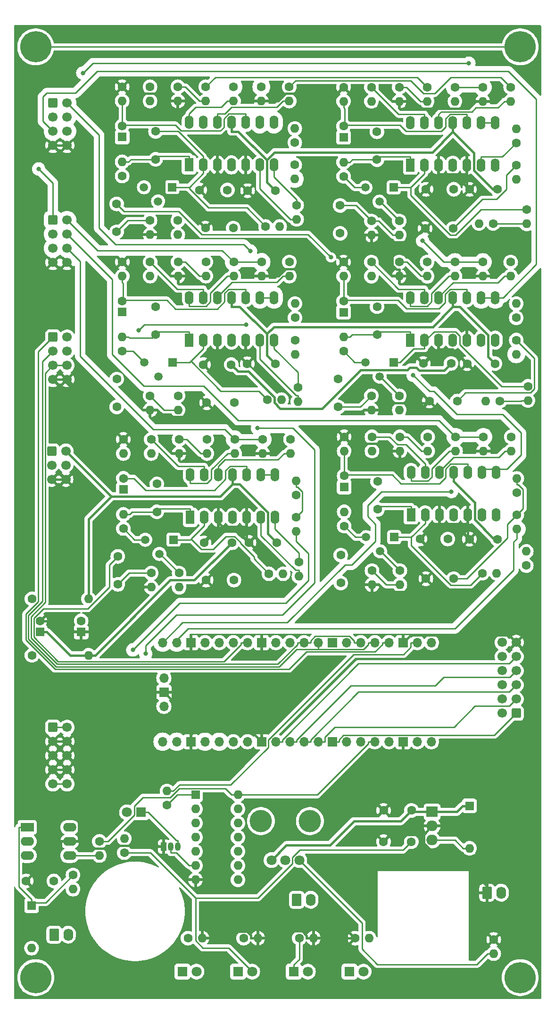
<source format=gbr>
%TF.GenerationSoftware,KiCad,Pcbnew,7.0.1*%
%TF.CreationDate,2023-03-13T20:19:02+00:00*%
%TF.ProjectId,KOSMO-POLY6-PICO-DCO-MB,4b4f534d-4f2d-4504-9f4c-59362d504943,v0.1.1*%
%TF.SameCoordinates,Original*%
%TF.FileFunction,Copper,L2,Bot*%
%TF.FilePolarity,Positive*%
%FSLAX46Y46*%
G04 Gerber Fmt 4.6, Leading zero omitted, Abs format (unit mm)*
G04 Created by KiCad (PCBNEW 7.0.1) date 2023-03-13 20:19:02*
%MOMM*%
%LPD*%
G01*
G04 APERTURE LIST*
G04 Aperture macros list*
%AMRoundRect*
0 Rectangle with rounded corners*
0 $1 Rounding radius*
0 $2 $3 $4 $5 $6 $7 $8 $9 X,Y pos of 4 corners*
0 Add a 4 corners polygon primitive as box body*
4,1,4,$2,$3,$4,$5,$6,$7,$8,$9,$2,$3,0*
0 Add four circle primitives for the rounded corners*
1,1,$1+$1,$2,$3*
1,1,$1+$1,$4,$5*
1,1,$1+$1,$6,$7*
1,1,$1+$1,$8,$9*
0 Add four rect primitives between the rounded corners*
20,1,$1+$1,$2,$3,$4,$5,0*
20,1,$1+$1,$4,$5,$6,$7,0*
20,1,$1+$1,$6,$7,$8,$9,0*
20,1,$1+$1,$8,$9,$2,$3,0*%
G04 Aperture macros list end*
%TA.AperFunction,ComponentPad*%
%ADD10O,1.700000X1.700000*%
%TD*%
%TA.AperFunction,ComponentPad*%
%ADD11R,1.700000X1.700000*%
%TD*%
%TA.AperFunction,ComponentPad*%
%ADD12C,1.600000*%
%TD*%
%TA.AperFunction,ComponentPad*%
%ADD13R,1.600000X1.600000*%
%TD*%
%TA.AperFunction,ComponentPad*%
%ADD14O,1.600000X1.600000*%
%TD*%
%TA.AperFunction,ComponentPad*%
%ADD15R,2.400000X1.600000*%
%TD*%
%TA.AperFunction,ComponentPad*%
%ADD16O,2.400000X1.600000*%
%TD*%
%TA.AperFunction,ComponentPad*%
%ADD17R,1.500000X1.500000*%
%TD*%
%TA.AperFunction,ComponentPad*%
%ADD18C,1.500000*%
%TD*%
%TA.AperFunction,ComponentPad*%
%ADD19R,1.600000X2.400000*%
%TD*%
%TA.AperFunction,ComponentPad*%
%ADD20O,1.600000X2.400000*%
%TD*%
%TA.AperFunction,ComponentPad*%
%ADD21RoundRect,0.250000X0.600000X0.600000X-0.600000X0.600000X-0.600000X-0.600000X0.600000X-0.600000X0*%
%TD*%
%TA.AperFunction,ComponentPad*%
%ADD22C,1.700000*%
%TD*%
%TA.AperFunction,ComponentPad*%
%ADD23R,2.000000X1.905000*%
%TD*%
%TA.AperFunction,ComponentPad*%
%ADD24O,2.000000X1.905000*%
%TD*%
%TA.AperFunction,ComponentPad*%
%ADD25RoundRect,0.250000X-0.600000X-0.600000X0.600000X-0.600000X0.600000X0.600000X-0.600000X0.600000X0*%
%TD*%
%TA.AperFunction,ComponentPad*%
%ADD26C,5.600000*%
%TD*%
%TA.AperFunction,ComponentPad*%
%ADD27RoundRect,0.249999X-0.620001X-0.845001X0.620001X-0.845001X0.620001X0.845001X-0.620001X0.845001X0*%
%TD*%
%TA.AperFunction,ComponentPad*%
%ADD28O,1.740000X2.190000*%
%TD*%
%TA.AperFunction,ComponentPad*%
%ADD29R,1.050000X1.500000*%
%TD*%
%TA.AperFunction,ComponentPad*%
%ADD30O,1.050000X1.500000*%
%TD*%
%TA.AperFunction,WasherPad*%
%ADD31C,4.000000*%
%TD*%
%TA.AperFunction,ComponentPad*%
%ADD32C,1.800000*%
%TD*%
%TA.AperFunction,ComponentPad*%
%ADD33R,1.800000X1.800000*%
%TD*%
%TA.AperFunction,ViaPad*%
%ADD34C,0.800000*%
%TD*%
%TA.AperFunction,Conductor*%
%ADD35C,0.450000*%
%TD*%
%TA.AperFunction,Conductor*%
%ADD36C,0.250000*%
%TD*%
G04 APERTURE END LIST*
D10*
%TO.P,MCU1,1*%
%TO.N,Net-(MCU1-Pad1)*%
X116712000Y-129983000D03*
%TO.P,MCU1,2*%
%TO.N,Net-(MCU1-Pad2)*%
X114172000Y-129983000D03*
D11*
%TO.P,MCU1,3*%
%TO.N,GND*%
X111632000Y-129983000D03*
D10*
%TO.P,MCU1,4*%
%TO.N,GATE_OUT0*%
X109092000Y-129983000D03*
%TO.P,MCU1,5*%
%TO.N,GATE_OUT1*%
X106552000Y-129983000D03*
%TO.P,MCU1,6*%
%TO.N,GATE_OUT2*%
X104012000Y-129983000D03*
%TO.P,MCU1,7*%
%TO.N,GATE_OUT3*%
X101472000Y-129983000D03*
D11*
%TO.P,MCU1,8*%
%TO.N,GND*%
X98932000Y-129983000D03*
D10*
%TO.P,MCU1,9*%
%TO.N,GATE_OUT1*%
X96392000Y-129983000D03*
%TO.P,MCU1,10*%
%TO.N,GATE_OUT2*%
X93852000Y-129983000D03*
%TO.P,MCU1,11*%
%TO.N,RESET1*%
X91312000Y-129983000D03*
%TO.P,MCU1,12*%
%TO.N,RESET3*%
X88772000Y-129983000D03*
D11*
%TO.P,MCU1,13*%
%TO.N,GND*%
X86232000Y-129983000D03*
D10*
%TO.P,MCU1,14*%
%TO.N,RESET5*%
X83692000Y-129983000D03*
%TO.P,MCU1,15*%
%TO.N,RESET4*%
X81152000Y-129983000D03*
%TO.P,MCU1,16*%
%TO.N,RESET2*%
X78612000Y-129983000D03*
%TO.P,MCU1,17*%
%TO.N,RESET0*%
X76072000Y-129983000D03*
D11*
%TO.P,MCU1,18*%
%TO.N,GND*%
X73532000Y-129983000D03*
D10*
%TO.P,MCU1,19*%
%TO.N,RANGE_PWM4*%
X70992000Y-129983000D03*
%TO.P,MCU1,20*%
%TO.N,RANGE_PWM2*%
X68452000Y-129983000D03*
%TO.P,MCU1,21*%
%TO.N,RANGE_PWM0*%
X68452000Y-147763000D03*
%TO.P,MCU1,22*%
%TO.N,RANGE_PWM5*%
X70992000Y-147763000D03*
D11*
%TO.P,MCU1,23*%
%TO.N,GND*%
X73532000Y-147763000D03*
D10*
%TO.P,MCU1,24*%
%TO.N,RANGE_PWM3*%
X76072000Y-147763000D03*
%TO.P,MCU1,25*%
%TO.N,RANGE_PWM1*%
X78612000Y-147763000D03*
%TO.P,MCU1,26*%
%TO.N,Net-(MCU1-Pad26)*%
X81152000Y-147763000D03*
%TO.P,MCU1,27*%
%TO.N,Net-(MCU1-Pad27)*%
X83692000Y-147763000D03*
D11*
%TO.P,MCU1,28*%
%TO.N,GND*%
X86232000Y-147763000D03*
D10*
%TO.P,MCU1,29*%
%TO.N,Net-(MCU1-Pad29)*%
X88772000Y-147763000D03*
%TO.P,MCU1,30*%
%TO.N,Net-(MCU1-Pad30)*%
X91312000Y-147763000D03*
%TO.P,MCU1,31*%
%TO.N,Net-(MCU1-Pad31)*%
X93852000Y-147763000D03*
%TO.P,MCU1,32*%
%TO.N,Net-(MCU1-Pad32)*%
X96392000Y-147763000D03*
D11*
%TO.P,MCU1,33*%
%TO.N,Net-(MCU1-Pad33)*%
X98932000Y-147763000D03*
D10*
%TO.P,MCU1,34*%
%TO.N,Net-(MCU1-Pad34)*%
X101472000Y-147763000D03*
%TO.P,MCU1,35*%
%TO.N,Net-(MCU1-Pad35)*%
X104012000Y-147763000D03*
%TO.P,MCU1,36*%
%TO.N,+3V3*%
X106552000Y-147763000D03*
%TO.P,MCU1,37*%
%TO.N,Net-(MCU1-Pad37)*%
X109092000Y-147763000D03*
D11*
%TO.P,MCU1,38*%
%TO.N,GND*%
X111632000Y-147763000D03*
D10*
%TO.P,MCU1,39*%
%TO.N,Net-(MCU1-Pad39)*%
X114172000Y-147763000D03*
%TO.P,MCU1,40*%
%TO.N,+5V*%
X116712000Y-147763000D03*
%TO.P,MCU1,41*%
%TO.N,Net-(MCU1-Pad41)*%
X68682000Y-136333000D03*
D11*
%TO.P,MCU1,42*%
%TO.N,GND*%
X68682000Y-138873000D03*
D10*
%TO.P,MCU1,43*%
%TO.N,Net-(MCU1-Pad43)*%
X68682000Y-141413000D03*
%TD*%
D12*
%TO.P,C6,1*%
%TO.N,GND*%
X108141000Y-160073000D03*
%TO.P,C6,2*%
%TO.N,+12V*%
X113141000Y-160073000D03*
%TD*%
%TO.P,C7,1*%
%TO.N,+5V*%
X113125000Y-165695000D03*
%TO.P,C7,2*%
%TO.N,GND*%
X108125000Y-165695000D03*
%TD*%
%TO.P,C10,1*%
%TO.N,+3V3*%
X48935000Y-172745000D03*
%TO.P,C10,2*%
%TO.N,GND*%
X43935000Y-172745000D03*
%TD*%
D13*
%TO.P,D1,1*%
%TO.N,Net-(D1-Pad1)*%
X44929000Y-177169000D03*
D14*
%TO.P,D1,2*%
%TO.N,Net-(D1-Pad2)*%
X44929000Y-184789000D03*
%TD*%
D12*
%TO.P,R16,1*%
%TO.N,Net-(D1-Pad1)*%
X52372000Y-171667000D03*
D14*
%TO.P,R16,2*%
%TO.N,Net-(MIDI_IN1-Pad2)*%
X52372000Y-174207000D03*
%TD*%
D12*
%TO.P,R17,1*%
%TO.N,+3V3*%
X57101000Y-165637000D03*
D14*
%TO.P,R17,2*%
%TO.N,Net-(R17-Pad2)*%
X57101000Y-168177000D03*
%TD*%
D15*
%TO.P,U3,1*%
%TO.N,Net-(D1-Pad1)*%
X44152000Y-163110000D03*
D16*
%TO.P,U3,2*%
%TO.N,Net-(D1-Pad2)*%
X44152000Y-165650000D03*
%TO.P,U3,3*%
%TO.N,Net-(U3-Pad3)*%
X44152000Y-168190000D03*
%TO.P,U3,4*%
%TO.N,Net-(R17-Pad2)*%
X51772000Y-168190000D03*
%TO.P,U3,5*%
%TO.N,GND*%
X51772000Y-165650000D03*
%TO.P,U3,6*%
%TO.N,+3V3*%
X51772000Y-163110000D03*
%TD*%
D12*
%TO.P,C17,1*%
%TO.N,Net-(C17-Pad1)*%
X99950000Y-87698000D03*
%TO.P,C17,2*%
%TO.N,RESET2*%
X99950000Y-82698000D03*
%TD*%
%TO.P,C18,1*%
%TO.N,Net-(C18-Pad1)*%
X106950000Y-74698000D03*
%TO.P,C18,2*%
%TO.N,Net-(C18-Pad2)*%
X106950000Y-69698000D03*
%TD*%
D13*
%TO.P,C19,1*%
%TO.N,Net-(C18-Pad1)*%
X100950000Y-70698000D03*
D12*
%TO.P,C19,2*%
%TO.N,Net-(C19-Pad2)*%
X100950000Y-68698000D03*
%TD*%
%TO.P,C20,1*%
%TO.N,GND*%
X115246000Y-79885000D03*
%TO.P,C20,2*%
%TO.N,+12V*%
X120246000Y-79885000D03*
%TD*%
%TO.P,C26,1*%
%TO.N,Net-(C26-Pad1)*%
X120724000Y-118502000D03*
%TO.P,C26,2*%
%TO.N,GND*%
X115724000Y-118502000D03*
%TD*%
%TO.P,C28,1*%
%TO.N,Net-(C28-Pad1)*%
X107052000Y-106060000D03*
%TO.P,C28,2*%
%TO.N,Net-(C28-Pad2)*%
X107052000Y-101060000D03*
%TD*%
D13*
%TO.P,C29,1*%
%TO.N,Net-(C28-Pad1)*%
X101052000Y-102060000D03*
D12*
%TO.P,C29,2*%
%TO.N,Net-(C29-Pad2)*%
X101052000Y-100060000D03*
%TD*%
%TO.P,C30,1*%
%TO.N,GND*%
X114659000Y-111377000D03*
%TO.P,C30,2*%
%TO.N,+12V*%
X119659000Y-111377000D03*
%TD*%
%TO.P,C31,1*%
%TO.N,Net-(C31-Pad1)*%
X81265000Y-118747000D03*
%TO.P,C31,2*%
%TO.N,GND*%
X76265000Y-118747000D03*
%TD*%
%TO.P,C32,1*%
%TO.N,Net-(C32-Pad1)*%
X60412000Y-119505000D03*
%TO.P,C32,2*%
%TO.N,RESET5*%
X60412000Y-114505000D03*
%TD*%
%TO.P,C33,1*%
%TO.N,Net-(C33-Pad1)*%
X67412000Y-106505000D03*
%TO.P,C33,2*%
%TO.N,Net-(C33-Pad2)*%
X67412000Y-101505000D03*
%TD*%
D13*
%TO.P,C34,1*%
%TO.N,Net-(C33-Pad1)*%
X61412000Y-102505000D03*
D12*
%TO.P,C34,2*%
%TO.N,Net-(C34-Pad2)*%
X61412000Y-100505000D03*
%TD*%
%TO.P,C35,1*%
%TO.N,GND*%
X75891000Y-112055000D03*
%TO.P,C35,2*%
%TO.N,+12V*%
X80891000Y-112055000D03*
%TD*%
D17*
%TO.P,Q3,1*%
%TO.N,Net-(C18-Pad2)*%
X109950000Y-79698000D03*
D18*
%TO.P,Q3,2*%
%TO.N,Net-(Q3-Pad2)*%
X107410000Y-82238000D03*
%TO.P,Q3,3*%
%TO.N,Net-(Q3-Pad3)*%
X104870000Y-79698000D03*
%TD*%
D17*
%TO.P,Q5,1*%
%TO.N,Net-(C28-Pad2)*%
X110052000Y-111060000D03*
D18*
%TO.P,Q5,2*%
%TO.N,Net-(Q5-Pad2)*%
X107512000Y-113600000D03*
%TO.P,Q5,3*%
%TO.N,Net-(Q5-Pad3)*%
X104972000Y-111060000D03*
%TD*%
D17*
%TO.P,Q6,1*%
%TO.N,Net-(C33-Pad2)*%
X70412000Y-111505000D03*
D18*
%TO.P,Q6,2*%
%TO.N,Net-(Q6-Pad2)*%
X67872000Y-114045000D03*
%TO.P,Q6,3*%
%TO.N,Net-(Q6-Pad3)*%
X65332000Y-111505000D03*
%TD*%
D12*
%TO.P,R32,1*%
%TO.N,Net-(C16-Pad1)*%
X131950000Y-75698000D03*
D14*
%TO.P,R32,2*%
%TO.N,RANGE_PWM2*%
X131950000Y-78238000D03*
%TD*%
D12*
%TO.P,R33,1*%
%TO.N,Net-(R33-Pad1)*%
X131950000Y-71698000D03*
D14*
%TO.P,R33,2*%
%TO.N,Net-(C16-Pad1)*%
X131950000Y-69158000D03*
%TD*%
D12*
%TO.P,R34,1*%
%TO.N,Net-(R34-Pad1)*%
X129021000Y-86627000D03*
D14*
%TO.P,R34,2*%
%TO.N,Net-(R33-Pad1)*%
X126481000Y-86627000D03*
%TD*%
D12*
%TO.P,R35,1*%
%TO.N,Net-(C17-Pad1)*%
X105950000Y-85698000D03*
D14*
%TO.P,R35,2*%
%TO.N,GND*%
X105950000Y-88238000D03*
%TD*%
D12*
%TO.P,R36,1*%
%TO.N,Net-(C18-Pad2)*%
X134048000Y-83999000D03*
D14*
%TO.P,R36,2*%
%TO.N,Net-(R34-Pad1)*%
X134048000Y-86539000D03*
%TD*%
D12*
%TO.P,R37,1*%
%TO.N,Net-(Q3-Pad2)*%
X110950000Y-85698000D03*
D14*
%TO.P,R37,2*%
%TO.N,Net-(C17-Pad1)*%
X110950000Y-88238000D03*
%TD*%
D12*
%TO.P,R38,1*%
%TO.N,PWM_IN*%
X130950000Y-61698000D03*
D14*
%TO.P,R38,2*%
%TO.N,Net-(R38-Pad2)*%
X130950000Y-64238000D03*
%TD*%
D12*
%TO.P,R39,1*%
%TO.N,PW_POT*%
X115950000Y-61698000D03*
D14*
%TO.P,R39,2*%
%TO.N,Net-(R38-Pad2)*%
X115950000Y-64238000D03*
%TD*%
D12*
%TO.P,R40,1*%
%TO.N,Net-(R38-Pad2)*%
X110950000Y-61698000D03*
D14*
%TO.P,R40,2*%
%TO.N,GND*%
X110950000Y-64238000D03*
%TD*%
D12*
%TO.P,R41,1*%
%TO.N,Net-(Q3-Pad3)*%
X100950000Y-77698000D03*
D14*
%TO.P,R41,2*%
%TO.N,Net-(C18-Pad1)*%
X100950000Y-75158000D03*
%TD*%
D12*
%TO.P,R42,1*%
%TO.N,Net-(R42-Pad1)*%
X105950000Y-61698000D03*
D14*
%TO.P,R42,2*%
%TO.N,Net-(C18-Pad1)*%
X105950000Y-64238000D03*
%TD*%
D12*
%TO.P,R43,1*%
%TO.N,GND*%
X100950000Y-61698000D03*
D14*
%TO.P,R43,2*%
%TO.N,Net-(C19-Pad2)*%
X100950000Y-64238000D03*
%TD*%
D12*
%TO.P,R44,1*%
%TO.N,PULSE_OUT2*%
X120950000Y-61698000D03*
D14*
%TO.P,R44,2*%
%TO.N,Net-(R44-Pad2)*%
X120950000Y-64238000D03*
%TD*%
D12*
%TO.P,R45,1*%
%TO.N,PULSE_OUT2*%
X125950000Y-61698000D03*
D14*
%TO.P,R45,2*%
%TO.N,GND*%
X125950000Y-64238000D03*
%TD*%
D12*
%TO.P,R61,1*%
%TO.N,Net-(R61-Pad1)*%
X132052000Y-103060000D03*
D14*
%TO.P,R61,2*%
%TO.N,Net-(C26-Pad1)*%
X132052000Y-100520000D03*
%TD*%
D12*
%TO.P,R62,1*%
%TO.N,Net-(R62-Pad1)*%
X133762000Y-116152000D03*
D14*
%TO.P,R62,2*%
%TO.N,Net-(R61-Pad1)*%
X133762000Y-113612000D03*
%TD*%
D12*
%TO.P,R63,1*%
%TO.N,Net-(C27-Pad1)*%
X106052000Y-117060000D03*
D14*
%TO.P,R63,2*%
%TO.N,GND*%
X106052000Y-119600000D03*
%TD*%
D12*
%TO.P,R64,1*%
%TO.N,Net-(C28-Pad2)*%
X125870000Y-117509000D03*
D14*
%TO.P,R64,2*%
%TO.N,Net-(R62-Pad1)*%
X128410000Y-117509000D03*
%TD*%
D12*
%TO.P,R65,1*%
%TO.N,Net-(Q5-Pad2)*%
X111052000Y-117060000D03*
D14*
%TO.P,R65,2*%
%TO.N,Net-(C27-Pad1)*%
X111052000Y-119600000D03*
%TD*%
D12*
%TO.P,R66,1*%
%TO.N,PWM_IN*%
X131052000Y-93060000D03*
D14*
%TO.P,R66,2*%
%TO.N,Net-(R66-Pad2)*%
X131052000Y-95600000D03*
%TD*%
D12*
%TO.P,R67,1*%
%TO.N,PW_POT*%
X116052000Y-93060000D03*
D14*
%TO.P,R67,2*%
%TO.N,Net-(R66-Pad2)*%
X116052000Y-95600000D03*
%TD*%
D12*
%TO.P,R68,1*%
%TO.N,Net-(R66-Pad2)*%
X111052000Y-93060000D03*
D14*
%TO.P,R68,2*%
%TO.N,GND*%
X111052000Y-95600000D03*
%TD*%
D12*
%TO.P,R69,1*%
%TO.N,Net-(Q5-Pad3)*%
X101052000Y-109060000D03*
D14*
%TO.P,R69,2*%
%TO.N,Net-(C28-Pad1)*%
X101052000Y-106520000D03*
%TD*%
D12*
%TO.P,R71,1*%
%TO.N,GND*%
X101052000Y-93060000D03*
D14*
%TO.P,R71,2*%
%TO.N,Net-(C29-Pad2)*%
X101052000Y-95600000D03*
%TD*%
D12*
%TO.P,R72,1*%
%TO.N,PULSE_OUT4*%
X121052000Y-93060000D03*
D14*
%TO.P,R72,2*%
%TO.N,Net-(R72-Pad2)*%
X121052000Y-95600000D03*
%TD*%
D12*
%TO.P,R74,1*%
%TO.N,Net-(C31-Pad1)*%
X92412000Y-107505000D03*
D14*
%TO.P,R74,2*%
%TO.N,RANGE_PWM5*%
X92412000Y-110045000D03*
%TD*%
D12*
%TO.P,R75,1*%
%TO.N,Net-(R75-Pad1)*%
X92412000Y-103505000D03*
D14*
%TO.P,R75,2*%
%TO.N,Net-(C31-Pad1)*%
X92412000Y-100965000D03*
%TD*%
D12*
%TO.P,R76,1*%
%TO.N,Net-(R76-Pad1)*%
X92926000Y-115542000D03*
D14*
%TO.P,R76,2*%
%TO.N,Net-(R75-Pad1)*%
X92926000Y-118082000D03*
%TD*%
D12*
%TO.P,R77,1*%
%TO.N,Net-(C32-Pad1)*%
X66412000Y-117505000D03*
D14*
%TO.P,R77,2*%
%TO.N,GND*%
X66412000Y-120045000D03*
%TD*%
D12*
%TO.P,R78,1*%
%TO.N,Net-(C33-Pad2)*%
X87552000Y-117632000D03*
D14*
%TO.P,R78,2*%
%TO.N,Net-(R76-Pad1)*%
X90092000Y-117632000D03*
%TD*%
D12*
%TO.P,R79,1*%
%TO.N,Net-(Q6-Pad2)*%
X71412000Y-117505000D03*
D14*
%TO.P,R79,2*%
%TO.N,Net-(C32-Pad1)*%
X71412000Y-120045000D03*
%TD*%
D12*
%TO.P,R80,1*%
%TO.N,PWM_IN*%
X91412000Y-93505000D03*
D14*
%TO.P,R80,2*%
%TO.N,Net-(R80-Pad2)*%
X91412000Y-96045000D03*
%TD*%
D12*
%TO.P,R81,1*%
%TO.N,PW_POT*%
X76412000Y-93505000D03*
D14*
%TO.P,R81,2*%
%TO.N,Net-(R80-Pad2)*%
X76412000Y-96045000D03*
%TD*%
D12*
%TO.P,R82,1*%
%TO.N,Net-(R80-Pad2)*%
X71412000Y-93505000D03*
D14*
%TO.P,R82,2*%
%TO.N,GND*%
X71412000Y-96045000D03*
%TD*%
D12*
%TO.P,R83,1*%
%TO.N,Net-(Q6-Pad3)*%
X61412000Y-109505000D03*
D14*
%TO.P,R83,2*%
%TO.N,Net-(C33-Pad1)*%
X61412000Y-106965000D03*
%TD*%
D12*
%TO.P,R84,1*%
%TO.N,Net-(R84-Pad1)*%
X66412000Y-93505000D03*
D14*
%TO.P,R84,2*%
%TO.N,Net-(C33-Pad1)*%
X66412000Y-96045000D03*
%TD*%
D12*
%TO.P,R85,1*%
%TO.N,GND*%
X61412000Y-93505000D03*
D14*
%TO.P,R85,2*%
%TO.N,Net-(C34-Pad2)*%
X61412000Y-96045000D03*
%TD*%
D12*
%TO.P,R86,1*%
%TO.N,PULSE_OUT5*%
X81412000Y-93505000D03*
D14*
%TO.P,R86,2*%
%TO.N,Net-(R86-Pad2)*%
X81412000Y-96045000D03*
%TD*%
D12*
%TO.P,R87,1*%
%TO.N,PULSE_OUT5*%
X86412000Y-93505000D03*
D14*
%TO.P,R87,2*%
%TO.N,GND*%
X86412000Y-96045000D03*
%TD*%
D19*
%TO.P,U8,1*%
%TO.N,Net-(C33-Pad1)*%
X73412000Y-107505000D03*
D20*
%TO.P,U8,2*%
%TO.N,Net-(C33-Pad2)*%
X75952000Y-107505000D03*
%TO.P,U8,3*%
%TO.N,GND*%
X78492000Y-107505000D03*
%TO.P,U8,4*%
%TO.N,+12V*%
X81032000Y-107505000D03*
%TO.P,U8,5*%
%TO.N,GND*%
X83572000Y-107505000D03*
%TO.P,U8,6*%
%TO.N,Net-(R75-Pad1)*%
X86112000Y-107505000D03*
%TO.P,U8,7*%
%TO.N,Net-(R76-Pad1)*%
X88652000Y-107505000D03*
%TO.P,U8,8*%
%TO.N,RAMP_OUT5*%
X88652000Y-99885000D03*
%TO.P,U8,9*%
X86112000Y-99885000D03*
%TO.P,U8,10*%
%TO.N,Net-(C34-Pad2)*%
X83572000Y-99885000D03*
%TO.P,U8,11*%
%TO.N,-12V*%
X81032000Y-99885000D03*
%TO.P,U8,12*%
%TO.N,Net-(R80-Pad2)*%
X78492000Y-99885000D03*
%TO.P,U8,13*%
%TO.N,Net-(R84-Pad1)*%
X75952000Y-99885000D03*
%TO.P,U8,14*%
%TO.N,Net-(R86-Pad2)*%
X73412000Y-99885000D03*
%TD*%
D12*
%TO.P,C16,1*%
%TO.N,Net-(C16-Pad1)*%
X121348000Y-86633000D03*
%TO.P,C16,2*%
%TO.N,GND*%
X116348000Y-86633000D03*
%TD*%
%TO.P,R4,1*%
%TO.N,GND*%
X127903000Y-183245000D03*
D14*
%TO.P,R4,2*%
%TO.N,Net-(PW_POT1-Pad3)*%
X127903000Y-185785000D03*
%TD*%
D21*
%TO.P,MOD1,1*%
%TO.N,Net-(MCU1-Pad33)*%
X131948000Y-142648000D03*
D22*
%TO.P,MOD1,2*%
%TO.N,Net-(MOD1-Pad2)*%
X129408000Y-142648000D03*
%TO.P,MOD1,3*%
%TO.N,Net-(MCU1-Pad32)*%
X131948000Y-140108000D03*
%TO.P,MOD1,4*%
%TO.N,Net-(MOD1-Pad4)*%
X129408000Y-140108000D03*
%TO.P,MOD1,5*%
%TO.N,Net-(MCU1-Pad31)*%
X131948000Y-137568000D03*
%TO.P,MOD1,6*%
%TO.N,Net-(MOD1-Pad6)*%
X129408000Y-137568000D03*
%TO.P,MOD1,7*%
%TO.N,Net-(MCU1-Pad30)*%
X131948000Y-135028000D03*
%TO.P,MOD1,8*%
%TO.N,Net-(MOD1-Pad8)*%
X129408000Y-135028000D03*
%TO.P,MOD1,9*%
%TO.N,Net-(MCU1-Pad29)*%
X131948000Y-132488000D03*
%TO.P,MOD1,10*%
%TO.N,Net-(MOD1-Pad10)*%
X129408000Y-132488000D03*
%TO.P,MOD1,11*%
%TO.N,GND*%
X131948000Y-129948000D03*
%TO.P,MOD1,12*%
%TO.N,Net-(MOD1-Pad12)*%
X129408000Y-129948000D03*
%TD*%
D23*
%TO.P,U1,1*%
%TO.N,+12V*%
X116841000Y-160331000D03*
D24*
%TO.P,U1,2*%
%TO.N,GND*%
X116841000Y-162871000D03*
%TO.P,U1,3*%
%TO.N,+5V*%
X116841000Y-165411000D03*
%TD*%
D13*
%TO.P,D2,1*%
%TO.N,+12V*%
X123561000Y-159263000D03*
D14*
%TO.P,D2,2*%
%TO.N,+5V*%
X123561000Y-166883000D03*
%TD*%
D12*
%TO.P,R88,1*%
%TO.N,Net-(D3-Pad1)*%
X83000000Y-183000000D03*
D14*
%TO.P,R88,2*%
%TO.N,GND*%
X85540000Y-183000000D03*
%TD*%
D12*
%TO.P,R73,1*%
%TO.N,PULSE_OUT4*%
X126052000Y-93060000D03*
D14*
%TO.P,R73,2*%
%TO.N,GND*%
X126052000Y-95600000D03*
%TD*%
D12*
%TO.P,R70,1*%
%TO.N,Net-(R70-Pad1)*%
X106052000Y-93060000D03*
D14*
%TO.P,R70,2*%
%TO.N,Net-(C28-Pad1)*%
X106052000Y-95600000D03*
%TD*%
D12*
%TO.P,R60,1*%
%TO.N,Net-(C26-Pad1)*%
X132052000Y-107060000D03*
D14*
%TO.P,R60,2*%
%TO.N,RANGE_PWM4*%
X132052000Y-109600000D03*
%TD*%
D12*
%TO.P,C27,1*%
%TO.N,Net-(C27-Pad1)*%
X100442000Y-114280000D03*
%TO.P,C27,2*%
%TO.N,RESET4*%
X100442000Y-119280000D03*
%TD*%
%TO.P,R20,1*%
%TO.N,Net-(R20-Pad1)*%
X92529000Y-51479000D03*
D14*
%TO.P,R20,2*%
%TO.N,Net-(R19-Pad1)*%
X92529000Y-54019000D03*
%TD*%
D12*
%TO.P,R18,1*%
%TO.N,Net-(C11-Pad1)*%
X92190000Y-44259000D03*
D14*
%TO.P,R18,2*%
%TO.N,RANGE_PWM1*%
X92190000Y-46799000D03*
%TD*%
D12*
%TO.P,R31,1*%
%TO.N,PULSE_OUT1*%
X86190000Y-30259000D03*
D14*
%TO.P,R31,2*%
%TO.N,GND*%
X86190000Y-32799000D03*
%TD*%
D12*
%TO.P,R25,1*%
%TO.N,PW_POT*%
X76190000Y-30259000D03*
D14*
%TO.P,R25,2*%
%TO.N,Net-(R24-Pad2)*%
X76190000Y-32799000D03*
%TD*%
D12*
%TO.P,R29,1*%
%TO.N,GND*%
X61190000Y-30259000D03*
D14*
%TO.P,R29,2*%
%TO.N,Net-(C14-Pad2)*%
X61190000Y-32799000D03*
%TD*%
D12*
%TO.P,R27,1*%
%TO.N,Net-(Q2-Pad3)*%
X61190000Y-46259000D03*
D14*
%TO.P,R27,2*%
%TO.N,Net-(C13-Pad1)*%
X61190000Y-43719000D03*
%TD*%
D12*
%TO.P,R30,1*%
%TO.N,PULSE_OUT1*%
X81190000Y-30259000D03*
D14*
%TO.P,R30,2*%
%TO.N,Net-(R30-Pad2)*%
X81190000Y-32799000D03*
%TD*%
D12*
%TO.P,R28,1*%
%TO.N,Net-(R28-Pad1)*%
X66190000Y-30259000D03*
D14*
%TO.P,R28,2*%
%TO.N,Net-(C13-Pad1)*%
X66190000Y-32799000D03*
%TD*%
D12*
%TO.P,R22,1*%
%TO.N,Net-(C13-Pad2)*%
X86926000Y-55313000D03*
D14*
%TO.P,R22,2*%
%TO.N,Net-(R20-Pad1)*%
X89466000Y-55313000D03*
%TD*%
D12*
%TO.P,R21,1*%
%TO.N,Net-(C12-Pad1)*%
X66190000Y-54259000D03*
D14*
%TO.P,R21,2*%
%TO.N,GND*%
X66190000Y-56799000D03*
%TD*%
D12*
%TO.P,R26,1*%
%TO.N,Net-(R24-Pad2)*%
X71190000Y-30259000D03*
D14*
%TO.P,R26,2*%
%TO.N,GND*%
X71190000Y-32799000D03*
%TD*%
D12*
%TO.P,R19,1*%
%TO.N,Net-(R19-Pad1)*%
X92190000Y-40259000D03*
D14*
%TO.P,R19,2*%
%TO.N,Net-(C11-Pad1)*%
X92190000Y-37719000D03*
%TD*%
D13*
%TO.P,C14,1*%
%TO.N,Net-(C13-Pad1)*%
X61190000Y-39259000D03*
D12*
%TO.P,C14,2*%
%TO.N,Net-(C14-Pad2)*%
X61190000Y-37259000D03*
%TD*%
%TO.P,C15,1*%
%TO.N,GND*%
X75095000Y-48763000D03*
%TO.P,C15,2*%
%TO.N,+12V*%
X80095000Y-48763000D03*
%TD*%
D17*
%TO.P,Q2,1*%
%TO.N,Net-(C13-Pad2)*%
X70190000Y-48259000D03*
D18*
%TO.P,Q2,2*%
%TO.N,Net-(Q2-Pad2)*%
X67650000Y-50799000D03*
%TO.P,Q2,3*%
%TO.N,Net-(Q2-Pad3)*%
X65110000Y-48259000D03*
%TD*%
D19*
%TO.P,U4,1*%
%TO.N,Net-(C13-Pad1)*%
X73190000Y-44259000D03*
D20*
%TO.P,U4,2*%
%TO.N,Net-(C13-Pad2)*%
X75730000Y-44259000D03*
%TO.P,U4,3*%
%TO.N,GND*%
X78270000Y-44259000D03*
%TO.P,U4,4*%
%TO.N,+12V*%
X80810000Y-44259000D03*
%TO.P,U4,5*%
%TO.N,GND*%
X83350000Y-44259000D03*
%TO.P,U4,6*%
%TO.N,Net-(R19-Pad1)*%
X85890000Y-44259000D03*
%TO.P,U4,7*%
%TO.N,Net-(R20-Pad1)*%
X88430000Y-44259000D03*
%TO.P,U4,8*%
%TO.N,RAMP_OUT1*%
X88430000Y-36639000D03*
%TO.P,U4,9*%
X85890000Y-36639000D03*
%TO.P,U4,10*%
%TO.N,Net-(C14-Pad2)*%
X83350000Y-36639000D03*
%TO.P,U4,11*%
%TO.N,-12V*%
X80810000Y-36639000D03*
%TO.P,U4,12*%
%TO.N,Net-(R24-Pad2)*%
X78270000Y-36639000D03*
%TO.P,U4,13*%
%TO.N,Net-(R28-Pad1)*%
X75730000Y-36639000D03*
%TO.P,U4,14*%
%TO.N,Net-(R30-Pad2)*%
X73190000Y-36639000D03*
%TD*%
D12*
%TO.P,C11,1*%
%TO.N,Net-(C11-Pad1)*%
X81140000Y-55597000D03*
%TO.P,C11,2*%
%TO.N,GND*%
X76140000Y-55597000D03*
%TD*%
%TO.P,C12,1*%
%TO.N,Net-(C12-Pad1)*%
X60190000Y-56259000D03*
%TO.P,C12,2*%
%TO.N,RESET1*%
X60190000Y-51259000D03*
%TD*%
D13*
%TO.P,C8,1*%
%TO.N,+12V*%
X46445000Y-128077000D03*
D12*
%TO.P,C8,2*%
%TO.N,GND*%
X46445000Y-126077000D03*
%TD*%
D25*
%TO.P,GATE1,1*%
%TO.N,GATE_OUT0*%
X48759000Y-75153000D03*
D22*
%TO.P,GATE1,2*%
%TO.N,GATE_OUT3*%
X51299000Y-75153000D03*
%TO.P,GATE1,3*%
%TO.N,GATE_OUT1*%
X48759000Y-77693000D03*
%TO.P,GATE1,4*%
X51299000Y-77693000D03*
%TO.P,GATE1,5*%
%TO.N,GATE_OUT2*%
X48759000Y-80233000D03*
%TO.P,GATE1,6*%
X51299000Y-80233000D03*
%TO.P,GATE1,7*%
%TO.N,GND*%
X48759000Y-82773000D03*
%TO.P,GATE1,8*%
X51299000Y-82773000D03*
%TD*%
D26*
%TO.P,H1,1*%
%TO.N,Net-(H1-Pad1)*%
X45662000Y-23095000D03*
%TD*%
%TO.P,H2,1*%
%TO.N,Net-(H1-Pad1)*%
X132662000Y-23093000D03*
%TD*%
%TO.P,H3,1*%
%TO.N,Net-(H1-Pad1)*%
X132660000Y-190087000D03*
%TD*%
%TO.P,H4,1*%
%TO.N,Net-(H1-Pad1)*%
X45674000Y-190089000D03*
%TD*%
D12*
%TO.P,R15,1*%
%TO.N,PULSE_OUT0*%
X125942000Y-30319000D03*
D14*
%TO.P,R15,2*%
%TO.N,GND*%
X125942000Y-32859000D03*
%TD*%
D12*
%TO.P,R14,1*%
%TO.N,PULSE_OUT0*%
X120942000Y-30319000D03*
D14*
%TO.P,R14,2*%
%TO.N,Net-(R14-Pad2)*%
X120942000Y-32859000D03*
%TD*%
D12*
%TO.P,R13,1*%
%TO.N,GND*%
X100942000Y-30319000D03*
D14*
%TO.P,R13,2*%
%TO.N,Net-(C4-Pad2)*%
X100942000Y-32859000D03*
%TD*%
D12*
%TO.P,R12,1*%
%TO.N,Net-(R12-Pad1)*%
X105942000Y-30319000D03*
D14*
%TO.P,R12,2*%
%TO.N,Net-(C3-Pad1)*%
X105942000Y-32859000D03*
%TD*%
D12*
%TO.P,R11,1*%
%TO.N,Net-(Q1-Pad3)*%
X100942000Y-46319000D03*
D14*
%TO.P,R11,2*%
%TO.N,Net-(C3-Pad1)*%
X100942000Y-43779000D03*
%TD*%
D12*
%TO.P,R7,1*%
%TO.N,Net-(Q1-Pad2)*%
X110942000Y-54319000D03*
D14*
%TO.P,R7,2*%
%TO.N,Net-(C2-Pad1)*%
X110942000Y-56859000D03*
%TD*%
D12*
%TO.P,R10,1*%
%TO.N,Net-(R10-Pad1)*%
X110942000Y-30319000D03*
D14*
%TO.P,R10,2*%
%TO.N,GND*%
X110942000Y-32859000D03*
%TD*%
D27*
%TO.P,MIDI_IN1,1*%
%TO.N,Net-(D1-Pad2)*%
X48965000Y-182371000D03*
D28*
%TO.P,MIDI_IN1,2*%
%TO.N,Net-(MIDI_IN1-Pad2)*%
X51505000Y-182371000D03*
%TD*%
D12*
%TO.P,R9,1*%
%TO.N,PW_POT*%
X115942000Y-30319000D03*
D14*
%TO.P,R9,2*%
%TO.N,Net-(R10-Pad1)*%
X115942000Y-32859000D03*
%TD*%
D12*
%TO.P,R8,1*%
%TO.N,PWM_IN*%
X130942000Y-30319000D03*
D14*
%TO.P,R8,2*%
%TO.N,Net-(R10-Pad1)*%
X130942000Y-32859000D03*
%TD*%
D12*
%TO.P,R6,1*%
%TO.N,Net-(C3-Pad2)*%
X133834000Y-52309000D03*
D14*
%TO.P,R6,2*%
%TO.N,Net-(R3-Pad1)*%
X133834000Y-54849000D03*
%TD*%
D25*
%TO.P,POWER1,1*%
%TO.N,Net-(FB2-Pad1)*%
X48759000Y-145179000D03*
D22*
%TO.P,POWER1,2*%
X51299000Y-145179000D03*
%TO.P,POWER1,3*%
%TO.N,GND*%
X48759000Y-147719000D03*
%TO.P,POWER1,4*%
X51299000Y-147719000D03*
%TO.P,POWER1,5*%
X48759000Y-150259000D03*
%TO.P,POWER1,6*%
X51299000Y-150259000D03*
%TO.P,POWER1,7*%
X48759000Y-152799000D03*
%TO.P,POWER1,8*%
X51299000Y-152799000D03*
%TO.P,POWER1,9*%
%TO.N,Net-(FB1-Pad1)*%
X48759000Y-155339000D03*
%TO.P,POWER1,10*%
X51299000Y-155339000D03*
%TD*%
D12*
%TO.P,R5,1*%
%TO.N,Net-(C2-Pad1)*%
X105942000Y-54319000D03*
D14*
%TO.P,R5,2*%
%TO.N,GND*%
X105942000Y-56859000D03*
%TD*%
D25*
%TO.P,PULSE1,1*%
%TO.N,PULSE_OUT0*%
X48759000Y-54153000D03*
D22*
%TO.P,PULSE1,2*%
%TO.N,PULSE_OUT3*%
X51299000Y-54153000D03*
%TO.P,PULSE1,3*%
%TO.N,PULSE_OUT1*%
X48759000Y-56693000D03*
%TO.P,PULSE1,4*%
%TO.N,PULSE_OUT4*%
X51299000Y-56693000D03*
%TO.P,PULSE1,5*%
%TO.N,PULSE_OUT2*%
X48759000Y-59233000D03*
%TO.P,PULSE1,6*%
%TO.N,PULSE_OUT5*%
X51299000Y-59233000D03*
%TO.P,PULSE1,7*%
%TO.N,GND*%
X48759000Y-61773000D03*
%TO.P,PULSE1,8*%
X51299000Y-61773000D03*
%TD*%
D12*
%TO.P,R1,1*%
%TO.N,Net-(C1-Pad1)*%
X131942000Y-44319000D03*
D14*
%TO.P,R1,2*%
%TO.N,RANGE_PWM0*%
X131942000Y-46859000D03*
%TD*%
D12*
%TO.P,R2,1*%
%TO.N,Net-(R2-Pad1)*%
X131942000Y-40319000D03*
D14*
%TO.P,R2,2*%
%TO.N,Net-(C1-Pad1)*%
X131942000Y-37779000D03*
%TD*%
D12*
%TO.P,C1,1*%
%TO.N,Net-(C1-Pad1)*%
X120594000Y-55688000D03*
%TO.P,C1,2*%
%TO.N,GND*%
X115594000Y-55688000D03*
%TD*%
%TO.P,C2,1*%
%TO.N,Net-(C2-Pad1)*%
X100332000Y-51539000D03*
%TO.P,C2,2*%
%TO.N,RESET0*%
X100332000Y-56539000D03*
%TD*%
D13*
%TO.P,C4,1*%
%TO.N,Net-(C3-Pad1)*%
X100942000Y-39319000D03*
D12*
%TO.P,C4,2*%
%TO.N,Net-(C4-Pad2)*%
X100942000Y-37319000D03*
%TD*%
%TO.P,C3,1*%
%TO.N,Net-(C3-Pad1)*%
X106942000Y-43319000D03*
%TO.P,C3,2*%
%TO.N,Net-(C3-Pad2)*%
X106942000Y-38319000D03*
%TD*%
D19*
%TO.P,U2,1*%
%TO.N,Net-(C3-Pad1)*%
X112942000Y-44319000D03*
D20*
%TO.P,U2,2*%
%TO.N,Net-(C3-Pad2)*%
X115482000Y-44319000D03*
%TO.P,U2,3*%
%TO.N,GND*%
X118022000Y-44319000D03*
%TO.P,U2,4*%
%TO.N,+12V*%
X120562000Y-44319000D03*
%TO.P,U2,5*%
%TO.N,GND*%
X123102000Y-44319000D03*
%TO.P,U2,6*%
%TO.N,Net-(R2-Pad1)*%
X125642000Y-44319000D03*
%TO.P,U2,7*%
%TO.N,Net-(R3-Pad1)*%
X128182000Y-44319000D03*
%TO.P,U2,8*%
%TO.N,RAMP_OUT0*%
X128182000Y-36699000D03*
%TO.P,U2,9*%
X125642000Y-36699000D03*
%TO.P,U2,10*%
%TO.N,Net-(C4-Pad2)*%
X123102000Y-36699000D03*
%TO.P,U2,11*%
%TO.N,-12V*%
X120562000Y-36699000D03*
%TO.P,U2,12*%
%TO.N,Net-(R10-Pad1)*%
X118022000Y-36699000D03*
%TO.P,U2,13*%
%TO.N,Net-(R12-Pad1)*%
X115482000Y-36699000D03*
%TO.P,U2,14*%
%TO.N,Net-(R14-Pad2)*%
X112942000Y-36699000D03*
%TD*%
D12*
%TO.P,R89,1*%
%TO.N,Net-(D4-Pad1)*%
X93000000Y-183000000D03*
D14*
%TO.P,R89,2*%
%TO.N,GND*%
X95540000Y-183000000D03*
%TD*%
D12*
%TO.P,R90,1*%
%TO.N,GND*%
X103000000Y-183000000D03*
D14*
%TO.P,R90,2*%
%TO.N,Net-(D5-Pad2)*%
X105540000Y-183000000D03*
%TD*%
D25*
%TO.P,RAMP1,1*%
%TO.N,RAMP_OUT0*%
X48759000Y-33153000D03*
D22*
%TO.P,RAMP1,2*%
%TO.N,RAMP_OUT3*%
X51299000Y-33153000D03*
%TO.P,RAMP1,3*%
%TO.N,RAMP_OUT1*%
X48759000Y-35693000D03*
%TO.P,RAMP1,4*%
%TO.N,RAMP_OUT4*%
X51299000Y-35693000D03*
%TO.P,RAMP1,5*%
%TO.N,RAMP_OUT2*%
X48759000Y-38233000D03*
%TO.P,RAMP1,6*%
%TO.N,RAMP_OUT5*%
X51299000Y-38233000D03*
%TO.P,RAMP1,7*%
%TO.N,GND*%
X48759000Y-40773000D03*
%TO.P,RAMP1,8*%
X51299000Y-40773000D03*
%TD*%
D19*
%TO.P,U7,1*%
%TO.N,Net-(C28-Pad1)*%
X113052000Y-107060000D03*
D20*
%TO.P,U7,2*%
%TO.N,Net-(C28-Pad2)*%
X115592000Y-107060000D03*
%TO.P,U7,3*%
%TO.N,GND*%
X118132000Y-107060000D03*
%TO.P,U7,4*%
%TO.N,+12V*%
X120672000Y-107060000D03*
%TO.P,U7,5*%
%TO.N,GND*%
X123212000Y-107060000D03*
%TO.P,U7,6*%
%TO.N,Net-(R61-Pad1)*%
X125752000Y-107060000D03*
%TO.P,U7,7*%
%TO.N,Net-(R62-Pad1)*%
X128292000Y-107060000D03*
%TO.P,U7,8*%
%TO.N,RAMP_OUT4*%
X128292000Y-99440000D03*
%TO.P,U7,9*%
X125752000Y-99440000D03*
%TO.P,U7,10*%
%TO.N,Net-(C29-Pad2)*%
X123212000Y-99440000D03*
%TO.P,U7,11*%
%TO.N,-12V*%
X120672000Y-99440000D03*
%TO.P,U7,12*%
%TO.N,Net-(R66-Pad2)*%
X118132000Y-99440000D03*
%TO.P,U7,13*%
%TO.N,Net-(R70-Pad1)*%
X115592000Y-99440000D03*
%TO.P,U7,14*%
%TO.N,Net-(R72-Pad2)*%
X113052000Y-99440000D03*
%TD*%
D12*
%TO.P,C23,1*%
%TO.N,Net-(C23-Pad1)*%
X67218000Y-74686000D03*
%TO.P,C23,2*%
%TO.N,Net-(C23-Pad2)*%
X67218000Y-69686000D03*
%TD*%
%TO.P,C22,1*%
%TO.N,Net-(C22-Pad1)*%
X60218000Y-87686000D03*
%TO.P,C22,2*%
%TO.N,RESET3*%
X60218000Y-82686000D03*
%TD*%
%TO.P,C21,1*%
%TO.N,Net-(C21-Pad1)*%
X81361000Y-86939000D03*
%TO.P,C21,2*%
%TO.N,GND*%
X76361000Y-86939000D03*
%TD*%
%TO.P,R47,1*%
%TO.N,Net-(R47-Pad1)*%
X92218000Y-71686000D03*
D14*
%TO.P,R47,2*%
%TO.N,Net-(C21-Pad1)*%
X92218000Y-69146000D03*
%TD*%
D12*
%TO.P,R48,1*%
%TO.N,Net-(R48-Pad1)*%
X92738000Y-84201000D03*
D14*
%TO.P,R48,2*%
%TO.N,Net-(R47-Pad1)*%
X92738000Y-86741000D03*
%TD*%
D12*
%TO.P,R49,1*%
%TO.N,Net-(C22-Pad1)*%
X66218000Y-85686000D03*
D14*
%TO.P,R49,2*%
%TO.N,GND*%
X66218000Y-88226000D03*
%TD*%
D12*
%TO.P,R46,1*%
%TO.N,Net-(C21-Pad1)*%
X92218000Y-75686000D03*
D14*
%TO.P,R46,2*%
%TO.N,RANGE_PWM3*%
X92218000Y-78226000D03*
%TD*%
D12*
%TO.P,R53,1*%
%TO.N,PW_POT*%
X76218000Y-61686000D03*
D14*
%TO.P,R53,2*%
%TO.N,Net-(R52-Pad2)*%
X76218000Y-64226000D03*
%TD*%
D12*
%TO.P,R50,1*%
%TO.N,Net-(C23-Pad2)*%
X87262000Y-86392000D03*
D14*
%TO.P,R50,2*%
%TO.N,Net-(R48-Pad1)*%
X89802000Y-86392000D03*
%TD*%
D12*
%TO.P,R51,1*%
%TO.N,Net-(Q4-Pad2)*%
X71218000Y-85686000D03*
D14*
%TO.P,R51,2*%
%TO.N,Net-(C22-Pad1)*%
X71218000Y-88226000D03*
%TD*%
D12*
%TO.P,R54,1*%
%TO.N,Net-(R52-Pad2)*%
X71218000Y-61686000D03*
D14*
%TO.P,R54,2*%
%TO.N,GND*%
X71218000Y-64226000D03*
%TD*%
D12*
%TO.P,R52,1*%
%TO.N,PWM_IN*%
X91218000Y-61686000D03*
D14*
%TO.P,R52,2*%
%TO.N,Net-(R52-Pad2)*%
X91218000Y-64226000D03*
%TD*%
D12*
%TO.P,R55,1*%
%TO.N,Net-(Q4-Pad3)*%
X61218000Y-77686000D03*
D14*
%TO.P,R55,2*%
%TO.N,Net-(C23-Pad1)*%
X61218000Y-75146000D03*
%TD*%
D12*
%TO.P,C25,1*%
%TO.N,GND*%
X75776000Y-80089000D03*
%TO.P,C25,2*%
%TO.N,+12V*%
X80776000Y-80089000D03*
%TD*%
D17*
%TO.P,Q4,1*%
%TO.N,Net-(C23-Pad2)*%
X70218000Y-79686000D03*
D18*
%TO.P,Q4,2*%
%TO.N,Net-(Q4-Pad2)*%
X67678000Y-82226000D03*
%TO.P,Q4,3*%
%TO.N,Net-(Q4-Pad3)*%
X65138000Y-79686000D03*
%TD*%
D13*
%TO.P,C24,1*%
%TO.N,Net-(C23-Pad1)*%
X61218000Y-70686000D03*
D12*
%TO.P,C24,2*%
%TO.N,Net-(C24-Pad2)*%
X61218000Y-68686000D03*
%TD*%
%TO.P,R59,1*%
%TO.N,PULSE_OUT3*%
X86218000Y-61686000D03*
D14*
%TO.P,R59,2*%
%TO.N,GND*%
X86218000Y-64226000D03*
%TD*%
D12*
%TO.P,R58,1*%
%TO.N,PULSE_OUT3*%
X81218000Y-61686000D03*
D14*
%TO.P,R58,2*%
%TO.N,Net-(R58-Pad2)*%
X81218000Y-64226000D03*
%TD*%
D12*
%TO.P,R56,1*%
%TO.N,Net-(R56-Pad1)*%
X66218000Y-61686000D03*
D14*
%TO.P,R56,2*%
%TO.N,Net-(C23-Pad1)*%
X66218000Y-64226000D03*
%TD*%
D12*
%TO.P,R57,1*%
%TO.N,GND*%
X61218000Y-61686000D03*
D14*
%TO.P,R57,2*%
%TO.N,Net-(C24-Pad2)*%
X61218000Y-64226000D03*
%TD*%
D27*
%TO.P,PWM_IN1,1*%
%TO.N,GND*%
X126696000Y-174841000D03*
D28*
%TO.P,PWM_IN1,2*%
%TO.N,PWM_IN*%
X129236000Y-174841000D03*
%TD*%
D12*
%TO.P,R24,1*%
%TO.N,PWM_IN*%
X91190000Y-30259000D03*
D14*
%TO.P,R24,2*%
%TO.N,Net-(R24-Pad2)*%
X91190000Y-32799000D03*
%TD*%
D12*
%TO.P,C13,1*%
%TO.N,Net-(C13-Pad1)*%
X67190000Y-43259000D03*
%TO.P,C13,2*%
%TO.N,Net-(C13-Pad2)*%
X67190000Y-38259000D03*
%TD*%
%TO.P,R23,1*%
%TO.N,Net-(Q2-Pad2)*%
X71190000Y-54259000D03*
D14*
%TO.P,R23,2*%
%TO.N,Net-(C12-Pad1)*%
X71190000Y-56799000D03*
%TD*%
D17*
%TO.P,Q1,1*%
%TO.N,Net-(C3-Pad2)*%
X109942000Y-48319000D03*
D18*
%TO.P,Q1,2*%
%TO.N,Net-(Q1-Pad2)*%
X107402000Y-50859000D03*
%TO.P,Q1,3*%
%TO.N,Net-(Q1-Pad3)*%
X104862000Y-48319000D03*
%TD*%
D12*
%TO.P,R93,1*%
%TO.N,Net-(D7-Pad1)*%
X73000000Y-183000000D03*
D14*
%TO.P,R93,2*%
%TO.N,GND*%
X75540000Y-183000000D03*
%TD*%
D29*
%TO.P,Q7,1*%
%TO.N,GND*%
X68650000Y-166578000D03*
D30*
%TO.P,Q7,2*%
%TO.N,Net-(Q7-Pad2)*%
X69920000Y-166578000D03*
%TO.P,Q7,3*%
%TO.N,Net-(D6-Pad1)*%
X71190000Y-166578000D03*
%TD*%
D12*
%TO.P,R91,1*%
%TO.N,+5V*%
X61574000Y-167670000D03*
D14*
%TO.P,R91,2*%
%TO.N,Net-(D6-Pad2)*%
X61574000Y-165130000D03*
%TD*%
D12*
%TO.P,R92,1*%
%TO.N,Net-(R17-Pad2)*%
X69234000Y-159144000D03*
D14*
%TO.P,R92,2*%
%TO.N,Net-(MCU1-Pad2)*%
X69234000Y-156604000D03*
%TD*%
D13*
%TO.P,U9,1*%
%TO.N,Net-(R17-Pad2)*%
X74361000Y-157289000D03*
D14*
%TO.P,U9,2*%
%TO.N,Net-(U9-Pad2)*%
X74361000Y-159829000D03*
%TO.P,U9,3*%
X74361000Y-162369000D03*
%TO.P,U9,4*%
%TO.N,Net-(MCU1-Pad2)*%
X74361000Y-164909000D03*
%TO.P,U9,5*%
%TO.N,Net-(R17-Pad2)*%
X74361000Y-167449000D03*
%TO.P,U9,6*%
%TO.N,Net-(Q7-Pad2)*%
X74361000Y-169989000D03*
%TO.P,U9,7*%
%TO.N,GND*%
X74361000Y-172529000D03*
%TO.P,U9,8*%
%TO.N,N/C*%
X81981000Y-172529000D03*
%TO.P,U9,9*%
X81981000Y-169989000D03*
%TO.P,U9,10*%
X81981000Y-167449000D03*
%TO.P,U9,11*%
X81981000Y-164909000D03*
%TO.P,U9,12*%
X81981000Y-162369000D03*
%TO.P,U9,13*%
X81981000Y-159829000D03*
%TO.P,U9,14*%
%TO.N,+3V3*%
X81981000Y-157289000D03*
%TD*%
D25*
%TO.P,Power-OUT1,1*%
%TO.N,+12V*%
X48537000Y-95584000D03*
D22*
%TO.P,Power-OUT1,2*%
%TO.N,-12V*%
X51077000Y-95584000D03*
%TO.P,Power-OUT1,3*%
%TO.N,+5V*%
X48537000Y-98124000D03*
%TO.P,Power-OUT1,4*%
%TO.N,+3V3*%
X51077000Y-98124000D03*
%TO.P,Power-OUT1,5*%
%TO.N,GND*%
X48537000Y-100664000D03*
%TO.P,Power-OUT1,6*%
X51077000Y-100664000D03*
%TD*%
D12*
%TO.P,FB1,1*%
%TO.N,Net-(FB1-Pad1)*%
X44982000Y-132259000D03*
D14*
%TO.P,FB1,2*%
%TO.N,+12V*%
X55142000Y-132259000D03*
%TD*%
D12*
%TO.P,FB2,1*%
%TO.N,Net-(FB2-Pad1)*%
X44982000Y-122122000D03*
D14*
%TO.P,FB2,2*%
%TO.N,-12V*%
X55142000Y-122122000D03*
%TD*%
D13*
%TO.P,C9,1*%
%TO.N,GND*%
X53833000Y-128077000D03*
D12*
%TO.P,C9,2*%
%TO.N,-12V*%
X53833000Y-126077000D03*
%TD*%
%TO.P,C36,1*%
%TO.N,GND*%
X123575000Y-48648000D03*
%TO.P,C36,2*%
%TO.N,-12V*%
X128575000Y-48648000D03*
%TD*%
%TO.P,C37,1*%
%TO.N,GND*%
X83711000Y-48888000D03*
%TO.P,C37,2*%
%TO.N,-12V*%
X88711000Y-48888000D03*
%TD*%
%TO.P,C38,1*%
%TO.N,GND*%
X123131000Y-79920000D03*
%TO.P,C38,2*%
%TO.N,-12V*%
X128131000Y-79920000D03*
%TD*%
%TO.P,C39,1*%
%TO.N,GND*%
X83661000Y-79943000D03*
%TO.P,C39,2*%
%TO.N,-12V*%
X88661000Y-79943000D03*
%TD*%
%TO.P,C40,1*%
%TO.N,GND*%
X123544000Y-111416000D03*
%TO.P,C40,2*%
%TO.N,-12V*%
X128544000Y-111416000D03*
%TD*%
%TO.P,C41,1*%
%TO.N,GND*%
X83963000Y-112015000D03*
%TO.P,C41,2*%
%TO.N,-12V*%
X88963000Y-112015000D03*
%TD*%
%TO.P,R3,1*%
%TO.N,Net-(R3-Pad1)*%
X127794000Y-54771000D03*
D14*
%TO.P,R3,2*%
%TO.N,Net-(R2-Pad1)*%
X125254000Y-54771000D03*
%TD*%
D12*
%TO.P,C5,1*%
%TO.N,GND*%
X115744000Y-48632000D03*
%TO.P,C5,2*%
%TO.N,+12V*%
X120744000Y-48632000D03*
%TD*%
D19*
%TO.P,U5,1*%
%TO.N,Net-(C18-Pad1)*%
X112950000Y-75698000D03*
D20*
%TO.P,U5,2*%
%TO.N,Net-(C18-Pad2)*%
X115490000Y-75698000D03*
%TO.P,U5,3*%
%TO.N,GND*%
X118030000Y-75698000D03*
%TO.P,U5,4*%
%TO.N,+12V*%
X120570000Y-75698000D03*
%TO.P,U5,5*%
%TO.N,GND*%
X123110000Y-75698000D03*
%TO.P,U5,6*%
%TO.N,Net-(R33-Pad1)*%
X125650000Y-75698000D03*
%TO.P,U5,7*%
%TO.N,Net-(R34-Pad1)*%
X128190000Y-75698000D03*
%TO.P,U5,8*%
%TO.N,RAMP_OUT2*%
X128190000Y-68078000D03*
%TO.P,U5,9*%
X125650000Y-68078000D03*
%TO.P,U5,10*%
%TO.N,Net-(C19-Pad2)*%
X123110000Y-68078000D03*
%TO.P,U5,11*%
%TO.N,-12V*%
X120570000Y-68078000D03*
%TO.P,U5,12*%
%TO.N,Net-(R38-Pad2)*%
X118030000Y-68078000D03*
%TO.P,U5,13*%
%TO.N,Net-(R42-Pad1)*%
X115490000Y-68078000D03*
%TO.P,U5,14*%
%TO.N,Net-(R44-Pad2)*%
X112950000Y-68078000D03*
%TD*%
D19*
%TO.P,U6,1*%
%TO.N,Net-(C23-Pad1)*%
X73218000Y-75686000D03*
D20*
%TO.P,U6,2*%
%TO.N,Net-(C23-Pad2)*%
X75758000Y-75686000D03*
%TO.P,U6,3*%
%TO.N,GND*%
X78298000Y-75686000D03*
%TO.P,U6,4*%
%TO.N,+12V*%
X80838000Y-75686000D03*
%TO.P,U6,5*%
%TO.N,GND*%
X83378000Y-75686000D03*
%TO.P,U6,6*%
%TO.N,Net-(R47-Pad1)*%
X85918000Y-75686000D03*
%TO.P,U6,7*%
%TO.N,Net-(R48-Pad1)*%
X88458000Y-75686000D03*
%TO.P,U6,8*%
%TO.N,RAMP_OUT3*%
X88458000Y-68066000D03*
%TO.P,U6,9*%
X85918000Y-68066000D03*
%TO.P,U6,10*%
%TO.N,Net-(C24-Pad2)*%
X83378000Y-68066000D03*
%TO.P,U6,11*%
%TO.N,-12V*%
X80838000Y-68066000D03*
%TO.P,U6,12*%
%TO.N,Net-(R52-Pad2)*%
X78298000Y-68066000D03*
%TO.P,U6,13*%
%TO.N,Net-(R56-Pad1)*%
X75758000Y-68066000D03*
%TO.P,U6,14*%
%TO.N,Net-(R58-Pad2)*%
X73218000Y-68066000D03*
%TD*%
D27*
%TO.P,PG1,1*%
%TO.N,PW_POT*%
X92522000Y-176111000D03*
D28*
%TO.P,PG1,2*%
%TO.N,Net-(PG1-Pad2)*%
X95062000Y-176111000D03*
%TD*%
D31*
%TO.P,PW_POT1,*%
%TO.N,*%
X86100000Y-162000000D03*
X94900000Y-162000000D03*
D32*
%TO.P,PW_POT1,1*%
%TO.N,+12V*%
X88000000Y-169000000D03*
%TO.P,PW_POT1,2*%
%TO.N,Net-(PG1-Pad2)*%
X90500000Y-169000000D03*
%TO.P,PW_POT1,3*%
%TO.N,Net-(PW_POT1-Pad3)*%
X93000000Y-169000000D03*
%TD*%
D33*
%TO.P,D3,1*%
%TO.N,Net-(D3-Pad1)*%
X82000000Y-189000000D03*
D32*
%TO.P,D3,2*%
%TO.N,+5V*%
X84540000Y-189000000D03*
%TD*%
D33*
%TO.P,D4,1*%
%TO.N,Net-(D4-Pad1)*%
X92000000Y-189000000D03*
D32*
%TO.P,D4,2*%
%TO.N,+12V*%
X94540000Y-189000000D03*
%TD*%
D33*
%TO.P,D5,1*%
%TO.N,-12V*%
X102000000Y-189000000D03*
D32*
%TO.P,D5,2*%
%TO.N,Net-(D5-Pad2)*%
X104540000Y-189000000D03*
%TD*%
D33*
%TO.P,D7,1*%
%TO.N,Net-(D7-Pad1)*%
X72000000Y-189000000D03*
D32*
%TO.P,D7,2*%
%TO.N,+3V3*%
X74540000Y-189000000D03*
%TD*%
D33*
%TO.P,D6,1*%
%TO.N,Net-(D6-Pad1)*%
X64590000Y-160430000D03*
D32*
%TO.P,D6,2*%
%TO.N,Net-(D6-Pad2)*%
X62050000Y-160430000D03*
%TD*%
D34*
%TO.N,RANGE_PWM5*%
X63106700Y-131282200D03*
%TO.N,RANGE_PWM3*%
X65403600Y-131984700D03*
X85525600Y-91512300D03*
%TO.N,RANGE_PWM2*%
X120303100Y-102865100D03*
%TO.N,RANGE_PWM1*%
X64145300Y-73952900D03*
X83489600Y-72894800D03*
%TO.N,RESET1*%
X98694900Y-60849900D03*
%TO.N,PULSE_OUT0*%
X46200100Y-44998400D03*
%TO.N,RAMP_OUT0*%
X123442100Y-26013700D03*
X54131900Y-27780100D03*
%TO.N,PULSE_OUT2*%
X115125000Y-57883900D03*
%TO.N,RAMP_OUT4*%
X113456600Y-82018700D03*
%TO.N,RAMP_OUT3*%
X84239000Y-59735400D03*
%TD*%
D35*
%TO.N,GND*%
X99675500Y-62972500D02*
X100950000Y-61698000D01*
X48759000Y-152799000D02*
X51299000Y-152799000D01*
X50146700Y-166533300D02*
X43935000Y-172745000D01*
X44774800Y-57900900D02*
X48646900Y-61773000D01*
X102277400Y-94285400D02*
X107934700Y-94285400D01*
X86232000Y-147763000D02*
X84356600Y-145887600D01*
X68683600Y-89466300D02*
X73833700Y-89466300D01*
X130602800Y-128602800D02*
X131948000Y-129948000D01*
X65186700Y-120045000D02*
X57154700Y-128077000D01*
X82632800Y-78914800D02*
X83661000Y-79943000D01*
X83350000Y-44259000D02*
X83350000Y-45884400D01*
X75891000Y-111731300D02*
X75891000Y-112055000D01*
X113399700Y-120826300D02*
X108503600Y-120826300D01*
X78270000Y-44259000D02*
X78270000Y-45612000D01*
X83572000Y-107505000D02*
X83572000Y-109130300D01*
X57154700Y-128077000D02*
X55058300Y-128077000D01*
X109699300Y-58148700D02*
X108457000Y-58148700D01*
X79863700Y-47205700D02*
X78270000Y-45612000D01*
X121088400Y-168108400D02*
X126696000Y-173716000D01*
X106052000Y-119600000D02*
X107277300Y-119600000D01*
X113435400Y-34127100D02*
X112167300Y-32859000D01*
X115372500Y-164459500D02*
X115372500Y-166003900D01*
X109360500Y-164459500D02*
X115372500Y-164459500D01*
X123212000Y-108685300D02*
X118132000Y-108685300D01*
X53397300Y-165650000D02*
X54654200Y-166906900D01*
X51299000Y-83392000D02*
X51299000Y-82773000D01*
X71190000Y-32799000D02*
X69964700Y-32799000D01*
X115305400Y-55688000D02*
X112844700Y-58148700D01*
X115468300Y-79885000D02*
X118030000Y-77323300D01*
X115744000Y-48222300D02*
X115744000Y-48632000D01*
X123102000Y-45944300D02*
X118022000Y-45944300D01*
X74361000Y-172529000D02*
X73135700Y-172529000D01*
X85540000Y-183000000D02*
X84314700Y-183000000D01*
X83378000Y-75686000D02*
X83378000Y-77311300D01*
X83378000Y-77311300D02*
X82632800Y-78056500D01*
X108503600Y-120826300D02*
X107277300Y-119600000D01*
X61412000Y-93505000D02*
X51299000Y-83392000D01*
X112844700Y-58148700D02*
X109699300Y-58148700D01*
X103000000Y-183000000D02*
X95540000Y-183000000D01*
X53397300Y-154897300D02*
X53397300Y-165650000D01*
X120534300Y-77323300D02*
X118030000Y-77323300D01*
X48646900Y-61773000D02*
X48759000Y-61773000D01*
X123212000Y-111084000D02*
X123544000Y-111416000D01*
X66412000Y-120045000D02*
X65186700Y-120045000D01*
X79187000Y-109130300D02*
X83572000Y-109130300D01*
X68650000Y-166578000D02*
X67699700Y-166578000D01*
X78246000Y-45612000D02*
X75095000Y-48763000D01*
X116013000Y-86968000D02*
X108445300Y-86968000D01*
X107934700Y-94285400D02*
X109249300Y-95600000D01*
X89314400Y-64226000D02*
X90567900Y-62972500D01*
X74132100Y-144323100D02*
X74132100Y-145887600D01*
X84356600Y-145887600D02*
X74132100Y-145887600D01*
X108125000Y-165695000D02*
X109360500Y-164459500D01*
X75540000Y-183000000D02*
X76765300Y-183000000D01*
X123212000Y-107060000D02*
X123212000Y-108522700D01*
X78298000Y-75686000D02*
X78298000Y-77311300D01*
X78298000Y-77311300D02*
X75776000Y-79833300D01*
X83572000Y-109130300D02*
X83572000Y-111624000D01*
X105950000Y-88238000D02*
X107175300Y-88238000D01*
X76765300Y-183000000D02*
X77990700Y-181774600D01*
X110942000Y-32859000D02*
X112167300Y-32859000D01*
X94314700Y-182540500D02*
X93532800Y-181758600D01*
X110442200Y-63012700D02*
X110950000Y-63012700D01*
X115246000Y-79885000D02*
X115468300Y-79885000D01*
X123102000Y-45944300D02*
X123102000Y-48175000D01*
X73532000Y-147763000D02*
X73532000Y-146487700D01*
X89250000Y-32799000D02*
X86190000Y-32799000D01*
X118022000Y-45944300D02*
X115744000Y-48222300D01*
X48537000Y-100664000D02*
X51077000Y-100664000D01*
X83711000Y-48888000D02*
X82028700Y-47205700D01*
X118030000Y-75698000D02*
X118030000Y-77323300D01*
X90567900Y-62972500D02*
X99675500Y-62972500D01*
X68682000Y-138873000D02*
X74132100Y-144323100D01*
X109699300Y-58148700D02*
X109699300Y-62269800D01*
X78492000Y-109130300D02*
X75891000Y-111731300D01*
X66218000Y-88226000D02*
X67443300Y-88226000D01*
X54654200Y-166906900D02*
X59409500Y-166906900D01*
X83597100Y-181774600D02*
X84314700Y-182492200D01*
X59409500Y-166906900D02*
X59871800Y-166444600D01*
X68650000Y-31484300D02*
X62415300Y-31484300D01*
X67566300Y-166444600D02*
X67699700Y-166578000D01*
X109699300Y-62269800D02*
X110442200Y-63012700D01*
X116348000Y-86633000D02*
X116013000Y-86968000D01*
X84314700Y-182492200D02*
X84314700Y-183000000D01*
X123131000Y-79920000D02*
X120534300Y-77323300D01*
X110950000Y-64238000D02*
X110950000Y-63012700D01*
X93532800Y-181758600D02*
X88006700Y-181758600D01*
X50146700Y-165650000D02*
X50146700Y-166533300D01*
X113012200Y-128602800D02*
X130602800Y-128602800D01*
X104716700Y-56859000D02*
X104716700Y-57931300D01*
X124716700Y-32859000D02*
X123448600Y-34127100D01*
X123212000Y-108522700D02*
X123212000Y-108685300D01*
X118132000Y-107060000D02*
X118132000Y-108685300D01*
X118022000Y-44319000D02*
X118022000Y-45944300D01*
X115724000Y-118502000D02*
X113399700Y-120826300D01*
X78492000Y-108435300D02*
X78492000Y-109130300D01*
X105942000Y-56859000D02*
X104716700Y-56859000D01*
X78492000Y-108435300D02*
X79187000Y-109130300D01*
X51299000Y-152799000D02*
X53397300Y-154897300D01*
X99776600Y-31484400D02*
X90564600Y-31484400D01*
X90564600Y-31484400D02*
X89250000Y-32799000D01*
X51299000Y-40773000D02*
X48759000Y-40773000D01*
X117477000Y-168108400D02*
X121088400Y-168108400D01*
X115372500Y-164339500D02*
X115372500Y-164459500D01*
X78492000Y-107505000D02*
X78492000Y-108435300D01*
X115372500Y-166003900D02*
X117477000Y-168108400D01*
X75776000Y-79833300D02*
X75776000Y-80089000D01*
X51772000Y-165650000D02*
X50146700Y-165650000D01*
X74132100Y-145887600D02*
X73532000Y-146487700D01*
X50607700Y-126077000D02*
X46445000Y-126077000D01*
X73833700Y-89466300D02*
X76361000Y-86939000D01*
X88006700Y-181758600D02*
X86765300Y-183000000D01*
X73135700Y-172529000D02*
X68650000Y-168043300D01*
X59871800Y-166444600D02*
X67566300Y-166444600D01*
X123212000Y-108685300D02*
X123212000Y-111084000D01*
X83572000Y-111624000D02*
X83963000Y-112015000D01*
X108445300Y-86968000D02*
X107175300Y-88238000D01*
X123102000Y-48175000D02*
X123575000Y-48648000D01*
X62415300Y-31484300D02*
X61190000Y-30259000D01*
X118132000Y-108685300D02*
X117350700Y-108685300D01*
X83350000Y-45884400D02*
X82028700Y-47205700D01*
X79043200Y-78056500D02*
X78298000Y-77311300D01*
X44774800Y-44408100D02*
X44774800Y-57900900D01*
X51299000Y-82773000D02*
X48759000Y-82773000D01*
X100942000Y-30319000D02*
X99776600Y-31484400D01*
X125942000Y-32859000D02*
X124716700Y-32859000D01*
X51772000Y-165650000D02*
X53397300Y-165650000D01*
X68650000Y-168043300D02*
X68650000Y-166578000D01*
X78270000Y-45612000D02*
X78246000Y-45612000D01*
X123102000Y-44319000D02*
X123102000Y-45944300D01*
X48759000Y-40773000D02*
X48409900Y-40773000D01*
X104716700Y-57931300D02*
X100950000Y-61698000D01*
X77990700Y-181774600D02*
X83597100Y-181774600D01*
X116841000Y-162871000D02*
X115372500Y-164339500D01*
X53833000Y-128077000D02*
X52607700Y-128077000D01*
X94314700Y-183000000D02*
X94314700Y-182540500D01*
X117350700Y-108685300D02*
X114659000Y-111377000D01*
X108457000Y-58148700D02*
X107167300Y-56859000D01*
X101052000Y-93060000D02*
X102277400Y-94285400D01*
X82632800Y-78056500D02*
X79043200Y-78056500D01*
X95540000Y-183000000D02*
X94314700Y-183000000D01*
X86218000Y-64226000D02*
X89314400Y-64226000D01*
X67443300Y-88226000D02*
X68683600Y-89466300D01*
X52607700Y-128077000D02*
X50607700Y-126077000D01*
X48759000Y-147719000D02*
X51299000Y-147719000D01*
X105942000Y-56859000D02*
X107167300Y-56859000D01*
X109249300Y-95600000D02*
X111052000Y-95600000D01*
X69964700Y-32799000D02*
X68650000Y-31484300D01*
X53833000Y-128077000D02*
X55058300Y-128077000D01*
X82028700Y-47205700D02*
X79863700Y-47205700D01*
X126696000Y-173716000D02*
X126696000Y-174841000D01*
X115594000Y-55688000D02*
X115305400Y-55688000D01*
X48409900Y-40773000D02*
X44774800Y-44408100D01*
X111632000Y-129983000D02*
X113012200Y-128602800D01*
X82632800Y-78056500D02*
X82632800Y-78914800D01*
X123448600Y-34127100D02*
X113435400Y-34127100D01*
X85540000Y-183000000D02*
X86765300Y-183000000D01*
D36*
%TO.N,Net-(C1-Pad1)*%
X130167900Y-48652000D02*
X130167900Y-46093100D01*
X128385700Y-50434200D02*
X130167900Y-48652000D01*
X125847800Y-50434200D02*
X128385700Y-50434200D01*
X130167900Y-46093100D02*
X131942000Y-44319000D01*
X120594000Y-55688000D02*
X125847800Y-50434200D01*
%TO.N,Net-(C2-Pad1)*%
X103162000Y-51539000D02*
X100332000Y-51539000D01*
X109816700Y-56859000D02*
X107276700Y-54319000D01*
X110942000Y-56859000D02*
X109816700Y-56859000D01*
X107276700Y-54319000D02*
X105942000Y-54319000D01*
X105942000Y-54319000D02*
X103162000Y-51539000D01*
%TO.N,Net-(C3-Pad2)*%
X115482000Y-44319000D02*
X115482000Y-45844300D01*
X121065800Y-56819900D02*
X120098500Y-56819900D01*
X120098500Y-56819900D02*
X113007300Y-49728700D01*
X110479700Y-48319000D02*
X113007300Y-48319000D01*
X113007300Y-48319000D02*
X115482000Y-45844300D01*
X125576700Y-52309000D02*
X121065800Y-56819900D01*
X109942000Y-48319000D02*
X110479700Y-48319000D01*
X113007300Y-49728700D02*
X113007300Y-48319000D01*
X133834000Y-52309000D02*
X125576700Y-52309000D01*
%TO.N,Net-(C3-Pad1)*%
X112942000Y-44319000D02*
X112942000Y-42793700D01*
X112942000Y-42793700D02*
X107467300Y-42793700D01*
X102527300Y-43319000D02*
X102067300Y-43779000D01*
X100942000Y-43779000D02*
X102067300Y-43779000D01*
X107467300Y-42793700D02*
X106942000Y-43319000D01*
X106942000Y-43319000D02*
X102527300Y-43319000D01*
%TO.N,Net-(C4-Pad2)*%
X123102000Y-36699000D02*
X123102000Y-35173700D01*
X100942000Y-32859000D02*
X100942000Y-33984300D01*
X119292000Y-37444300D02*
X118510700Y-38225600D01*
X118510700Y-38225600D02*
X112173600Y-38225600D01*
X119292000Y-35954800D02*
X119292000Y-37444300D01*
X123102000Y-35173700D02*
X120073100Y-35173700D01*
X101141800Y-34184100D02*
X100942000Y-33984300D01*
X120073100Y-35173700D02*
X119292000Y-35954800D01*
X101141800Y-37119200D02*
X101141800Y-34184100D01*
X101141800Y-37119200D02*
X100942000Y-37319000D01*
X112173600Y-38225600D02*
X111067200Y-37119200D01*
X111067200Y-37119200D02*
X101141800Y-37119200D01*
%TO.N,RESET5*%
X49685700Y-133385200D02*
X45317300Y-129016800D01*
X54966000Y-123897200D02*
X58893000Y-119970200D01*
X82516700Y-129983000D02*
X82516700Y-130350300D01*
X58893000Y-116024000D02*
X60412000Y-114505000D01*
X58893000Y-119970200D02*
X58893000Y-116024000D01*
X83692000Y-129983000D02*
X82516700Y-129983000D01*
X79481800Y-133385200D02*
X49685700Y-133385200D01*
X47032200Y-123897200D02*
X54966000Y-123897200D01*
X82516700Y-130350300D02*
X79481800Y-133385200D01*
X45317300Y-125612100D02*
X47032200Y-123897200D01*
X45317300Y-129016800D02*
X45317300Y-125612100D01*
%TO.N,RANGE_PWM5*%
X92412000Y-111770300D02*
X94654400Y-114012700D01*
X71515400Y-122873500D02*
X63106700Y-131282200D01*
X94654400Y-118800400D02*
X90581300Y-122873500D01*
X92412000Y-110045000D02*
X92412000Y-111770300D01*
X90581300Y-122873500D02*
X71515400Y-122873500D01*
X94654400Y-114012700D02*
X94654400Y-118800400D01*
%TO.N,Net-(MCU1-Pad29)*%
X88772000Y-147763000D02*
X89947300Y-147763000D01*
X103585000Y-133758000D02*
X130678000Y-133758000D01*
X130678000Y-133758000D02*
X131948000Y-132488000D01*
X89947300Y-147395700D02*
X103585000Y-133758000D01*
X89947300Y-147763000D02*
X89947300Y-147395700D01*
%TO.N,Net-(MCU1-Pad30)*%
X102218600Y-137664400D02*
X117435400Y-137664400D01*
X92487300Y-147763000D02*
X92487300Y-147395700D01*
X118896400Y-136203400D02*
X130772600Y-136203400D01*
X91312000Y-147763000D02*
X92487300Y-147763000D01*
X117435400Y-137664400D02*
X118896400Y-136203400D01*
X92487300Y-147395700D02*
X102218600Y-137664400D01*
X130772600Y-136203400D02*
X131948000Y-135028000D01*
%TO.N,Net-(MCU1-Pad31)*%
X95027300Y-147395700D02*
X95027300Y-147763000D01*
X103640300Y-138782700D02*
X95027300Y-147395700D01*
X130733300Y-138782700D02*
X103640300Y-138782700D01*
X131948000Y-137568000D02*
X130733300Y-138782700D01*
X93852000Y-147763000D02*
X95027300Y-147763000D01*
%TO.N,Net-(MCU1-Pad32)*%
X124537900Y-141378000D02*
X130678000Y-141378000D01*
X97567300Y-146955000D02*
X99373000Y-145149300D01*
X130678000Y-141378000D02*
X131948000Y-140108000D01*
X99373000Y-145149300D02*
X120766600Y-145149300D01*
X96392000Y-147763000D02*
X97567300Y-147763000D01*
X120766600Y-145149300D02*
X124537900Y-141378000D01*
X97567300Y-147763000D02*
X97567300Y-146955000D01*
%TO.N,Net-(MCU1-Pad33)*%
X131948000Y-142648000D02*
X128008300Y-146587700D01*
X128008300Y-146587700D02*
X100915200Y-146587700D01*
X98932000Y-147763000D02*
X100107300Y-147763000D01*
X100915200Y-146587700D02*
X100107300Y-147395600D01*
X100107300Y-147395600D02*
X100107300Y-147763000D01*
%TO.N,+5V*%
X80296900Y-184756900D02*
X75670500Y-184756900D01*
X74360800Y-183447200D02*
X74360800Y-175763000D01*
X85567500Y-175763000D02*
X74360800Y-175763000D01*
X93065100Y-167190600D02*
X91750000Y-168505700D01*
X84540000Y-189000000D02*
X80296900Y-184756900D01*
X74360800Y-175763000D02*
X66267800Y-167670000D01*
X66267800Y-167670000D02*
X61574000Y-167670000D01*
X113125000Y-165695000D02*
X111629400Y-167190600D01*
X91750000Y-168505700D02*
X91750000Y-169580500D01*
X75670500Y-184756900D02*
X74360800Y-183447200D01*
X91750000Y-169580500D02*
X85567500Y-175763000D01*
X120963700Y-165411000D02*
X122435700Y-166883000D01*
X111629400Y-167190600D02*
X93065100Y-167190600D01*
X116841000Y-165411000D02*
X120963700Y-165411000D01*
X123561000Y-166883000D02*
X122435700Y-166883000D01*
%TO.N,RANGE_PWM4*%
X131437500Y-111939800D02*
X132052000Y-111325300D01*
X131437500Y-116923600D02*
X131437500Y-111939800D01*
X73032900Y-127439100D02*
X120922000Y-127439100D01*
X70992000Y-129983000D02*
X70992000Y-129480000D01*
X120922000Y-127439100D02*
X131437500Y-116923600D01*
X132052000Y-109600000D02*
X132052000Y-111325300D01*
X70992000Y-129480000D02*
X73032900Y-127439100D01*
%TO.N,RANGE_PWM3*%
X85525600Y-91512300D02*
X91871700Y-91512300D01*
X95723000Y-95363600D02*
X95723000Y-119265500D01*
X89986000Y-125002500D02*
X70884200Y-125002500D01*
X70884200Y-125002500D02*
X65403600Y-130483100D01*
X95723000Y-119265500D02*
X89986000Y-125002500D01*
X65403600Y-130483100D02*
X65403600Y-131984700D01*
X91871700Y-91512300D02*
X95723000Y-95363600D01*
%TO.N,RANGE_PWM2*%
X106690500Y-111758400D02*
X106690500Y-108753500D01*
X105268500Y-107331500D02*
X105268500Y-105385900D01*
X105268500Y-105385900D02*
X107789300Y-102865100D01*
X72046200Y-126388800D02*
X90823800Y-126388800D01*
X107789300Y-102865100D02*
X120303100Y-102865100D01*
X90823800Y-126388800D02*
X101207200Y-116005400D01*
X101207200Y-116005400D02*
X102443500Y-116005400D01*
X102443500Y-116005400D02*
X106690500Y-111758400D01*
X68452000Y-129983000D02*
X72046200Y-126388800D01*
X106690500Y-108753500D02*
X105268500Y-107331500D01*
%TO.N,RANGE_PWM1*%
X65203400Y-72894800D02*
X64145300Y-73952900D01*
X83489600Y-72894800D02*
X65203400Y-72894800D01*
%TO.N,RESET1*%
X71306300Y-52575100D02*
X61506100Y-52575100D01*
X61506100Y-52575100D02*
X60190000Y-51259000D01*
X94567400Y-56722400D02*
X75453600Y-56722400D01*
X75453600Y-56722400D02*
X71306300Y-52575100D01*
X98694900Y-60849900D02*
X94567400Y-56722400D01*
%TO.N,Net-(Q1-Pad3)*%
X104862000Y-48319000D02*
X102942000Y-48319000D01*
X102942000Y-48319000D02*
X100942000Y-46319000D01*
%TO.N,Net-(Q1-Pad2)*%
X107482000Y-50859000D02*
X110942000Y-54319000D01*
X107402000Y-50859000D02*
X107482000Y-50859000D01*
%TO.N,Net-(R2-Pad1)*%
X129467300Y-42793700D02*
X131942000Y-40319000D01*
X125642000Y-42793700D02*
X129467300Y-42793700D01*
X125642000Y-44319000D02*
X125642000Y-42793700D01*
%TO.N,Net-(R3-Pad1)*%
X132630700Y-54771000D02*
X132708700Y-54849000D01*
X127794000Y-54771000D02*
X132630700Y-54771000D01*
X133834000Y-54849000D02*
X132708700Y-54849000D01*
%TO.N,Net-(R10-Pad1)*%
X114816700Y-32859000D02*
X112276700Y-30319000D01*
X118483400Y-34712300D02*
X123989900Y-34712300D01*
X115942000Y-32859000D02*
X114816700Y-32859000D01*
X128691400Y-33984300D02*
X129816700Y-32859000D01*
X112276700Y-30319000D02*
X110942000Y-30319000D01*
X118022000Y-36699000D02*
X118022000Y-35173700D01*
X123989900Y-34712300D02*
X124717900Y-33984300D01*
X118022000Y-35173700D02*
X118483400Y-34712300D01*
X130942000Y-32859000D02*
X129816700Y-32859000D01*
X124717900Y-33984300D02*
X128691400Y-33984300D01*
%TO.N,PWM_IN*%
X112969200Y-29143500D02*
X115275900Y-31450200D01*
X129208600Y-28585600D02*
X130942000Y-30319000D01*
X115275900Y-31450200D02*
X117298000Y-31450200D01*
X120162600Y-28585600D02*
X129208600Y-28585600D01*
X92305500Y-29143500D02*
X112969200Y-29143500D01*
X117298000Y-31450200D02*
X120162600Y-28585600D01*
X91190000Y-30259000D02*
X92305500Y-29143500D01*
%TO.N,Net-(R12-Pad1)*%
X115482000Y-35173700D02*
X110796700Y-35173700D01*
X110796700Y-35173700D02*
X105942000Y-30319000D01*
X115482000Y-36699000D02*
X115482000Y-35173700D01*
%TO.N,PULSE_OUT0*%
X125942000Y-30319000D02*
X120942000Y-30319000D01*
X48759000Y-47557300D02*
X48759000Y-54153000D01*
X46200100Y-44998400D02*
X48759000Y-47557300D01*
%TO.N,PW_POT*%
X114156700Y-28533700D02*
X77915300Y-28533700D01*
X115942000Y-30319000D02*
X114156700Y-28533700D01*
X77915300Y-28533700D02*
X76190000Y-30259000D01*
D35*
%TO.N,+12V*%
X116841000Y-160331000D02*
X113399000Y-160331000D01*
X69851300Y-118775000D02*
X56367300Y-132259000D01*
X102799800Y-162019400D02*
X98493500Y-166325700D01*
X97108600Y-87994400D02*
X104050100Y-81052900D01*
X74171000Y-118775000D02*
X69851300Y-118775000D01*
X80891000Y-112055000D02*
X74171000Y-118775000D01*
X111194600Y-162019400D02*
X102799800Y-162019400D01*
X119018300Y-81112700D02*
X120246000Y-79885000D01*
X113399000Y-160331000D02*
X113141000Y-160073000D01*
X51852300Y-132259000D02*
X55142000Y-132259000D01*
X98493500Y-166325700D02*
X90674300Y-166325700D01*
X122335700Y-159263000D02*
X121267700Y-160331000D01*
X123561000Y-159263000D02*
X122335700Y-159263000D01*
X113141000Y-160073000D02*
X111194600Y-162019400D01*
X90674300Y-166325700D02*
X88000000Y-169000000D01*
X88532000Y-86938600D02*
X89587800Y-87994400D01*
X80776000Y-80089000D02*
X81977200Y-81290200D01*
X89587800Y-87994400D02*
X97108600Y-87994400D01*
X104050100Y-81052900D02*
X112406700Y-81052900D01*
X83893200Y-81290200D02*
X88532000Y-85929000D01*
X88532000Y-85929000D02*
X88532000Y-86938600D01*
X55142000Y-132259000D02*
X56367300Y-132259000D01*
X46445000Y-128077000D02*
X47670300Y-128077000D01*
X112406700Y-81052900D02*
X112866200Y-80593400D01*
X121267700Y-160331000D02*
X116841000Y-160331000D01*
X112866200Y-80593400D02*
X114047000Y-80593400D01*
X81977200Y-81290200D02*
X83893200Y-81290200D01*
X114047000Y-80593400D02*
X114566300Y-81112700D01*
X114566300Y-81112700D02*
X119018300Y-81112700D01*
X47670300Y-128077000D02*
X51852300Y-132259000D01*
%TO.N,-12V*%
X124482000Y-107924900D02*
X127973100Y-111416000D01*
X87380900Y-110432900D02*
X88963000Y-112015000D01*
X81032000Y-101510300D02*
X78811900Y-103730400D01*
X120570000Y-69703300D02*
X121789000Y-69703300D01*
X87380900Y-106600700D02*
X87380900Y-110432900D01*
X80810000Y-36639000D02*
X80810000Y-38264300D01*
X55142000Y-107811800D02*
X59223400Y-103730400D01*
X82301800Y-69691300D02*
X80838000Y-69691300D01*
X126920000Y-78709000D02*
X128131000Y-79920000D01*
X87188000Y-74577500D02*
X88433700Y-73331800D01*
X124372000Y-45248300D02*
X127771700Y-48648000D01*
X81032000Y-99885000D02*
X81032000Y-101347700D01*
X124372000Y-42134300D02*
X124372000Y-45248300D01*
X80838000Y-68066000D02*
X80838000Y-69691300D01*
X120562000Y-38324300D02*
X116887600Y-41998700D01*
X120672000Y-99440000D02*
X120672000Y-101065300D01*
X87160000Y-43395300D02*
X87160000Y-47337000D01*
X120562000Y-38324300D02*
X124372000Y-42134300D01*
X127771700Y-48648000D02*
X128575000Y-48648000D01*
X59223400Y-103730400D02*
X51077000Y-95584000D01*
X82290500Y-101510300D02*
X87380900Y-106600700D01*
X121789000Y-69703300D02*
X126920000Y-74834300D01*
X124482000Y-104875300D02*
X124482000Y-107924900D01*
X88661000Y-79943000D02*
X87188000Y-78470000D01*
X87188000Y-78470000D02*
X87188000Y-74577500D01*
X116887600Y-41998700D02*
X88556600Y-41998700D01*
X87160000Y-47337000D02*
X88711000Y-48888000D01*
X116941500Y-73331800D02*
X120570000Y-69703300D01*
X127973100Y-111416000D02*
X128544000Y-111416000D01*
X87188000Y-74577500D02*
X82301800Y-69691300D01*
X126920000Y-74834300D02*
X126920000Y-78709000D01*
X78811900Y-103730400D02*
X59223400Y-103730400D01*
X81032000Y-101510300D02*
X82290500Y-101510300D01*
X88433700Y-73331800D02*
X116941500Y-73331800D01*
X120570000Y-68078000D02*
X120570000Y-69703300D01*
X81032000Y-101347700D02*
X81032000Y-101510300D01*
X88556600Y-41998700D02*
X87160000Y-43395300D01*
X80810000Y-38264300D02*
X82029000Y-38264300D01*
X55142000Y-122122000D02*
X55142000Y-107811800D01*
X120672000Y-101065300D02*
X124482000Y-104875300D01*
X120562000Y-36699000D02*
X120562000Y-38324300D01*
X82029000Y-38264300D02*
X87160000Y-43395300D01*
D36*
%TO.N,Net-(FB1-Pad1)*%
X48759000Y-155339000D02*
X51299000Y-155339000D01*
%TO.N,Net-(FB2-Pad1)*%
X48759000Y-145179000D02*
X51299000Y-145179000D01*
%TO.N,+3V3*%
X71436500Y-156163700D02*
X79730400Y-156163700D01*
X96218000Y-157289000D02*
X81981000Y-157289000D01*
X105376700Y-147763000D02*
X105376700Y-148130300D01*
X105376700Y-148130300D02*
X96218000Y-157289000D01*
X57101000Y-165637000D02*
X58620200Y-165637000D01*
X106552000Y-147763000D02*
X105376700Y-147763000D01*
X79730400Y-156163700D02*
X80855700Y-157289000D01*
X58620200Y-165637000D02*
X63364600Y-160892600D01*
X63364600Y-160892600D02*
X63364600Y-159310100D01*
X64926400Y-157748300D02*
X69851900Y-157748300D01*
X69851900Y-157748300D02*
X71436500Y-156163700D01*
X63364600Y-159310100D02*
X64926400Y-157748300D01*
X81981000Y-157289000D02*
X80855700Y-157289000D01*
%TO.N,Net-(D1-Pad1)*%
X42626700Y-173741400D02*
X44929000Y-176043700D01*
X42626700Y-163110000D02*
X42626700Y-173741400D01*
X47432700Y-176606300D02*
X52372000Y-171667000D01*
X44929000Y-177169000D02*
X44929000Y-176606300D01*
X44929000Y-176606300D02*
X47432700Y-176606300D01*
X44929000Y-176606300D02*
X44929000Y-176043700D01*
X44152000Y-163110000D02*
X42626700Y-163110000D01*
%TO.N,Net-(PW_POT1-Pad3)*%
X124861000Y-187701700D02*
X126777700Y-185785000D01*
X106990600Y-187701700D02*
X124861000Y-187701700D01*
X127903000Y-185785000D02*
X126777700Y-185785000D01*
X93000000Y-169000000D02*
X104270000Y-180270000D01*
X104270000Y-180270000D02*
X104270000Y-184981100D01*
X104270000Y-184981100D02*
X106990600Y-187701700D01*
%TO.N,RAMP_OUT0*%
X123442100Y-26013700D02*
X55898300Y-26013700D01*
X55898300Y-26013700D02*
X54131900Y-27780100D01*
X128182000Y-36699000D02*
X125642000Y-36699000D01*
%TO.N,Net-(C12-Pad1)*%
X66190000Y-54259000D02*
X62190000Y-54259000D01*
X62190000Y-54259000D02*
X60190000Y-56259000D01*
%TO.N,Net-(C13-Pad2)*%
X75730000Y-44259000D02*
X75730000Y-45784300D01*
X70190000Y-48259000D02*
X73255300Y-48259000D01*
X83584400Y-51971400D02*
X86926000Y-55313000D01*
X75730000Y-44259000D02*
X75730000Y-42733700D01*
X71255300Y-38259000D02*
X75730000Y-42733700D01*
X73255300Y-48259000D02*
X75730000Y-45784300D01*
X73255300Y-48528600D02*
X76698100Y-51971400D01*
X67190000Y-38259000D02*
X71255300Y-38259000D01*
X73255300Y-48259000D02*
X73255300Y-48528600D01*
X76698100Y-51971400D02*
X83584400Y-51971400D01*
%TO.N,Net-(C13-Pad1)*%
X62775300Y-43259000D02*
X62315300Y-43719000D01*
X73190000Y-44259000D02*
X73190000Y-42733700D01*
X73190000Y-42733700D02*
X67715300Y-42733700D01*
X67715300Y-42733700D02*
X67190000Y-43259000D01*
X61190000Y-43719000D02*
X62315300Y-43719000D01*
X67190000Y-43259000D02*
X62775300Y-43259000D01*
%TO.N,Net-(C14-Pad2)*%
X70735500Y-37102300D02*
X71797600Y-38164400D01*
X71797600Y-38164400D02*
X78778100Y-38164400D01*
X61346700Y-37102300D02*
X61190000Y-36945600D01*
X61190000Y-37259000D02*
X61346700Y-37102300D01*
X83350000Y-36639000D02*
X83350000Y-35113700D01*
X80343800Y-35113700D02*
X83350000Y-35113700D01*
X61190000Y-36945600D02*
X61190000Y-32799000D01*
X61346700Y-37102300D02*
X70735500Y-37102300D01*
X79439600Y-37502900D02*
X79439600Y-36017900D01*
X78778100Y-38164400D02*
X79439600Y-37502900D01*
X79439600Y-36017900D02*
X80343800Y-35113700D01*
%TO.N,Net-(R19-Pad1)*%
X85890000Y-48505300D02*
X91403700Y-54019000D01*
X92529000Y-54019000D02*
X91403700Y-54019000D01*
X85890000Y-44259000D02*
X85890000Y-48505300D01*
%TO.N,Net-(R20-Pad1)*%
X88430000Y-46391600D02*
X92529000Y-50490600D01*
X88430000Y-44259000D02*
X88430000Y-46391600D01*
X92529000Y-50490600D02*
X92529000Y-51479000D01*
%TO.N,Net-(R24-Pad2)*%
X79619300Y-35113700D02*
X80808700Y-33924300D01*
X75064700Y-32799000D02*
X72524700Y-30259000D01*
X80808700Y-33924300D02*
X88939400Y-33924300D01*
X88939400Y-33924300D02*
X90064700Y-32799000D01*
X72524700Y-30259000D02*
X71190000Y-30259000D01*
X91190000Y-32799000D02*
X90064700Y-32799000D01*
X78270000Y-35113700D02*
X79619300Y-35113700D01*
X76190000Y-32799000D02*
X75064700Y-32799000D01*
X78270000Y-36639000D02*
X78270000Y-35113700D01*
%TO.N,Net-(R30-Pad2)*%
X81190000Y-32799000D02*
X80064700Y-32799000D01*
X80064700Y-32799000D02*
X78939400Y-33924300D01*
X78939400Y-33924300D02*
X74379400Y-33924300D01*
X74379400Y-33924300D02*
X73190000Y-35113700D01*
X73190000Y-36639000D02*
X73190000Y-35113700D01*
%TO.N,Net-(C16-Pad1)*%
X134526200Y-85134700D02*
X122846300Y-85134700D01*
X135196300Y-78944300D02*
X135196300Y-84464600D01*
X135196300Y-84464600D02*
X134526200Y-85134700D01*
X122846300Y-85134700D02*
X121348000Y-86633000D01*
X131950000Y-75698000D02*
X135196300Y-78944300D01*
%TO.N,Net-(C17-Pad1)*%
X99950000Y-87698000D02*
X103950000Y-87698000D01*
X103950000Y-87698000D02*
X105950000Y-85698000D01*
%TO.N,Net-(C18-Pad2)*%
X121038600Y-74172600D02*
X121840000Y-74974000D01*
X115490000Y-75698000D02*
X115490000Y-75914700D01*
X117232100Y-74172600D02*
X121038600Y-74172600D01*
X121840000Y-76494100D02*
X129344900Y-83999000D01*
X115490000Y-75914700D02*
X117232100Y-74172600D01*
X129344900Y-83999000D02*
X134048000Y-83999000D01*
X121840000Y-74974000D02*
X121840000Y-76494100D01*
X115490000Y-77223300D02*
X113500000Y-77223300D01*
X109950000Y-79698000D02*
X111025300Y-79698000D01*
X115490000Y-75914700D02*
X115490000Y-77223300D01*
X113500000Y-77223300D02*
X111025300Y-79698000D01*
%TO.N,Net-(C18-Pad1)*%
X102535300Y-74698000D02*
X102075300Y-75158000D01*
X107475300Y-74172700D02*
X106950000Y-74698000D01*
X100950000Y-75158000D02*
X102075300Y-75158000D01*
X106950000Y-74698000D02*
X102535300Y-74698000D01*
X112950000Y-75698000D02*
X112950000Y-74172700D01*
X112950000Y-74172700D02*
X107475300Y-74172700D01*
%TO.N,Net-(C19-Pad2)*%
X119155300Y-68986200D02*
X119155300Y-67467600D01*
X110673800Y-68567100D02*
X112200000Y-70093300D01*
X101080900Y-68567100D02*
X110673800Y-68567100D01*
X100950000Y-68698000D02*
X101080900Y-68567100D01*
X100950000Y-68436200D02*
X100950000Y-64238000D01*
X120070200Y-66552700D02*
X123110000Y-66552700D01*
X118048200Y-70093300D02*
X119155300Y-68986200D01*
X119155300Y-67467600D02*
X120070200Y-66552700D01*
X101080900Y-68567100D02*
X100950000Y-68436200D01*
X112200000Y-70093300D02*
X118048200Y-70093300D01*
X123110000Y-68078000D02*
X123110000Y-66552700D01*
%TO.N,Net-(C22-Pad1)*%
X66218000Y-85686000D02*
X68758000Y-88226000D01*
X68758000Y-88226000D02*
X71218000Y-88226000D01*
%TO.N,Net-(C23-Pad2)*%
X73283300Y-79686000D02*
X73523000Y-79446300D01*
X70218000Y-79686000D02*
X73283300Y-79686000D01*
X75758000Y-75686000D02*
X75758000Y-77211300D01*
X73523000Y-79446300D02*
X75758000Y-77211300D01*
X73523000Y-79446300D02*
X78917400Y-84840700D01*
X85710700Y-84840700D02*
X87262000Y-86392000D01*
X78917400Y-84840700D02*
X85710700Y-84840700D01*
%TO.N,Net-(C23-Pad1)*%
X67218000Y-74686000D02*
X66614300Y-75289700D01*
X61218000Y-75146000D02*
X62343300Y-75146000D01*
X66614300Y-75289700D02*
X62487000Y-75289700D01*
X73218000Y-74160700D02*
X67743300Y-74160700D01*
X67743300Y-74160700D02*
X67218000Y-74686000D01*
X62487000Y-75289700D02*
X62343300Y-75146000D01*
X73218000Y-75686000D02*
X73218000Y-74160700D01*
%TO.N,Net-(C24-Pad2)*%
X79568000Y-67290400D02*
X79568000Y-68797800D01*
X83378000Y-66540700D02*
X80317700Y-66540700D01*
X61389300Y-68514700D02*
X61218000Y-68686000D01*
X61218000Y-64226000D02*
X61218000Y-65351300D01*
X78266000Y-70099800D02*
X70780900Y-70099800D01*
X61389300Y-65522600D02*
X61218000Y-65351300D01*
X70780900Y-70099800D02*
X69195800Y-68514700D01*
X83378000Y-68066000D02*
X83378000Y-66540700D01*
X61389300Y-68514700D02*
X61389300Y-65522600D01*
X69195800Y-68514700D02*
X61389300Y-68514700D01*
X79568000Y-68797800D02*
X78266000Y-70099800D01*
X80317700Y-66540700D02*
X79568000Y-67290400D01*
%TO.N,Net-(C26-Pad1)*%
X132052000Y-101645300D02*
X132333300Y-101645300D01*
X132333300Y-101645300D02*
X133189200Y-102501200D01*
X132052000Y-107060000D02*
X130326600Y-108785400D01*
X133189200Y-102501200D02*
X133189200Y-105922800D01*
X123060600Y-118502000D02*
X120724000Y-118502000D01*
X133189200Y-105922800D02*
X132052000Y-107060000D01*
X130326600Y-111236000D02*
X123060600Y-118502000D01*
X130326600Y-108785400D02*
X130326600Y-111236000D01*
X132052000Y-100520000D02*
X132052000Y-101645300D01*
%TO.N,Net-(C27-Pad1)*%
X106052000Y-117060000D02*
X108592000Y-119600000D01*
X108592000Y-119600000D02*
X111052000Y-119600000D01*
%TO.N,Net-(C28-Pad2)*%
X115592000Y-107060000D02*
X115592000Y-108585300D01*
X113117300Y-111060000D02*
X115592000Y-108585300D01*
X110052000Y-111060000D02*
X113117300Y-111060000D01*
X120229100Y-119631200D02*
X123747800Y-119631200D01*
X113117300Y-111060000D02*
X113117300Y-112519400D01*
X113117300Y-112519400D02*
X120229100Y-119631200D01*
X123747800Y-119631200D02*
X125870000Y-117509000D01*
%TO.N,Net-(C28-Pad1)*%
X107577300Y-105534700D02*
X113052000Y-105534700D01*
X113052000Y-107060000D02*
X113052000Y-105534700D01*
X107052000Y-106060000D02*
X107577300Y-105534700D01*
%TO.N,Net-(C29-Pad2)*%
X120151700Y-97914700D02*
X123212000Y-97914700D01*
X101052000Y-99882700D02*
X101052000Y-100060000D01*
X101052000Y-95600000D02*
X101052000Y-96725300D01*
X101052000Y-99882700D02*
X109681800Y-99882700D01*
X118165800Y-101439700D02*
X119257400Y-100348100D01*
X123212000Y-99440000D02*
X123212000Y-97914700D01*
X109681800Y-99882700D02*
X111238800Y-101439700D01*
X119257400Y-100348100D02*
X119257400Y-98809000D01*
X111238800Y-101439700D02*
X118165800Y-101439700D01*
X119257400Y-98809000D02*
X120151700Y-97914700D01*
X101052000Y-96725300D02*
X101052000Y-99882700D01*
%TO.N,Net-(C31-Pad1)*%
X92412000Y-100965000D02*
X92412000Y-102090300D01*
X93546800Y-102943800D02*
X93546800Y-106370200D01*
X93546800Y-106370200D02*
X92412000Y-107505000D01*
X92693300Y-102090300D02*
X93546800Y-102943800D01*
X92412000Y-102090300D02*
X92693300Y-102090300D01*
%TO.N,Net-(C32-Pad1)*%
X66412000Y-117505000D02*
X62412000Y-117505000D01*
X62412000Y-117505000D02*
X60412000Y-119505000D01*
%TO.N,Net-(C33-Pad2)*%
X87552000Y-117632000D02*
X84859300Y-114939300D01*
X70412000Y-111505000D02*
X73477300Y-111505000D01*
X84859300Y-114553700D02*
X82447000Y-112141400D01*
X82447000Y-111995700D02*
X81365900Y-110914600D01*
X73477300Y-111505000D02*
X73587800Y-111394500D01*
X75952000Y-107505000D02*
X75952000Y-109030300D01*
X73587800Y-111394500D02*
X75952000Y-109030300D01*
X75388400Y-113195200D02*
X73587800Y-111394500D01*
X82447000Y-112141400D02*
X82447000Y-111995700D01*
X84859300Y-114939300D02*
X84859300Y-114553700D01*
X77524100Y-113195200D02*
X75388400Y-113195200D01*
X81365900Y-110914600D02*
X79804700Y-110914600D01*
X79804700Y-110914600D02*
X77524100Y-113195200D01*
%TO.N,Net-(C33-Pad1)*%
X67937300Y-105979700D02*
X67412000Y-106505000D01*
X67412000Y-106505000D02*
X62997300Y-106505000D01*
X73412000Y-107505000D02*
X73412000Y-105979700D01*
X61412000Y-106965000D02*
X62537300Y-106965000D01*
X73412000Y-105979700D02*
X67937300Y-105979700D01*
X62997300Y-106505000D02*
X62537300Y-106965000D01*
%TO.N,Net-(C34-Pad2)*%
X65437600Y-102679600D02*
X77740100Y-102679600D01*
X79762000Y-100657700D02*
X79762000Y-99131100D01*
X83572000Y-99885000D02*
X83572000Y-98359700D01*
X61412000Y-100505000D02*
X63263000Y-100505000D01*
X77740100Y-102679600D02*
X79762000Y-100657700D01*
X79762000Y-99131100D02*
X80533400Y-98359700D01*
X63263000Y-100505000D02*
X65437600Y-102679600D01*
X80533400Y-98359700D02*
X83572000Y-98359700D01*
%TO.N,PULSE_OUT5*%
X66784500Y-91692500D02*
X79599500Y-91692500D01*
X53664900Y-78572900D02*
X66784500Y-91692500D01*
X51299000Y-59233000D02*
X53664900Y-61598900D01*
X79599500Y-91692500D02*
X81412000Y-93505000D01*
X86412000Y-93505000D02*
X81412000Y-93505000D01*
X53664900Y-61598900D02*
X53664900Y-78572900D01*
%TO.N,PULSE_OUT4*%
X59383500Y-78297800D02*
X65046200Y-83960500D01*
X118070800Y-90078800D02*
X121052000Y-93060000D01*
X59383500Y-64777500D02*
X59383500Y-78297800D01*
X126052000Y-93060000D02*
X121052000Y-93060000D01*
X81981900Y-90078800D02*
X118070800Y-90078800D01*
X51299000Y-56693000D02*
X59383500Y-64777500D01*
X75863600Y-83960500D02*
X81981900Y-90078800D01*
X65046200Y-83960500D02*
X75863600Y-83960500D01*
%TO.N,PULSE_OUT3*%
X56761400Y-59615400D02*
X79147400Y-59615400D01*
X79147400Y-59615400D02*
X81218000Y-61686000D01*
X51299000Y-54153000D02*
X56761400Y-59615400D01*
X81218000Y-61686000D02*
X86218000Y-61686000D01*
%TO.N,PULSE_OUT2*%
X115125000Y-57883900D02*
X118939100Y-61698000D01*
X118939100Y-61698000D02*
X120950000Y-61698000D01*
X125950000Y-61698000D02*
X120950000Y-61698000D01*
%TO.N,Net-(Q3-Pad3)*%
X102950000Y-79698000D02*
X100950000Y-77698000D01*
X104870000Y-79698000D02*
X102950000Y-79698000D01*
%TO.N,Net-(Q3-Pad2)*%
X107410000Y-82238000D02*
X107490000Y-82238000D01*
X107490000Y-82238000D02*
X110950000Y-85698000D01*
%TO.N,Net-(Q4-Pad3)*%
X63138000Y-77686000D02*
X61218000Y-77686000D01*
X65138000Y-79686000D02*
X63138000Y-77686000D01*
%TO.N,Net-(Q5-Pad3)*%
X104972000Y-111060000D02*
X103052000Y-111060000D01*
X103052000Y-111060000D02*
X101052000Y-109060000D01*
%TO.N,Net-(Q5-Pad2)*%
X107592000Y-113600000D02*
X111052000Y-117060000D01*
X107512000Y-113600000D02*
X107592000Y-113600000D01*
%TO.N,Net-(Q6-Pad3)*%
X65332000Y-111505000D02*
X63412000Y-111505000D01*
X63412000Y-111505000D02*
X61412000Y-109505000D01*
%TO.N,Net-(Q6-Pad2)*%
X67952000Y-114045000D02*
X71412000Y-117505000D01*
X67872000Y-114045000D02*
X67952000Y-114045000D01*
%TO.N,Net-(R34-Pad1)*%
X132834700Y-86627000D02*
X132922700Y-86539000D01*
X129021000Y-86627000D02*
X132834700Y-86627000D01*
X134048000Y-86539000D02*
X132922700Y-86539000D01*
%TO.N,Net-(R38-Pad2)*%
X130950000Y-64238000D02*
X129824700Y-64238000D01*
X120602200Y-65363300D02*
X128699400Y-65363300D01*
X115950000Y-64238000D02*
X114824700Y-64238000D01*
X118030000Y-67935500D02*
X120602200Y-65363300D01*
X114824700Y-64238000D02*
X112284700Y-61698000D01*
X112284700Y-61698000D02*
X110950000Y-61698000D01*
X128699400Y-65363300D02*
X129824700Y-64238000D01*
X118030000Y-68078000D02*
X118030000Y-67935500D01*
%TO.N,Net-(R42-Pad1)*%
X115490000Y-68078000D02*
X115490000Y-66552700D01*
X110804700Y-66552700D02*
X105950000Y-61698000D01*
X115490000Y-66552700D02*
X110804700Y-66552700D01*
%TO.N,Net-(R44-Pad2)*%
X116760000Y-68818300D02*
X116760000Y-67302700D01*
X116760000Y-67302700D02*
X119824700Y-64238000D01*
X115975000Y-69603300D02*
X116760000Y-68818300D01*
X112950000Y-69603300D02*
X115975000Y-69603300D01*
X112950000Y-68078000D02*
X112950000Y-69603300D01*
X120950000Y-64238000D02*
X119824700Y-64238000D01*
%TO.N,Net-(R47-Pad1)*%
X85918000Y-79077000D02*
X92456700Y-85615700D01*
X85918000Y-75686000D02*
X85918000Y-79077000D01*
X92738000Y-86741000D02*
X92738000Y-85615700D01*
X92456700Y-85615700D02*
X92738000Y-85615700D01*
%TO.N,Net-(R48-Pad1)*%
X92738000Y-81491300D02*
X92738000Y-84201000D01*
X88458000Y-77211300D02*
X92738000Y-81491300D01*
X88458000Y-75686000D02*
X88458000Y-77211300D01*
%TO.N,Net-(R52-Pad2)*%
X78298000Y-67923500D02*
X80870200Y-65351300D01*
X91218000Y-64226000D02*
X90092700Y-64226000D01*
X78298000Y-68066000D02*
X78298000Y-67923500D01*
X88967400Y-65351300D02*
X90092700Y-64226000D01*
X72552700Y-61686000D02*
X71218000Y-61686000D01*
X76218000Y-64226000D02*
X75092700Y-64226000D01*
X80870200Y-65351300D02*
X88967400Y-65351300D01*
X75092700Y-64226000D02*
X72552700Y-61686000D01*
%TO.N,Net-(R56-Pad1)*%
X75758000Y-66540700D02*
X71072700Y-66540700D01*
X75758000Y-68066000D02*
X75758000Y-66540700D01*
X71072700Y-66540700D02*
X66218000Y-61686000D01*
%TO.N,Net-(R58-Pad2)*%
X77028000Y-68806300D02*
X77028000Y-67290700D01*
X73218000Y-69591300D02*
X76243000Y-69591300D01*
X81218000Y-64226000D02*
X80092700Y-64226000D01*
X76243000Y-69591300D02*
X77028000Y-68806300D01*
X77028000Y-67290700D02*
X80092700Y-64226000D01*
X73218000Y-68066000D02*
X73218000Y-69591300D01*
%TO.N,Net-(R66-Pad2)*%
X118132000Y-99440000D02*
X118132000Y-99297500D01*
X112386700Y-93060000D02*
X111052000Y-93060000D01*
X120704200Y-96725300D02*
X128801400Y-96725300D01*
X131052000Y-95600000D02*
X129926700Y-95600000D01*
X118132000Y-99297500D02*
X120704200Y-96725300D01*
X116052000Y-95600000D02*
X114926700Y-95600000D01*
X114926700Y-95600000D02*
X112386700Y-93060000D01*
X128801400Y-96725300D02*
X129926700Y-95600000D01*
%TO.N,Net-(R70-Pad1)*%
X115592000Y-97914700D02*
X112151900Y-94474600D01*
X109207000Y-93060000D02*
X106052000Y-93060000D01*
X115592000Y-99440000D02*
X115592000Y-97914700D01*
X112151900Y-94474600D02*
X110621600Y-94474600D01*
X110621600Y-94474600D02*
X109207000Y-93060000D01*
%TO.N,Net-(R72-Pad2)*%
X121052000Y-95600000D02*
X119926700Y-95600000D01*
X116788100Y-100246300D02*
X116788100Y-98738600D01*
X113052000Y-100965300D02*
X116069100Y-100965300D01*
X116069100Y-100965300D02*
X116788100Y-100246300D01*
X116788100Y-98738600D02*
X119926700Y-95600000D01*
X113052000Y-99440000D02*
X113052000Y-100965300D01*
%TO.N,Net-(R75-Pad1)*%
X92926000Y-118082000D02*
X92926000Y-116956700D01*
X86112000Y-110758100D02*
X92310600Y-116956700D01*
X86112000Y-107505000D02*
X86112000Y-110758100D01*
X92310600Y-116956700D02*
X92926000Y-116956700D01*
%TO.N,Net-(R76-Pad1)*%
X88652000Y-109623200D02*
X92926000Y-113897200D01*
X88652000Y-107505000D02*
X88652000Y-109623200D01*
X92926000Y-113897200D02*
X92926000Y-115542000D01*
%TO.N,Net-(R80-Pad2)*%
X79681400Y-97170300D02*
X89161400Y-97170300D01*
X91412000Y-96045000D02*
X90286700Y-96045000D01*
X89161400Y-97170300D02*
X90286700Y-96045000D01*
X78492000Y-99885000D02*
X78492000Y-98359700D01*
X78492000Y-98359700D02*
X79681400Y-97170300D01*
X75286700Y-96045000D02*
X72746700Y-93505000D01*
X72746700Y-93505000D02*
X71412000Y-93505000D01*
X76412000Y-96045000D02*
X75286700Y-96045000D01*
%TO.N,Net-(R84-Pad1)*%
X75952000Y-98359700D02*
X71266700Y-98359700D01*
X75952000Y-99885000D02*
X75952000Y-98359700D01*
X71266700Y-98359700D02*
X66412000Y-93505000D01*
%TO.N,Net-(R86-Pad2)*%
X73412000Y-99885000D02*
X73412000Y-101410300D01*
X77222000Y-98935100D02*
X80112100Y-96045000D01*
X77222000Y-100617800D02*
X77222000Y-98935100D01*
X73412000Y-101410300D02*
X76429500Y-101410300D01*
X76429500Y-101410300D02*
X77222000Y-100617800D01*
X80112100Y-96045000D02*
X81412000Y-96045000D01*
%TO.N,RAMP_OUT5*%
X86112000Y-99885000D02*
X88652000Y-99885000D01*
%TO.N,RAMP_OUT4*%
X129490100Y-89028400D02*
X121262400Y-89028400D01*
X116345500Y-84907600D02*
X113456600Y-82018700D01*
X117141600Y-84907600D02*
X116345500Y-84907600D01*
X130261700Y-98878600D02*
X132801800Y-96338500D01*
X126313400Y-98878600D02*
X128292000Y-98878600D01*
X128292000Y-99440000D02*
X128292000Y-98878600D01*
X121262400Y-89028400D02*
X117141600Y-84907600D01*
X132801800Y-96338500D02*
X132801800Y-92340100D01*
X132801800Y-92340100D02*
X129490100Y-89028400D01*
X125752000Y-99440000D02*
X126313400Y-98878600D01*
X128292000Y-98878600D02*
X130261700Y-98878600D01*
%TO.N,RAMP_OUT3*%
X60011400Y-58565000D02*
X57048800Y-55602400D01*
X57048800Y-38902800D02*
X51299000Y-33153000D01*
X83068600Y-58565000D02*
X60011400Y-58565000D01*
X84239000Y-59735400D02*
X83068600Y-58565000D01*
X57048800Y-55602400D02*
X57048800Y-38902800D01*
X88458000Y-68066000D02*
X85918000Y-68066000D01*
%TO.N,RAMP_OUT2*%
X46958500Y-32064800D02*
X46958500Y-36432500D01*
X46958500Y-36432500D02*
X48759000Y-38233000D01*
X135563400Y-32498700D02*
X130544400Y-27479700D01*
X129571100Y-68078000D02*
X135563400Y-62085700D01*
X135563400Y-62085700D02*
X135563400Y-32498700D01*
X47662900Y-31360400D02*
X46958500Y-32064800D01*
X130544400Y-27479700D02*
X56703400Y-27479700D01*
X128190000Y-68078000D02*
X129571100Y-68078000D01*
X56703400Y-27479700D02*
X52822700Y-31360400D01*
X52822700Y-31360400D02*
X47662900Y-31360400D01*
X125650000Y-68078000D02*
X128190000Y-68078000D01*
%TO.N,Net-(D4-Pad1)*%
X92000000Y-189000000D02*
X92000000Y-187774700D01*
X93000000Y-186774700D02*
X93000000Y-183000000D01*
X92000000Y-187774700D02*
X93000000Y-186774700D01*
%TO.N,Net-(H1-Pad1)*%
X45664000Y-23093000D02*
X45662000Y-23095000D01*
X132662000Y-23093000D02*
X45664000Y-23093000D01*
%TO.N,Net-(D6-Pad1)*%
X70888000Y-165502700D02*
X65815300Y-160430000D01*
X64590000Y-160430000D02*
X65815300Y-160430000D01*
X71190000Y-165502700D02*
X70888000Y-165502700D01*
X71190000Y-166578000D02*
X71190000Y-165502700D01*
%TO.N,Net-(Q7-Pad2)*%
X69920000Y-167653300D02*
X70900000Y-167653300D01*
X74361000Y-169989000D02*
X73235700Y-169989000D01*
X69920000Y-166578000D02*
X69920000Y-167653300D01*
X70900000Y-167653300D02*
X73235700Y-169989000D01*
%TO.N,Net-(R17-Pad2)*%
X74361000Y-157289000D02*
X71089000Y-157289000D01*
X51772000Y-168190000D02*
X55962700Y-168190000D01*
X57101000Y-168177000D02*
X55975700Y-168177000D01*
X71089000Y-157289000D02*
X69234000Y-159144000D01*
X55962700Y-168190000D02*
X55975700Y-168177000D01*
%TO.N,GATE_OUT2*%
X93852000Y-129983000D02*
X95027300Y-129983000D01*
X102836700Y-129983000D02*
X102836700Y-129615700D01*
X95835200Y-128807700D02*
X95027300Y-129615600D01*
X47360700Y-81631300D02*
X47360700Y-122755600D01*
X44808300Y-129144700D02*
X49499100Y-133835500D01*
X48759000Y-80233000D02*
X47360700Y-81631300D01*
X49499100Y-133835500D02*
X89139200Y-133835500D01*
X95027300Y-129615600D02*
X95027300Y-129983000D01*
X89139200Y-133835500D02*
X92676700Y-130298000D01*
X102836700Y-129615700D02*
X102028700Y-128807700D01*
X93852000Y-129983000D02*
X92676700Y-129983000D01*
X92676700Y-130298000D02*
X92676700Y-129983000D01*
X104012000Y-129983000D02*
X102836700Y-129983000D01*
X102028700Y-128807700D02*
X95835200Y-128807700D01*
X47360700Y-122755600D02*
X44808300Y-125308000D01*
X48759000Y-80233000D02*
X51299000Y-80233000D01*
X44808300Y-125308000D02*
X44808300Y-129144700D01*
%TO.N,GATE_OUT1*%
X96392000Y-131158300D02*
X104568800Y-131158300D01*
X96392000Y-129983000D02*
X96392000Y-131158300D01*
X44358000Y-129331300D02*
X49312500Y-134285800D01*
X48759000Y-77693000D02*
X46876100Y-79575900D01*
X104568800Y-131158300D02*
X105376700Y-130350400D01*
X106552000Y-129983000D02*
X105376700Y-129983000D01*
X105376700Y-130350400D02*
X105376700Y-129983000D01*
X46876100Y-79575900D02*
X46876100Y-122554400D01*
X49312500Y-134285800D02*
X89343200Y-134285800D01*
X89343200Y-134285800D02*
X92470700Y-131158300D01*
X92470700Y-131158300D02*
X96392000Y-131158300D01*
X44358000Y-125072500D02*
X44358000Y-129331300D01*
X46876100Y-122554400D02*
X44358000Y-125072500D01*
%TO.N,GATE_OUT0*%
X43907700Y-124849700D02*
X43907700Y-129517900D01*
X109092000Y-129983000D02*
X107916700Y-129983000D01*
X106603800Y-131608700D02*
X107916700Y-130295800D01*
X48759000Y-75153000D02*
X46135400Y-77776600D01*
X94251800Y-131608700D02*
X106603800Y-131608700D01*
X49125900Y-134736100D02*
X91124400Y-134736100D01*
X91124400Y-134736100D02*
X94251800Y-131608700D01*
X43907700Y-129517900D02*
X49125900Y-134736100D01*
X107916700Y-130295800D02*
X107916700Y-129983000D01*
X46135400Y-122622000D02*
X43907700Y-124849700D01*
X46135400Y-77776600D02*
X46135400Y-122622000D01*
%TO.N,Net-(MCU1-Pad2)*%
X112996700Y-130791000D02*
X112996700Y-129983000D01*
X80690600Y-155478700D02*
X87407400Y-148761900D01*
X70359300Y-156604000D02*
X71484600Y-155478700D01*
X71484600Y-155478700D02*
X80690600Y-155478700D01*
X69234000Y-156604000D02*
X70359300Y-156604000D01*
X87407400Y-148761900D02*
X87407400Y-147433600D01*
X102747100Y-132093900D02*
X111693800Y-132093900D01*
X114172000Y-129983000D02*
X112996700Y-129983000D01*
X87407400Y-147433600D02*
X102747100Y-132093900D01*
X111693800Y-132093900D02*
X112996700Y-130791000D01*
%TD*%
%TA.AperFunction,Conductor*%
%TO.N,GND*%
G36*
X136356000Y-19217881D02*
G01*
X136402119Y-19264000D01*
X136419000Y-19327000D01*
X136419000Y-31737560D01*
X136404662Y-31795935D01*
X136364910Y-31841025D01*
X136308792Y-31862566D01*
X136249080Y-31855658D01*
X136199364Y-31821871D01*
X136198556Y-31820974D01*
X136186092Y-31807131D01*
X136186090Y-31807130D01*
X136186088Y-31807127D01*
X136174337Y-31798589D01*
X136159305Y-31785750D01*
X131257346Y-26883791D01*
X131244504Y-26868756D01*
X131235966Y-26857004D01*
X131184129Y-26810329D01*
X131179345Y-26805789D01*
X131164532Y-26790976D01*
X131148237Y-26777781D01*
X131143231Y-26773507D01*
X131091392Y-26726830D01*
X131091391Y-26726829D01*
X131078813Y-26719567D01*
X131062522Y-26708370D01*
X131051242Y-26699236D01*
X131048531Y-26697855D01*
X130989099Y-26667572D01*
X130983316Y-26664432D01*
X130922908Y-26629555D01*
X130909094Y-26625067D01*
X130890837Y-26617505D01*
X130877897Y-26610912D01*
X130877896Y-26610911D01*
X130877895Y-26610911D01*
X130810538Y-26592862D01*
X130804218Y-26590990D01*
X130737880Y-26569437D01*
X130723439Y-26567919D01*
X130704008Y-26564318D01*
X130689976Y-26560558D01*
X130620337Y-26556909D01*
X130613764Y-26556392D01*
X130592905Y-26554200D01*
X130592904Y-26554200D01*
X130571936Y-26554200D01*
X130565342Y-26554027D01*
X130495697Y-26550377D01*
X130481351Y-26552649D01*
X130461643Y-26554200D01*
X124703313Y-26554200D01*
X124647150Y-26540991D01*
X124602763Y-26504132D01*
X124579458Y-26451353D01*
X124582123Y-26393719D01*
X124594356Y-26350721D01*
X124627215Y-26235236D01*
X124647743Y-26013700D01*
X124627215Y-25792164D01*
X124566329Y-25578172D01*
X124467158Y-25379011D01*
X124333081Y-25201464D01*
X124168662Y-25051576D01*
X124168659Y-25051574D01*
X124168658Y-25051573D01*
X123979505Y-24934454D01*
X123772040Y-24854082D01*
X123553343Y-24813200D01*
X123330857Y-24813200D01*
X123185058Y-24840454D01*
X123112159Y-24854082D01*
X122904694Y-24934454D01*
X122715541Y-25051573D01*
X122715537Y-25051576D01*
X122715538Y-25051576D01*
X122711435Y-25055316D01*
X122672068Y-25079691D01*
X122626551Y-25088200D01*
X55981058Y-25088200D01*
X55961350Y-25086649D01*
X55954788Y-25085609D01*
X55947004Y-25084377D01*
X55947003Y-25084377D01*
X55877359Y-25088027D01*
X55870765Y-25088200D01*
X55849796Y-25088200D01*
X55828938Y-25090392D01*
X55822364Y-25090909D01*
X55752721Y-25094558D01*
X55738690Y-25098318D01*
X55719261Y-25101919D01*
X55704819Y-25103437D01*
X55638485Y-25124989D01*
X55632163Y-25126861D01*
X55564803Y-25144912D01*
X55564802Y-25144912D01*
X55564800Y-25144913D01*
X55551854Y-25151508D01*
X55533607Y-25159066D01*
X55519792Y-25163555D01*
X55459390Y-25198428D01*
X55453596Y-25201574D01*
X55391459Y-25233235D01*
X55380173Y-25242374D01*
X55363891Y-25253564D01*
X55351310Y-25260828D01*
X55299480Y-25307495D01*
X55294470Y-25311773D01*
X55278174Y-25324969D01*
X55263334Y-25339810D01*
X55258569Y-25344331D01*
X55233265Y-25367115D01*
X55206730Y-25391008D01*
X55198191Y-25402761D01*
X55185353Y-25417790D01*
X54051799Y-26551345D01*
X54021458Y-26573713D01*
X53985857Y-26586104D01*
X53801964Y-26620480D01*
X53594494Y-26700854D01*
X53405341Y-26817973D01*
X53240918Y-26967865D01*
X53106842Y-27145410D01*
X53007670Y-27344572D01*
X52946786Y-27558559D01*
X52946785Y-27558564D01*
X52926257Y-27780100D01*
X52946785Y-28001636D01*
X52946785Y-28001639D01*
X52946786Y-28001640D01*
X53007670Y-28215627D01*
X53102067Y-28405200D01*
X53106842Y-28414789D01*
X53240919Y-28592336D01*
X53405338Y-28742224D01*
X53405340Y-28742225D01*
X53405341Y-28742226D01*
X53594494Y-28859345D01*
X53594498Y-28859346D01*
X53594499Y-28859347D01*
X53717198Y-28906881D01*
X53767681Y-28942763D01*
X53794968Y-28998365D01*
X53792465Y-29060251D01*
X53760776Y-29113467D01*
X52476247Y-30397997D01*
X52435373Y-30425309D01*
X52387155Y-30434900D01*
X47745657Y-30434900D01*
X47725949Y-30433349D01*
X47719387Y-30432309D01*
X47711603Y-30431077D01*
X47711602Y-30431077D01*
X47641958Y-30434727D01*
X47635364Y-30434900D01*
X47614396Y-30434900D01*
X47593538Y-30437092D01*
X47586964Y-30437609D01*
X47517321Y-30441258D01*
X47503290Y-30445018D01*
X47483861Y-30448619D01*
X47469419Y-30450137D01*
X47403085Y-30471689D01*
X47396763Y-30473561D01*
X47329403Y-30491612D01*
X47329402Y-30491612D01*
X47329400Y-30491613D01*
X47316454Y-30498208D01*
X47298207Y-30505766D01*
X47284392Y-30510255D01*
X47223990Y-30545128D01*
X47218196Y-30548274D01*
X47156059Y-30579935D01*
X47144773Y-30589074D01*
X47128491Y-30600264D01*
X47115910Y-30607528D01*
X47064080Y-30654195D01*
X47059070Y-30658473D01*
X47042774Y-30671669D01*
X47027934Y-30686510D01*
X47023169Y-30691031D01*
X46997865Y-30713815D01*
X46971330Y-30737708D01*
X46962791Y-30749461D01*
X46949953Y-30764490D01*
X46362590Y-31351853D01*
X46347561Y-31364691D01*
X46335808Y-31373230D01*
X46316905Y-31394224D01*
X46289131Y-31425069D01*
X46284610Y-31429834D01*
X46269769Y-31444674D01*
X46256573Y-31460970D01*
X46252295Y-31465980D01*
X46205628Y-31517810D01*
X46198364Y-31530391D01*
X46187174Y-31546673D01*
X46178035Y-31557959D01*
X46146374Y-31620096D01*
X46143228Y-31625890D01*
X46108355Y-31686292D01*
X46103866Y-31700107D01*
X46096308Y-31718354D01*
X46089713Y-31731300D01*
X46089712Y-31731302D01*
X46089712Y-31731303D01*
X46084845Y-31749466D01*
X46071661Y-31798666D01*
X46069789Y-31804985D01*
X46048237Y-31871319D01*
X46046719Y-31885761D01*
X46043118Y-31905190D01*
X46039358Y-31919221D01*
X46035709Y-31988864D01*
X46035192Y-31995438D01*
X46033000Y-32016296D01*
X46033000Y-32037264D01*
X46032827Y-32043858D01*
X46029177Y-32113502D01*
X46031449Y-32127849D01*
X46033000Y-32147557D01*
X46033000Y-36349743D01*
X46031449Y-36369451D01*
X46029177Y-36383797D01*
X46032827Y-36453442D01*
X46033000Y-36460036D01*
X46033000Y-36481005D01*
X46035192Y-36501864D01*
X46035709Y-36508437D01*
X46039358Y-36578076D01*
X46043118Y-36592108D01*
X46046719Y-36611539D01*
X46048237Y-36625980D01*
X46069790Y-36692318D01*
X46071662Y-36698638D01*
X46089711Y-36765995D01*
X46096304Y-36778935D01*
X46103867Y-36797194D01*
X46108355Y-36811008D01*
X46143232Y-36871416D01*
X46146379Y-36877212D01*
X46178036Y-36939342D01*
X46187170Y-36950622D01*
X46198367Y-36966913D01*
X46205630Y-36979492D01*
X46252307Y-37031331D01*
X46256581Y-37036337D01*
X46269776Y-37052632D01*
X46284589Y-37067445D01*
X46289129Y-37072229D01*
X46335805Y-37124067D01*
X46347554Y-37132603D01*
X46362588Y-37145443D01*
X46745763Y-37528618D01*
X47087620Y-37870474D01*
X47116737Y-37915959D01*
X47124137Y-37969456D01*
X47105109Y-38211231D01*
X47103396Y-38233000D01*
X47114196Y-38370231D01*
X47123779Y-38491994D01*
X47184427Y-38744611D01*
X47282467Y-38981300D01*
X47283846Y-38984628D01*
X47419588Y-39206140D01*
X47419589Y-39206142D01*
X47419591Y-39206144D01*
X47588310Y-39403689D01*
X47762595Y-39552542D01*
X47785860Y-39572412D01*
X48007372Y-39708154D01*
X48062733Y-39731085D01*
X48103609Y-39758398D01*
X48758999Y-40413789D01*
X49414391Y-39758397D01*
X49455268Y-39731084D01*
X49510628Y-39708154D01*
X49732140Y-39572412D01*
X49929689Y-39403689D01*
X49933186Y-39399593D01*
X49976240Y-39366998D01*
X50028993Y-39355421D01*
X50081746Y-39366993D01*
X50124809Y-39399589D01*
X50128312Y-39403690D01*
X50190171Y-39456523D01*
X50325860Y-39572412D01*
X50547372Y-39708154D01*
X50602733Y-39731085D01*
X50643609Y-39758398D01*
X51298999Y-40413789D01*
X51954391Y-39758397D01*
X51995268Y-39731084D01*
X52050628Y-39708154D01*
X52272140Y-39572412D01*
X52469689Y-39403689D01*
X52638412Y-39206140D01*
X52774154Y-38984628D01*
X52873573Y-38744610D01*
X52934221Y-38491994D01*
X52954604Y-38233000D01*
X52934221Y-37974006D01*
X52873573Y-37721390D01*
X52774154Y-37481372D01*
X52638412Y-37259860D01*
X52638408Y-37259855D01*
X52469692Y-37062313D01*
X52467387Y-37060345D01*
X52465593Y-37058812D01*
X52432996Y-37015753D01*
X52421421Y-36963000D01*
X52432996Y-36910247D01*
X52465593Y-36867187D01*
X52469689Y-36863689D01*
X52638412Y-36666140D01*
X52774154Y-36444628D01*
X52850668Y-36259905D01*
X52887145Y-36210724D01*
X52942497Y-36184544D01*
X53003654Y-36187549D01*
X53056173Y-36219028D01*
X56086395Y-39249250D01*
X56113709Y-39290127D01*
X56123300Y-39338345D01*
X56123300Y-55519643D01*
X56121749Y-55539351D01*
X56119477Y-55553697D01*
X56123127Y-55623342D01*
X56123300Y-55629936D01*
X56123300Y-55650905D01*
X56125492Y-55671764D01*
X56126009Y-55678337D01*
X56129658Y-55747976D01*
X56133418Y-55762008D01*
X56137019Y-55781439D01*
X56138537Y-55795880D01*
X56160090Y-55862218D01*
X56161962Y-55868538D01*
X56172978Y-55909650D01*
X56180012Y-55935897D01*
X56182801Y-55941372D01*
X56186604Y-55948835D01*
X56194167Y-55967094D01*
X56198655Y-55980908D01*
X56233532Y-56041316D01*
X56236672Y-56047099D01*
X56264800Y-56102302D01*
X56268336Y-56109242D01*
X56277470Y-56120522D01*
X56288667Y-56136813D01*
X56291975Y-56142543D01*
X56295930Y-56149392D01*
X56342607Y-56201231D01*
X56346881Y-56206237D01*
X56360076Y-56222532D01*
X56374889Y-56237345D01*
X56379429Y-56242129D01*
X56426104Y-56293966D01*
X56426107Y-56293968D01*
X56426108Y-56293969D01*
X56437859Y-56302506D01*
X56452891Y-56315346D01*
X58612350Y-58474805D01*
X58643088Y-58524964D01*
X58647704Y-58583611D01*
X58625191Y-58637961D01*
X58580458Y-58676167D01*
X58523255Y-58689900D01*
X57196945Y-58689900D01*
X57148727Y-58680309D01*
X57107850Y-58652995D01*
X52970379Y-54515524D01*
X52941262Y-54470040D01*
X52933862Y-54416543D01*
X52934219Y-54412000D01*
X52934221Y-54411994D01*
X52954604Y-54153000D01*
X52934221Y-53894006D01*
X52873573Y-53641390D01*
X52774154Y-53401372D01*
X52638412Y-53179860D01*
X52615728Y-53153300D01*
X52469689Y-52982310D01*
X52272144Y-52813591D01*
X52272142Y-52813589D01*
X52272140Y-52813588D01*
X52050628Y-52677846D01*
X52044518Y-52675315D01*
X51810611Y-52578427D01*
X51557994Y-52517779D01*
X51299000Y-52497396D01*
X51040005Y-52517779D01*
X50787388Y-52578427D01*
X50547370Y-52677846D01*
X50325862Y-52813585D01*
X50297341Y-52837945D01*
X50237661Y-52866171D01*
X50171899Y-52860345D01*
X50118111Y-52822066D01*
X50105410Y-52806589D01*
X49945449Y-52675314D01*
X49823964Y-52610378D01*
X49762954Y-52577768D01*
X49762952Y-52577767D01*
X49752009Y-52571918D01*
X49753244Y-52569606D01*
X49727392Y-52555226D01*
X49695723Y-52512504D01*
X49684500Y-52460521D01*
X49684500Y-47640057D01*
X49686051Y-47620349D01*
X49687287Y-47612542D01*
X49688323Y-47606003D01*
X49684672Y-47536357D01*
X49684500Y-47529764D01*
X49684500Y-47508796D01*
X49682308Y-47487950D01*
X49681790Y-47481366D01*
X49678141Y-47411721D01*
X49674382Y-47397693D01*
X49670778Y-47378246D01*
X49669262Y-47363818D01*
X49647715Y-47297502D01*
X49645842Y-47291178D01*
X49634296Y-47248092D01*
X49627788Y-47223803D01*
X49621195Y-47210863D01*
X49613631Y-47192601D01*
X49609144Y-47178793D01*
X49609144Y-47178792D01*
X49574256Y-47118365D01*
X49571126Y-47112598D01*
X49539466Y-47050462D01*
X49539465Y-47050460D01*
X49530326Y-47039174D01*
X49519128Y-47022880D01*
X49514512Y-47014885D01*
X49511870Y-47010308D01*
X49465185Y-46958460D01*
X49460924Y-46953470D01*
X49447725Y-46937170D01*
X49447724Y-46937169D01*
X49447720Y-46937164D01*
X49432909Y-46922353D01*
X49428368Y-46917569D01*
X49381689Y-46865727D01*
X49369937Y-46857189D01*
X49354905Y-46844350D01*
X47427372Y-44916817D01*
X47402409Y-44881265D01*
X47391004Y-44839350D01*
X47385215Y-44776864D01*
X47338462Y-44612543D01*
X47324329Y-44562871D01*
X47249452Y-44412500D01*
X47225158Y-44363711D01*
X47091081Y-44186164D01*
X46926662Y-44036276D01*
X46926659Y-44036274D01*
X46926658Y-44036273D01*
X46737505Y-43919154D01*
X46530040Y-43838782D01*
X46530039Y-43838781D01*
X46311343Y-43797900D01*
X46088857Y-43797900D01*
X45943059Y-43825154D01*
X45870159Y-43838782D01*
X45662694Y-43919154D01*
X45473541Y-44036273D01*
X45309118Y-44186165D01*
X45175042Y-44363710D01*
X45075870Y-44562872D01*
X45014986Y-44776859D01*
X45014985Y-44776864D01*
X45007604Y-44856522D01*
X44996042Y-44981300D01*
X44994457Y-44998400D01*
X45014985Y-45219936D01*
X45014985Y-45219939D01*
X45014986Y-45219940D01*
X45075870Y-45433927D01*
X45119401Y-45521348D01*
X45175042Y-45633089D01*
X45309119Y-45810636D01*
X45473538Y-45960524D01*
X45473540Y-45960525D01*
X45473541Y-45960526D01*
X45662694Y-46077645D01*
X45662698Y-46077646D01*
X45662699Y-46077647D01*
X45870160Y-46158018D01*
X46054061Y-46192395D01*
X46089657Y-46204786D01*
X46119999Y-46227154D01*
X47796595Y-47903750D01*
X47823909Y-47944627D01*
X47833500Y-47992845D01*
X47833500Y-52460521D01*
X47822277Y-52512504D01*
X47790608Y-52555226D01*
X47764755Y-52569606D01*
X47765991Y-52571918D01*
X47572550Y-52675314D01*
X47412589Y-52806589D01*
X47281314Y-52966550D01*
X47183769Y-53149043D01*
X47183768Y-53149045D01*
X47183768Y-53149046D01*
X47174307Y-53180237D01*
X47123699Y-53347070D01*
X47108500Y-53501389D01*
X47108500Y-54804611D01*
X47123699Y-54958929D01*
X47123699Y-54958931D01*
X47123700Y-54958934D01*
X47183768Y-55156954D01*
X47183769Y-55156956D01*
X47281314Y-55339449D01*
X47412589Y-55499410D01*
X47428066Y-55512111D01*
X47466345Y-55565899D01*
X47472171Y-55631661D01*
X47443945Y-55691341D01*
X47419585Y-55719862D01*
X47283846Y-55941370D01*
X47184427Y-56181388D01*
X47123779Y-56434005D01*
X47104151Y-56683400D01*
X47103396Y-56693000D01*
X47120927Y-56915750D01*
X47123779Y-56951994D01*
X47184427Y-57204611D01*
X47282925Y-57442404D01*
X47283846Y-57444628D01*
X47419588Y-57666140D01*
X47419589Y-57666142D01*
X47419591Y-57666144D01*
X47588311Y-57863690D01*
X47592409Y-57867190D01*
X47625004Y-57910249D01*
X47636578Y-57963000D01*
X47625004Y-58015751D01*
X47592409Y-58058810D01*
X47588311Y-58062309D01*
X47419591Y-58259855D01*
X47283845Y-58481373D01*
X47184427Y-58721388D01*
X47123779Y-58974005D01*
X47103396Y-59232999D01*
X47123779Y-59491994D01*
X47184427Y-59744611D01*
X47272376Y-59956938D01*
X47283846Y-59984628D01*
X47419588Y-60206140D01*
X47419589Y-60206142D01*
X47419591Y-60206144D01*
X47588310Y-60403689D01*
X47785855Y-60572408D01*
X47785860Y-60572412D01*
X48007372Y-60708154D01*
X48062733Y-60731085D01*
X48103609Y-60758398D01*
X48758999Y-61413789D01*
X49414391Y-60758397D01*
X49455268Y-60731084D01*
X49510628Y-60708154D01*
X49732140Y-60572412D01*
X49929689Y-60403689D01*
X49933186Y-60399593D01*
X49976240Y-60366998D01*
X50028993Y-60355421D01*
X50081746Y-60366993D01*
X50124809Y-60399589D01*
X50128312Y-60403690D01*
X50314577Y-60562776D01*
X50325860Y-60572412D01*
X50547372Y-60708154D01*
X50602733Y-60731085D01*
X50643608Y-60758398D01*
X51299000Y-61413790D01*
X52422076Y-62536867D01*
X52422077Y-62536866D01*
X52497416Y-62421553D01*
X52498012Y-62420197D01*
X52499452Y-62418437D01*
X52503129Y-62412811D01*
X52503735Y-62413207D01*
X52541034Y-62367664D01*
X52605072Y-62345086D01*
X52671529Y-62359020D01*
X52721104Y-62405420D01*
X52739400Y-62470810D01*
X52739400Y-74453942D01*
X52721104Y-74519332D01*
X52671529Y-74565732D01*
X52605072Y-74579666D01*
X52541034Y-74557088D01*
X52504428Y-74512389D01*
X52503571Y-74512950D01*
X52498379Y-74505003D01*
X52498012Y-74504555D01*
X52497860Y-74504209D01*
X52464861Y-74453700D01*
X52374722Y-74315732D01*
X52222240Y-74150094D01*
X52222239Y-74150093D01*
X52222237Y-74150091D01*
X52044578Y-74011812D01*
X51846573Y-73904657D01*
X51696341Y-73853083D01*
X51633635Y-73831556D01*
X51411569Y-73794500D01*
X51186431Y-73794500D01*
X50964365Y-73831556D01*
X50964362Y-73831556D01*
X50964362Y-73831557D01*
X50751426Y-73904657D01*
X50553421Y-74011812D01*
X50375762Y-74150091D01*
X50262484Y-74273143D01*
X50207900Y-74307901D01*
X50143263Y-74310983D01*
X50085621Y-74281575D01*
X50059835Y-74242186D01*
X50058846Y-74242797D01*
X50051115Y-74230264D01*
X50051115Y-74230262D01*
X49958030Y-74079348D01*
X49958028Y-74079346D01*
X49958027Y-74079344D01*
X49832655Y-73953972D01*
X49830917Y-73952900D01*
X49681738Y-73860885D01*
X49513426Y-73805113D01*
X49409545Y-73794500D01*
X49409540Y-73794500D01*
X48108459Y-73794500D01*
X48004573Y-73805113D01*
X47836262Y-73860885D01*
X47685344Y-73953972D01*
X47559972Y-74079344D01*
X47522681Y-74139802D01*
X47466885Y-74230262D01*
X47411113Y-74398574D01*
X47400624Y-74501249D01*
X47400500Y-74502459D01*
X47400500Y-75563404D01*
X47390909Y-75611622D01*
X47363595Y-75652499D01*
X45746736Y-77269357D01*
X45730416Y-77282433D01*
X45681770Y-77334235D01*
X45679020Y-77337073D01*
X45659268Y-77356826D01*
X45659264Y-77356830D01*
X45659265Y-77356830D01*
X45656779Y-77360033D01*
X45649087Y-77369039D01*
X45618813Y-77401278D01*
X45609052Y-77419034D01*
X45598201Y-77435552D01*
X45585785Y-77451559D01*
X45568224Y-77492139D01*
X45563004Y-77502795D01*
X45541704Y-77541540D01*
X45536667Y-77561159D01*
X45530264Y-77579861D01*
X45522218Y-77598455D01*
X45515301Y-77642124D01*
X45512895Y-77653744D01*
X45501900Y-77696570D01*
X45501900Y-77716824D01*
X45500349Y-77736534D01*
X45497179Y-77756542D01*
X45501341Y-77800561D01*
X45501900Y-77812419D01*
X45501900Y-120742442D01*
X45488906Y-120798170D01*
X45452604Y-120842405D01*
X45400481Y-120866021D01*
X45343290Y-120864149D01*
X45210087Y-120828457D01*
X44982000Y-120808502D01*
X44753912Y-120828457D01*
X44532756Y-120887715D01*
X44325249Y-120984477D01*
X44137696Y-121115804D01*
X43975804Y-121277696D01*
X43844477Y-121465249D01*
X43747715Y-121672756D01*
X43688457Y-121893912D01*
X43668502Y-122122000D01*
X43688457Y-122350087D01*
X43747715Y-122571243D01*
X43844477Y-122778750D01*
X43975804Y-122966303D01*
X44137696Y-123128195D01*
X44137699Y-123128197D01*
X44137700Y-123128198D01*
X44325251Y-123259523D01*
X44350884Y-123271476D01*
X44397596Y-123308965D01*
X44421720Y-123363789D01*
X44417802Y-123423558D01*
X44386729Y-123474765D01*
X43949430Y-123912064D01*
X43519036Y-124342458D01*
X43502716Y-124355533D01*
X43454057Y-124407350D01*
X43451302Y-124410192D01*
X43431566Y-124429927D01*
X43429080Y-124433132D01*
X43421388Y-124442137D01*
X43391114Y-124474377D01*
X43381352Y-124492134D01*
X43370501Y-124508652D01*
X43358085Y-124524659D01*
X43340524Y-124565239D01*
X43335304Y-124575895D01*
X43314004Y-124614640D01*
X43308967Y-124634259D01*
X43302564Y-124652961D01*
X43294518Y-124671555D01*
X43287601Y-124715224D01*
X43285195Y-124726844D01*
X43274200Y-124769670D01*
X43274200Y-124789924D01*
X43272649Y-124809634D01*
X43269479Y-124829642D01*
X43273641Y-124873661D01*
X43274200Y-124885519D01*
X43274200Y-129434047D01*
X43271904Y-129454835D01*
X43274138Y-129525886D01*
X43274200Y-129529845D01*
X43274200Y-129557757D01*
X43274707Y-129561773D01*
X43275637Y-129573596D01*
X43277026Y-129617792D01*
X43282677Y-129637241D01*
X43286686Y-129656596D01*
X43289225Y-129676694D01*
X43305501Y-129717803D01*
X43309344Y-129729030D01*
X43321680Y-129771490D01*
X43331994Y-129788930D01*
X43340687Y-129806674D01*
X43348148Y-129825517D01*
X43348149Y-129825519D01*
X43374131Y-129861280D01*
X43380648Y-129871201D01*
X43403158Y-129909263D01*
X43417478Y-129923583D01*
X43430318Y-129938616D01*
X43442226Y-129955005D01*
X43476298Y-129983192D01*
X43485078Y-129991182D01*
X44395868Y-130901972D01*
X44426941Y-130953178D01*
X44430859Y-131012946D01*
X44406736Y-131067770D01*
X44360024Y-131105261D01*
X44325252Y-131121475D01*
X44137696Y-131252804D01*
X43975804Y-131414696D01*
X43844477Y-131602249D01*
X43747715Y-131809756D01*
X43688457Y-132030912D01*
X43668502Y-132259000D01*
X43688457Y-132487087D01*
X43747715Y-132708243D01*
X43844477Y-132915750D01*
X43975804Y-133103303D01*
X44137696Y-133265195D01*
X44137699Y-133265197D01*
X44137700Y-133265198D01*
X44159728Y-133280622D01*
X44325249Y-133396522D01*
X44532756Y-133493284D01*
X44592015Y-133509162D01*
X44753913Y-133552543D01*
X44982000Y-133572498D01*
X45210087Y-133552543D01*
X45431243Y-133493284D01*
X45638749Y-133396523D01*
X45826300Y-133265198D01*
X45988198Y-133103300D01*
X46119523Y-132915749D01*
X46135737Y-132880976D01*
X46173228Y-132834264D01*
X46228052Y-132810140D01*
X46287821Y-132814058D01*
X46339027Y-132845131D01*
X48618651Y-135124755D01*
X48631734Y-135141085D01*
X48683565Y-135189756D01*
X48686377Y-135192481D01*
X48706130Y-135212234D01*
X48707726Y-135213472D01*
X48709324Y-135214712D01*
X48718344Y-135222416D01*
X48750579Y-135252686D01*
X48768335Y-135262447D01*
X48784851Y-135273296D01*
X48800859Y-135285713D01*
X48833748Y-135299945D01*
X48841425Y-135303267D01*
X48852088Y-135308491D01*
X48890835Y-135329793D01*
X48890837Y-135329793D01*
X48890840Y-135329795D01*
X48910474Y-135334836D01*
X48929159Y-135341234D01*
X48947755Y-135349281D01*
X48991430Y-135356198D01*
X49003025Y-135358598D01*
X49045870Y-135369600D01*
X49066124Y-135369600D01*
X49085834Y-135371151D01*
X49105842Y-135374320D01*
X49105842Y-135374319D01*
X49105843Y-135374320D01*
X49149861Y-135370158D01*
X49161719Y-135369600D01*
X67455857Y-135369600D01*
X67520355Y-135387359D01*
X67566671Y-135435631D01*
X67581749Y-135500807D01*
X67561340Y-135564513D01*
X67536600Y-135602383D01*
X67483139Y-135684209D01*
X67392702Y-135890388D01*
X67342850Y-136087253D01*
X67337436Y-136108632D01*
X67318844Y-136333000D01*
X67337436Y-136557368D01*
X67337436Y-136557371D01*
X67337437Y-136557372D01*
X67392702Y-136775611D01*
X67392703Y-136775614D01*
X67392704Y-136775616D01*
X67401570Y-136795829D01*
X67483139Y-136981790D01*
X67606278Y-137170268D01*
X67749841Y-137326217D01*
X67779078Y-137379821D01*
X67779681Y-137440877D01*
X67751507Y-137495047D01*
X67701173Y-137529611D01*
X67586036Y-137572554D01*
X67469095Y-137660095D01*
X67381554Y-137777037D01*
X67330505Y-137913906D01*
X67324000Y-137974411D01*
X67324000Y-138619000D01*
X70040000Y-138619000D01*
X70040000Y-137974411D01*
X70033494Y-137913906D01*
X69982445Y-137777037D01*
X69894904Y-137660095D01*
X69777962Y-137572554D01*
X69662827Y-137529611D01*
X69612492Y-137495047D01*
X69584318Y-137440877D01*
X69584921Y-137379821D01*
X69614155Y-137326220D01*
X69757722Y-137170268D01*
X69880860Y-136981791D01*
X69971296Y-136775616D01*
X70026564Y-136557368D01*
X70045156Y-136333000D01*
X70026564Y-136108632D01*
X69971296Y-135890384D01*
X69880860Y-135684209D01*
X69802659Y-135564513D01*
X69782251Y-135500807D01*
X69797329Y-135435631D01*
X69843645Y-135387359D01*
X69908143Y-135369600D01*
X91040547Y-135369600D01*
X91061335Y-135371895D01*
X91064307Y-135371801D01*
X91064309Y-135371802D01*
X91132385Y-135369662D01*
X91136345Y-135369600D01*
X91164252Y-135369600D01*
X91164256Y-135369600D01*
X91168265Y-135369093D01*
X91180099Y-135368161D01*
X91224289Y-135366773D01*
X91243738Y-135361121D01*
X91263098Y-135357112D01*
X91283197Y-135354574D01*
X91324315Y-135338293D01*
X91335517Y-135334457D01*
X91377993Y-135322118D01*
X91395439Y-135311799D01*
X91413180Y-135303109D01*
X91432017Y-135295652D01*
X91467792Y-135269658D01*
X91477703Y-135263148D01*
X91515762Y-135240642D01*
X91530091Y-135226312D01*
X91545119Y-135213477D01*
X91561507Y-135201572D01*
X91589703Y-135167486D01*
X91597672Y-135158730D01*
X94477298Y-132279105D01*
X94518176Y-132251791D01*
X94566394Y-132242200D01*
X101398706Y-132242200D01*
X101455909Y-132255933D01*
X101500642Y-132294139D01*
X101523155Y-132348489D01*
X101518539Y-132407136D01*
X101487801Y-132457295D01*
X87493564Y-146451528D01*
X87442834Y-146482450D01*
X87383574Y-146486688D01*
X87328960Y-146463301D01*
X87327962Y-146462554D01*
X87191093Y-146411505D01*
X87130589Y-146405000D01*
X86486000Y-146405000D01*
X86486000Y-147891000D01*
X86469119Y-147954000D01*
X86423000Y-148000119D01*
X86360000Y-148017000D01*
X86104000Y-148017000D01*
X86041000Y-148000119D01*
X85994881Y-147954000D01*
X85978000Y-147891000D01*
X85978000Y-146405000D01*
X85333411Y-146405000D01*
X85272906Y-146411505D01*
X85136037Y-146462554D01*
X85019095Y-146550095D01*
X84931554Y-146667036D01*
X84887381Y-146785470D01*
X84850849Y-146837509D01*
X84793558Y-146865085D01*
X84730096Y-146861175D01*
X84676624Y-146826774D01*
X84615240Y-146760093D01*
X84437578Y-146621812D01*
X84239573Y-146514657D01*
X84073349Y-146457593D01*
X84026635Y-146441556D01*
X83804569Y-146404500D01*
X83579431Y-146404500D01*
X83357365Y-146441556D01*
X83357362Y-146441556D01*
X83357362Y-146441557D01*
X83144426Y-146514657D01*
X82946421Y-146621812D01*
X82768762Y-146760091D01*
X82616278Y-146925731D01*
X82527483Y-147061643D01*
X82481969Y-147103541D01*
X82422000Y-147118727D01*
X82362031Y-147103541D01*
X82316517Y-147061643D01*
X82288369Y-147018560D01*
X82227722Y-146925732D01*
X82075240Y-146760094D01*
X82075239Y-146760093D01*
X82075237Y-146760091D01*
X81897578Y-146621812D01*
X81699573Y-146514657D01*
X81533349Y-146457593D01*
X81486635Y-146441556D01*
X81264569Y-146404500D01*
X81039431Y-146404500D01*
X80817365Y-146441556D01*
X80817362Y-146441556D01*
X80817362Y-146441557D01*
X80604426Y-146514657D01*
X80406421Y-146621812D01*
X80228758Y-146760094D01*
X80164276Y-146830140D01*
X80116527Y-146862511D01*
X80059354Y-146870208D01*
X80004744Y-146851617D01*
X79964143Y-146810636D01*
X79951410Y-146789857D01*
X79782689Y-146592310D01*
X79585144Y-146423591D01*
X79585142Y-146423589D01*
X79585140Y-146423588D01*
X79363628Y-146287846D01*
X79278670Y-146252655D01*
X79123611Y-146188427D01*
X78870994Y-146127779D01*
X78612000Y-146107396D01*
X78353005Y-146127779D01*
X78100388Y-146188427D01*
X77860373Y-146287845D01*
X77638855Y-146423591D01*
X77441309Y-146592311D01*
X77437810Y-146596409D01*
X77394751Y-146629004D01*
X77342000Y-146640578D01*
X77289249Y-146629004D01*
X77246190Y-146596409D01*
X77242690Y-146592311D01*
X77045144Y-146423591D01*
X77045142Y-146423589D01*
X77045140Y-146423588D01*
X76823628Y-146287846D01*
X76738670Y-146252655D01*
X76583611Y-146188427D01*
X76330994Y-146127779D01*
X76072000Y-146107396D01*
X75813005Y-146127779D01*
X75560388Y-146188427D01*
X75320373Y-146287845D01*
X75098859Y-146423588D01*
X74927354Y-146570067D01*
X74865826Y-146598609D01*
X74798415Y-146591117D01*
X74751718Y-146555196D01*
X74627962Y-146462554D01*
X74491093Y-146411505D01*
X74430589Y-146405000D01*
X73786000Y-146405000D01*
X73786000Y-149121000D01*
X74430589Y-149121000D01*
X74491093Y-149114494D01*
X74627962Y-149063445D01*
X74751737Y-148970789D01*
X74798413Y-148934883D01*
X74865825Y-148927390D01*
X74927354Y-148955933D01*
X75095817Y-149099813D01*
X75098860Y-149102412D01*
X75320372Y-149238154D01*
X75560390Y-149337573D01*
X75813006Y-149398221D01*
X76072000Y-149418604D01*
X76330994Y-149398221D01*
X76583610Y-149337573D01*
X76823628Y-149238154D01*
X77045140Y-149102412D01*
X77190296Y-148978437D01*
X77242686Y-148933692D01*
X77246186Y-148929594D01*
X77289247Y-148896996D01*
X77342000Y-148885421D01*
X77394753Y-148896996D01*
X77437814Y-148929594D01*
X77441313Y-148933692D01*
X77635817Y-149099813D01*
X77638860Y-149102412D01*
X77860372Y-149238154D01*
X78100390Y-149337573D01*
X78353006Y-149398221D01*
X78612000Y-149418604D01*
X78870994Y-149398221D01*
X79123610Y-149337573D01*
X79363628Y-149238154D01*
X79585140Y-149102412D01*
X79782689Y-148933689D01*
X79951412Y-148736140D01*
X79964142Y-148715365D01*
X80004742Y-148674384D01*
X80059353Y-148655792D01*
X80116526Y-148663489D01*
X80164276Y-148695860D01*
X80228758Y-148765905D01*
X80406421Y-148904187D01*
X80406424Y-148904189D01*
X80604426Y-149011342D01*
X80817365Y-149084444D01*
X81039431Y-149121500D01*
X81264566Y-149121500D01*
X81264569Y-149121500D01*
X81486635Y-149084444D01*
X81699574Y-149011342D01*
X81897576Y-148904189D01*
X82075240Y-148765906D01*
X82227722Y-148600268D01*
X82316518Y-148464354D01*
X82362031Y-148422458D01*
X82422000Y-148407272D01*
X82481969Y-148422458D01*
X82527481Y-148464354D01*
X82616278Y-148600268D01*
X82707755Y-148699638D01*
X82768762Y-148765908D01*
X82946421Y-148904187D01*
X82946424Y-148904189D01*
X83144426Y-149011342D01*
X83357365Y-149084444D01*
X83579431Y-149121500D01*
X83804566Y-149121500D01*
X83804569Y-149121500D01*
X84026635Y-149084444D01*
X84239574Y-149011342D01*
X84437576Y-148904189D01*
X84615240Y-148765906D01*
X84676627Y-148699222D01*
X84730096Y-148664825D01*
X84793557Y-148660914D01*
X84850849Y-148688490D01*
X84887381Y-148740529D01*
X84931554Y-148858963D01*
X85019095Y-148975904D01*
X85136037Y-149063445D01*
X85272906Y-149114494D01*
X85333411Y-149121000D01*
X85848206Y-149121000D01*
X85905409Y-149134733D01*
X85950142Y-149172939D01*
X85972655Y-149227289D01*
X85968039Y-149285936D01*
X85937301Y-149336094D01*
X83174835Y-152098560D01*
X80465100Y-154808295D01*
X80424223Y-154835609D01*
X80376005Y-154845200D01*
X71568454Y-154845200D01*
X71547664Y-154842904D01*
X71476602Y-154845138D01*
X71472644Y-154845200D01*
X71444742Y-154845200D01*
X71440734Y-154845706D01*
X71428913Y-154846636D01*
X71384709Y-154848025D01*
X71365253Y-154853678D01*
X71345901Y-154857686D01*
X71325800Y-154860226D01*
X71284694Y-154876500D01*
X71273470Y-154880343D01*
X71231005Y-154892681D01*
X71213560Y-154902997D01*
X71195817Y-154911689D01*
X71176984Y-154919146D01*
X71141216Y-154945133D01*
X71131297Y-154951649D01*
X71093236Y-154974158D01*
X71078911Y-154988483D01*
X71063884Y-155001317D01*
X71047494Y-155013225D01*
X71019306Y-155047298D01*
X71011318Y-155056075D01*
X70363041Y-155704352D01*
X70306557Y-155736964D01*
X70241335Y-155736964D01*
X70184851Y-155704352D01*
X70078303Y-155597804D01*
X69890750Y-155466477D01*
X69683243Y-155369715D01*
X69462087Y-155310457D01*
X69234000Y-155290502D01*
X69005912Y-155310457D01*
X68784756Y-155369715D01*
X68577249Y-155466477D01*
X68389696Y-155597804D01*
X68227804Y-155759696D01*
X68096477Y-155947249D01*
X67999715Y-156154756D01*
X67940457Y-156375912D01*
X67920502Y-156604000D01*
X67940457Y-156832087D01*
X67973710Y-156956189D01*
X67975582Y-157013381D01*
X67951965Y-157065504D01*
X67907731Y-157101806D01*
X67852003Y-157114800D01*
X65010254Y-157114800D01*
X64989464Y-157112504D01*
X64918402Y-157114738D01*
X64914444Y-157114800D01*
X64886542Y-157114800D01*
X64882534Y-157115306D01*
X64870713Y-157116236D01*
X64826508Y-157117625D01*
X64807051Y-157123278D01*
X64787701Y-157127286D01*
X64767602Y-157129825D01*
X64726493Y-157146102D01*
X64715265Y-157149946D01*
X64672808Y-157162281D01*
X64655364Y-157172597D01*
X64637617Y-157181290D01*
X64618784Y-157188746D01*
X64583011Y-157214737D01*
X64573093Y-157221251D01*
X64535039Y-157243757D01*
X64520712Y-157258083D01*
X64505683Y-157270918D01*
X64489294Y-157282825D01*
X64461101Y-157316904D01*
X64453113Y-157325681D01*
X62975936Y-158802857D01*
X62959616Y-158815933D01*
X62910970Y-158867735D01*
X62908220Y-158870573D01*
X62888468Y-158890326D01*
X62888464Y-158890330D01*
X62888465Y-158890330D01*
X62885979Y-158893533D01*
X62878287Y-158902539D01*
X62848013Y-158934778D01*
X62838252Y-158952534D01*
X62827401Y-158969052D01*
X62814985Y-158985059D01*
X62797424Y-159025639D01*
X62792204Y-159036295D01*
X62769594Y-159077424D01*
X62730518Y-159120584D01*
X62676210Y-159141569D01*
X62618266Y-159135898D01*
X62396953Y-159059920D01*
X62304855Y-159044551D01*
X62166712Y-159021500D01*
X61933288Y-159021500D01*
X61703049Y-159059920D01*
X61703046Y-159059920D01*
X61703046Y-159059921D01*
X61482273Y-159135712D01*
X61276984Y-159246809D01*
X61092779Y-159390182D01*
X60934684Y-159561919D01*
X60807016Y-159757330D01*
X60713250Y-159971094D01*
X60655950Y-160197369D01*
X60655949Y-160197374D01*
X60636673Y-160430000D01*
X60655949Y-160662626D01*
X60655949Y-160662629D01*
X60655950Y-160662630D01*
X60713250Y-160888905D01*
X60807016Y-161102669D01*
X60926413Y-161285421D01*
X60934686Y-161298083D01*
X61092780Y-161469818D01*
X61276983Y-161613190D01*
X61409640Y-161684980D01*
X61434063Y-161698197D01*
X61477389Y-161736859D01*
X61498777Y-161790845D01*
X61493682Y-161848689D01*
X61463188Y-161898106D01*
X58403397Y-164957897D01*
X58357396Y-164987203D01*
X58303320Y-164994323D01*
X58251302Y-164977921D01*
X58211089Y-164941072D01*
X58210096Y-164939654D01*
X58141345Y-164841467D01*
X58107197Y-164792698D01*
X57945303Y-164630804D01*
X57757750Y-164499477D01*
X57550243Y-164402715D01*
X57329087Y-164343457D01*
X57101000Y-164323502D01*
X56872912Y-164343457D01*
X56651756Y-164402715D01*
X56444249Y-164499477D01*
X56256696Y-164630804D01*
X56094804Y-164792696D01*
X55963477Y-164980249D01*
X55866715Y-165187756D01*
X55807457Y-165408912D01*
X55790523Y-165602464D01*
X55787502Y-165637000D01*
X55797148Y-165747255D01*
X55807457Y-165865087D01*
X55866715Y-166086243D01*
X55963477Y-166293750D01*
X56094804Y-166481303D01*
X56256696Y-166643195D01*
X56256699Y-166643197D01*
X56256700Y-166643198D01*
X56444251Y-166774523D01*
X56471195Y-166787087D01*
X56483457Y-166792805D01*
X56536474Y-166839300D01*
X56556207Y-166907000D01*
X56536474Y-166974700D01*
X56483457Y-167021195D01*
X56444250Y-167039477D01*
X56256696Y-167170804D01*
X56094804Y-167332696D01*
X55982971Y-167492410D01*
X55939688Y-167530974D01*
X55883719Y-167546077D01*
X55875813Y-167546325D01*
X55868389Y-167548481D01*
X55858005Y-167551498D01*
X55822858Y-167556500D01*
X53391393Y-167556500D01*
X53333213Y-167542263D01*
X53288181Y-167502772D01*
X53178198Y-167345700D01*
X53178197Y-167345699D01*
X53178195Y-167345696D01*
X53016303Y-167183804D01*
X52828748Y-167052476D01*
X52788951Y-167033919D01*
X52735933Y-166987424D01*
X52716200Y-166919724D01*
X52735933Y-166852024D01*
X52788951Y-166805529D01*
X52828497Y-166787088D01*
X53015981Y-166655810D01*
X53177810Y-166493981D01*
X53309087Y-166306498D01*
X53405813Y-166099070D01*
X53458082Y-165904000D01*
X50085918Y-165904000D01*
X50138186Y-166099070D01*
X50234912Y-166306498D01*
X50366189Y-166493981D01*
X50528018Y-166655810D01*
X50715501Y-166787087D01*
X50755049Y-166805529D01*
X50808066Y-166852024D01*
X50827799Y-166919724D01*
X50808066Y-166987424D01*
X50755049Y-167033919D01*
X50715250Y-167052477D01*
X50527696Y-167183804D01*
X50365804Y-167345696D01*
X50234477Y-167533249D01*
X50137715Y-167740756D01*
X50078457Y-167961912D01*
X50076432Y-167985053D01*
X50058502Y-168190000D01*
X50064677Y-168260582D01*
X50078457Y-168418087D01*
X50137715Y-168639243D01*
X50234477Y-168846750D01*
X50365804Y-169034303D01*
X50527696Y-169196195D01*
X50715249Y-169327522D01*
X50922756Y-169424284D01*
X50979435Y-169439471D01*
X51143913Y-169483543D01*
X51314873Y-169498500D01*
X52229122Y-169498500D01*
X52229127Y-169498500D01*
X52400087Y-169483543D01*
X52621243Y-169424284D01*
X52828749Y-169327523D01*
X53016300Y-169196198D01*
X53178198Y-169034300D01*
X53288181Y-168877227D01*
X53333213Y-168837737D01*
X53391393Y-168823500D01*
X55878848Y-168823500D01*
X55906336Y-168826535D01*
X55918146Y-168829175D01*
X55917405Y-168832488D01*
X55948915Y-168839408D01*
X55995729Y-168879810D01*
X56094804Y-169021303D01*
X56256696Y-169183195D01*
X56444249Y-169314522D01*
X56651756Y-169411284D01*
X56695179Y-169422919D01*
X56872913Y-169470543D01*
X57101000Y-169490498D01*
X57329087Y-169470543D01*
X57550243Y-169411284D01*
X57757749Y-169314523D01*
X57945300Y-169183198D01*
X58107198Y-169021300D01*
X58238523Y-168833749D01*
X58335284Y-168626243D01*
X58394543Y-168405087D01*
X58414498Y-168177000D01*
X58394543Y-167948913D01*
X58341285Y-167750152D01*
X58335284Y-167727756D01*
X58238522Y-167520249D01*
X58116298Y-167345696D01*
X58107198Y-167332700D01*
X58107197Y-167332699D01*
X58107195Y-167332696D01*
X57945303Y-167170804D01*
X57757748Y-167039476D01*
X57718543Y-167021195D01*
X57665525Y-166974700D01*
X57645792Y-166907000D01*
X57665525Y-166839300D01*
X57718543Y-166792805D01*
X57730805Y-166787087D01*
X57757749Y-166774523D01*
X57945300Y-166643198D01*
X58107198Y-166481300D01*
X58217181Y-166324227D01*
X58262213Y-166284737D01*
X58320393Y-166270500D01*
X58536347Y-166270500D01*
X58557135Y-166272795D01*
X58560107Y-166272701D01*
X58560109Y-166272702D01*
X58628185Y-166270562D01*
X58632145Y-166270500D01*
X58660052Y-166270500D01*
X58660056Y-166270500D01*
X58664065Y-166269993D01*
X58675899Y-166269061D01*
X58720089Y-166267673D01*
X58739538Y-166262021D01*
X58758898Y-166258012D01*
X58778997Y-166255474D01*
X58820115Y-166239193D01*
X58831317Y-166235357D01*
X58873793Y-166223018D01*
X58891239Y-166212699D01*
X58908980Y-166204009D01*
X58927817Y-166196552D01*
X58963592Y-166170558D01*
X58973503Y-166164048D01*
X59011562Y-166141542D01*
X59025891Y-166127212D01*
X59040919Y-166114377D01*
X59057307Y-166102472D01*
X59085503Y-166068386D01*
X59093472Y-166059630D01*
X60050340Y-165102762D01*
X60112161Y-165068847D01*
X60182526Y-165073459D01*
X60239394Y-165115156D01*
X60264953Y-165180878D01*
X60280457Y-165358087D01*
X60339715Y-165579243D01*
X60436477Y-165786750D01*
X60567804Y-165974303D01*
X60729696Y-166136195D01*
X60729699Y-166136197D01*
X60729700Y-166136198D01*
X60917251Y-166267523D01*
X60952359Y-166283894D01*
X60956457Y-166285805D01*
X61009474Y-166332300D01*
X61029207Y-166400000D01*
X61009474Y-166467700D01*
X60956457Y-166514195D01*
X60917250Y-166532477D01*
X60729696Y-166663804D01*
X60567804Y-166825696D01*
X60436477Y-167013249D01*
X60339715Y-167220756D01*
X60280457Y-167441912D01*
X60260502Y-167670000D01*
X60280457Y-167898087D01*
X60339715Y-168119243D01*
X60436477Y-168326750D01*
X60567804Y-168514303D01*
X60729696Y-168676195D01*
X60917249Y-168807522D01*
X61124756Y-168904284D01*
X61184014Y-168920162D01*
X61345913Y-168963543D01*
X61574000Y-168983498D01*
X61802087Y-168963543D01*
X62023243Y-168904284D01*
X62230749Y-168807523D01*
X62418300Y-168676198D01*
X62580198Y-168514300D01*
X62690181Y-168357227D01*
X62735213Y-168317737D01*
X62793393Y-168303500D01*
X65953206Y-168303500D01*
X66001424Y-168313091D01*
X66042301Y-168340405D01*
X67788586Y-170086690D01*
X67822438Y-170148217D01*
X67818099Y-170218307D01*
X67776917Y-170275189D01*
X67711684Y-170301194D01*
X67642664Y-170288242D01*
X67253197Y-170091435D01*
X67242007Y-170086690D01*
X66703941Y-169858530D01*
X66569411Y-169811816D01*
X66140366Y-169662835D01*
X65692672Y-169540199D01*
X65564971Y-169505218D01*
X65564969Y-169505217D01*
X65564967Y-169505217D01*
X64980343Y-169386387D01*
X64980339Y-169386386D01*
X64980337Y-169386386D01*
X64733264Y-169353158D01*
X64389074Y-169306869D01*
X64218998Y-169295483D01*
X63793815Y-169267021D01*
X63197227Y-169267021D01*
X62825191Y-169291926D01*
X62601967Y-169306869D01*
X62010698Y-169386387D01*
X61426074Y-169505217D01*
X60850675Y-169662835D01*
X60287106Y-169858528D01*
X60287102Y-169858529D01*
X60287101Y-169858530D01*
X59749035Y-170086690D01*
X59737845Y-170091435D01*
X59205397Y-170360493D01*
X59205386Y-170360499D01*
X59205385Y-170360500D01*
X58751186Y-170629522D01*
X58692074Y-170664534D01*
X58200225Y-171002170D01*
X57732024Y-171371903D01*
X57289563Y-171772087D01*
X56874817Y-172200931D01*
X56489650Y-172656508D01*
X56135752Y-173136822D01*
X55814752Y-173639661D01*
X55528034Y-174162854D01*
X55276914Y-174704003D01*
X55062494Y-175260733D01*
X54885739Y-175830535D01*
X54839300Y-176025404D01*
X54750864Y-176396500D01*
X54747438Y-176410875D01*
X54648206Y-176999158D01*
X54588492Y-177592736D01*
X54568557Y-178189000D01*
X54588492Y-178785263D01*
X54648206Y-179378841D01*
X54718494Y-179795534D01*
X54747438Y-179967126D01*
X54816767Y-180258043D01*
X54885739Y-180547464D01*
X55062494Y-181117266D01*
X55276914Y-181673996D01*
X55528034Y-182215145D01*
X55528037Y-182215151D01*
X55711954Y-182550756D01*
X55814752Y-182738338D01*
X56135752Y-183241177D01*
X56154441Y-183266542D01*
X56489645Y-183721485D01*
X56489649Y-183721490D01*
X56489650Y-183721491D01*
X56534106Y-183774074D01*
X56874819Y-184177071D01*
X57289563Y-184605913D01*
X57732024Y-185006096D01*
X58200227Y-185375831D01*
X58692079Y-185713469D01*
X59205385Y-186017500D01*
X59737852Y-186286568D01*
X60287101Y-186519470D01*
X60850680Y-186715166D01*
X61426071Y-186872782D01*
X62010705Y-186991614D01*
X62601970Y-187071131D01*
X63197227Y-187110979D01*
X63793810Y-187110979D01*
X63793815Y-187110979D01*
X64389072Y-187071131D01*
X64980337Y-186991614D01*
X65564971Y-186872782D01*
X66140362Y-186715166D01*
X66703941Y-186519470D01*
X67253190Y-186286568D01*
X67785657Y-186017500D01*
X68298963Y-185713469D01*
X68790815Y-185375831D01*
X69259018Y-185006096D01*
X69701479Y-184605913D01*
X70116223Y-184177071D01*
X70501397Y-183721485D01*
X70855281Y-183241189D01*
X70857880Y-183237119D01*
X71111572Y-182839716D01*
X71176295Y-182738329D01*
X71463005Y-182215151D01*
X71695601Y-181713918D01*
X71714127Y-181673996D01*
X71737582Y-181613096D01*
X71928548Y-181117266D01*
X72105303Y-180547463D01*
X72243604Y-179967126D01*
X72342834Y-179378848D01*
X72402550Y-178785255D01*
X72422485Y-178189000D01*
X72402550Y-177592745D01*
X72368742Y-177256681D01*
X72342835Y-176999158D01*
X72327097Y-176905859D01*
X72243604Y-176410874D01*
X72105303Y-175830537D01*
X71928548Y-175260734D01*
X71748151Y-174792344D01*
X71714127Y-174704003D01*
X71483493Y-174207000D01*
X71463005Y-174162849D01*
X71399346Y-174046688D01*
X71383884Y-173989296D01*
X71396453Y-173931198D01*
X71434258Y-173885327D01*
X71488886Y-173861893D01*
X71548179Y-173866111D01*
X71598939Y-173897043D01*
X73690395Y-175988499D01*
X73717709Y-176029376D01*
X73727300Y-176077594D01*
X73727300Y-181697595D01*
X73711768Y-181758200D01*
X73669000Y-181803862D01*
X73609541Y-181823325D01*
X73548050Y-181811790D01*
X73449243Y-181765715D01*
X73228087Y-181706457D01*
X73000000Y-181686502D01*
X72999999Y-181686502D01*
X72771912Y-181706457D01*
X72550756Y-181765715D01*
X72343249Y-181862477D01*
X72155696Y-181993804D01*
X71993804Y-182155696D01*
X71862477Y-182343249D01*
X71765715Y-182550756D01*
X71706457Y-182771912D01*
X71686502Y-182999999D01*
X71706457Y-183228087D01*
X71765715Y-183449243D01*
X71862477Y-183656750D01*
X71993804Y-183844303D01*
X72155696Y-184006195D01*
X72155699Y-184006197D01*
X72155700Y-184006198D01*
X72217995Y-184049817D01*
X72343249Y-184137522D01*
X72343250Y-184137522D01*
X72343251Y-184137523D01*
X72363500Y-184146965D01*
X72550756Y-184234284D01*
X72610014Y-184250162D01*
X72771913Y-184293543D01*
X73000000Y-184313498D01*
X73228087Y-184293543D01*
X73449243Y-184234284D01*
X73656749Y-184137523D01*
X73844300Y-184006198D01*
X73844998Y-184005499D01*
X73846702Y-184004515D01*
X73853330Y-183999875D01*
X73853735Y-184000454D01*
X73901481Y-183972886D01*
X73966706Y-183972884D01*
X74023192Y-184005496D01*
X75163251Y-185145555D01*
X75176335Y-185161885D01*
X75178500Y-185163918D01*
X75208649Y-185192230D01*
X75228166Y-185210557D01*
X75231009Y-185213313D01*
X75250730Y-185233034D01*
X75253918Y-185235507D01*
X75262944Y-185243216D01*
X75271699Y-185251437D01*
X75295179Y-185273486D01*
X75312932Y-185283246D01*
X75329455Y-185294100D01*
X75345457Y-185306512D01*
X75345460Y-185306514D01*
X75386039Y-185324074D01*
X75396688Y-185329291D01*
X75435435Y-185350593D01*
X75435437Y-185350593D01*
X75435440Y-185350595D01*
X75455074Y-185355636D01*
X75473759Y-185362034D01*
X75492355Y-185370081D01*
X75536030Y-185376998D01*
X75547625Y-185379398D01*
X75590470Y-185390400D01*
X75610724Y-185390400D01*
X75630434Y-185391951D01*
X75650442Y-185395120D01*
X75650442Y-185395119D01*
X75650443Y-185395120D01*
X75694461Y-185390958D01*
X75706319Y-185390400D01*
X79982306Y-185390400D01*
X80030524Y-185399991D01*
X80071401Y-185427305D01*
X82020501Y-187376405D01*
X82051239Y-187426564D01*
X82055855Y-187485211D01*
X82033342Y-187539561D01*
X81988609Y-187577767D01*
X81931406Y-187591500D01*
X81051362Y-187591500D01*
X80990799Y-187598011D01*
X80853794Y-187649111D01*
X80736738Y-187736738D01*
X80649111Y-187853794D01*
X80609431Y-187960182D01*
X80598011Y-187990799D01*
X80591500Y-188051362D01*
X80591500Y-189948638D01*
X80598011Y-190009201D01*
X80609431Y-190039818D01*
X80649111Y-190146205D01*
X80736738Y-190263261D01*
X80853794Y-190350888D01*
X80853795Y-190350888D01*
X80853796Y-190350889D01*
X80990799Y-190401989D01*
X81051362Y-190408500D01*
X82948638Y-190408500D01*
X83009201Y-190401989D01*
X83146204Y-190350889D01*
X83263261Y-190263261D01*
X83350889Y-190146204D01*
X83374258Y-190083549D01*
X83410788Y-190031512D01*
X83468077Y-190003936D01*
X83531538Y-190007844D01*
X83573450Y-190034805D01*
X83574541Y-190033405D01*
X83582779Y-190039816D01*
X83582780Y-190039818D01*
X83766983Y-190183190D01*
X83972273Y-190294287D01*
X84193049Y-190370080D01*
X84423288Y-190408500D01*
X84656709Y-190408500D01*
X84656712Y-190408500D01*
X84886951Y-190370080D01*
X85107727Y-190294287D01*
X85313017Y-190183190D01*
X85497220Y-190039818D01*
X85581158Y-189948638D01*
X90591500Y-189948638D01*
X90598011Y-190009201D01*
X90609431Y-190039818D01*
X90649111Y-190146205D01*
X90736738Y-190263261D01*
X90853794Y-190350888D01*
X90853795Y-190350888D01*
X90853796Y-190350889D01*
X90990799Y-190401989D01*
X91051362Y-190408500D01*
X92948638Y-190408500D01*
X93009201Y-190401989D01*
X93146204Y-190350889D01*
X93263261Y-190263261D01*
X93350889Y-190146204D01*
X93374258Y-190083549D01*
X93410788Y-190031512D01*
X93468077Y-190003936D01*
X93531538Y-190007844D01*
X93573450Y-190034805D01*
X93574541Y-190033405D01*
X93582779Y-190039816D01*
X93582780Y-190039818D01*
X93766983Y-190183190D01*
X93972273Y-190294287D01*
X94193049Y-190370080D01*
X94423288Y-190408500D01*
X94656709Y-190408500D01*
X94656712Y-190408500D01*
X94886951Y-190370080D01*
X95107727Y-190294287D01*
X95313017Y-190183190D01*
X95497220Y-190039818D01*
X95581158Y-189948638D01*
X100591500Y-189948638D01*
X100598011Y-190009201D01*
X100609431Y-190039818D01*
X100649111Y-190146205D01*
X100736738Y-190263261D01*
X100853794Y-190350888D01*
X100853795Y-190350888D01*
X100853796Y-190350889D01*
X100990799Y-190401989D01*
X101051362Y-190408500D01*
X102948638Y-190408500D01*
X103009201Y-190401989D01*
X103146204Y-190350889D01*
X103263261Y-190263261D01*
X103350889Y-190146204D01*
X103374258Y-190083549D01*
X103410788Y-190031512D01*
X103468077Y-190003936D01*
X103531538Y-190007844D01*
X103573450Y-190034805D01*
X103574541Y-190033405D01*
X103582779Y-190039816D01*
X103582780Y-190039818D01*
X103766983Y-190183190D01*
X103972273Y-190294287D01*
X104193049Y-190370080D01*
X104423288Y-190408500D01*
X104656709Y-190408500D01*
X104656712Y-190408500D01*
X104886951Y-190370080D01*
X105107727Y-190294287D01*
X105313017Y-190183190D01*
X105436602Y-190086999D01*
X129346640Y-190086999D01*
X129366064Y-190445237D01*
X129424104Y-190799273D01*
X129520083Y-191144957D01*
X129587124Y-191313217D01*
X129652877Y-191478243D01*
X129713490Y-191592572D01*
X129820923Y-191795213D01*
X129898188Y-191909169D01*
X130022258Y-192092159D01*
X130254516Y-192365595D01*
X130514977Y-192612317D01*
X130800586Y-192829431D01*
X131107995Y-193014393D01*
X131433599Y-193165033D01*
X131433605Y-193165035D01*
X131773582Y-193279587D01*
X132123958Y-193356711D01*
X132480614Y-193395500D01*
X132480618Y-193395500D01*
X132839382Y-193395500D01*
X132839386Y-193395500D01*
X133177652Y-193358711D01*
X133196042Y-193356711D01*
X133546417Y-193279587D01*
X133886401Y-193165033D01*
X134212005Y-193014393D01*
X134519414Y-192829431D01*
X134805023Y-192612317D01*
X135065484Y-192365595D01*
X135297742Y-192092159D01*
X135499075Y-191795215D01*
X135667123Y-191478243D01*
X135799915Y-191144961D01*
X135895895Y-190799274D01*
X135953936Y-190445237D01*
X135973359Y-190087000D01*
X135953936Y-189728763D01*
X135895895Y-189374726D01*
X135799915Y-189029039D01*
X135667123Y-188695757D01*
X135500136Y-188380786D01*
X135499076Y-188378786D01*
X135442535Y-188295395D01*
X135297742Y-188081841D01*
X135065484Y-187808405D01*
X134805023Y-187561683D01*
X134519414Y-187344569D01*
X134212005Y-187159607D01*
X133886401Y-187008967D01*
X133886399Y-187008966D01*
X133886394Y-187008964D01*
X133546417Y-186894412D01*
X133196041Y-186817288D01*
X132839386Y-186778500D01*
X132839382Y-186778500D01*
X132480618Y-186778500D01*
X132480614Y-186778500D01*
X132123958Y-186817288D01*
X131773582Y-186894412D01*
X131433605Y-187008964D01*
X131107992Y-187159608D01*
X130800587Y-187344568D01*
X130758706Y-187376405D01*
X130514977Y-187561683D01*
X130254516Y-187808405D01*
X130022258Y-188081841D01*
X130004035Y-188108718D01*
X129820923Y-188378786D01*
X129652877Y-188695757D01*
X129520083Y-189029042D01*
X129424104Y-189374726D01*
X129366064Y-189728762D01*
X129346640Y-190086999D01*
X105436602Y-190086999D01*
X105497220Y-190039818D01*
X105655314Y-189868083D01*
X105782984Y-189672669D01*
X105876749Y-189458907D01*
X105934051Y-189232626D01*
X105953327Y-189000000D01*
X105934051Y-188767374D01*
X105876749Y-188541093D01*
X105782984Y-188327331D01*
X105655314Y-188131917D01*
X105497220Y-187960182D01*
X105313017Y-187816810D01*
X105281779Y-187799905D01*
X105107726Y-187705712D01*
X104907274Y-187636897D01*
X104886951Y-187629920D01*
X104656712Y-187591500D01*
X104423288Y-187591500D01*
X104193049Y-187629920D01*
X104193046Y-187629920D01*
X104193046Y-187629921D01*
X103972273Y-187705712D01*
X103766984Y-187816809D01*
X103574541Y-187966595D01*
X103573451Y-187965195D01*
X103531530Y-187992158D01*
X103468072Y-187996062D01*
X103410786Y-187968485D01*
X103374257Y-187916448D01*
X103350888Y-187853794D01*
X103263261Y-187736738D01*
X103146205Y-187649111D01*
X103077702Y-187623560D01*
X103009201Y-187598011D01*
X102948638Y-187591500D01*
X101051362Y-187591500D01*
X100990799Y-187598011D01*
X100853794Y-187649111D01*
X100736738Y-187736738D01*
X100649111Y-187853794D01*
X100609431Y-187960182D01*
X100598011Y-187990799D01*
X100591500Y-188051362D01*
X100591500Y-189948638D01*
X95581158Y-189948638D01*
X95655314Y-189868083D01*
X95782984Y-189672669D01*
X95876749Y-189458907D01*
X95934051Y-189232626D01*
X95953327Y-189000000D01*
X95934051Y-188767374D01*
X95876749Y-188541093D01*
X95782984Y-188327331D01*
X95655314Y-188131917D01*
X95497220Y-187960182D01*
X95313017Y-187816810D01*
X95281779Y-187799905D01*
X95107726Y-187705712D01*
X94907274Y-187636897D01*
X94886951Y-187629920D01*
X94656712Y-187591500D01*
X94423288Y-187591500D01*
X94193049Y-187629920D01*
X94193046Y-187629920D01*
X94193046Y-187629921D01*
X93972273Y-187705712D01*
X93766984Y-187816809D01*
X93574541Y-187966595D01*
X93573451Y-187965195D01*
X93531530Y-187992158D01*
X93468072Y-187996062D01*
X93410786Y-187968485D01*
X93374257Y-187916448D01*
X93350888Y-187853794D01*
X93263261Y-187736738D01*
X93191290Y-187682861D01*
X93148743Y-187626025D01*
X93143679Y-187555210D01*
X93177702Y-187492900D01*
X93388658Y-187281944D01*
X93404979Y-187268870D01*
X93407014Y-187266702D01*
X93407018Y-187266700D01*
X93453676Y-187217012D01*
X93456367Y-187214235D01*
X93476135Y-187194469D01*
X93478611Y-187191276D01*
X93486316Y-187182253D01*
X93516586Y-187150021D01*
X93526345Y-187132267D01*
X93537198Y-187115745D01*
X93549614Y-187099740D01*
X93567174Y-187059159D01*
X93572388Y-187048515D01*
X93593695Y-187009760D01*
X93598732Y-186990139D01*
X93605138Y-186971430D01*
X93613181Y-186952844D01*
X93620096Y-186909181D01*
X93622504Y-186897553D01*
X93622981Y-186895695D01*
X93633500Y-186854730D01*
X93633500Y-186834476D01*
X93635051Y-186814766D01*
X93638220Y-186794757D01*
X93634059Y-186750739D01*
X93633500Y-186738881D01*
X93633500Y-184219393D01*
X93647737Y-184161213D01*
X93687227Y-184116181D01*
X93844300Y-184006198D01*
X94006198Y-183844300D01*
X94137523Y-183656749D01*
X94156080Y-183616951D01*
X94202576Y-183563933D01*
X94270276Y-183544200D01*
X94337976Y-183563933D01*
X94384471Y-183616951D01*
X94402911Y-183656497D01*
X94534189Y-183843981D01*
X94696018Y-184005810D01*
X94883501Y-184137087D01*
X95090929Y-184233813D01*
X95286000Y-184286082D01*
X95286000Y-183254000D01*
X95794000Y-183254000D01*
X95794000Y-184286082D01*
X95989070Y-184233813D01*
X96196498Y-184137087D01*
X96383981Y-184005810D01*
X96545810Y-183843981D01*
X96677087Y-183656498D01*
X96773813Y-183449070D01*
X96826082Y-183254000D01*
X95794000Y-183254000D01*
X95286000Y-183254000D01*
X95286000Y-183000000D01*
X101687004Y-183000000D01*
X101706951Y-183227999D01*
X101766186Y-183449070D01*
X101862912Y-183656497D01*
X101912900Y-183727887D01*
X102640790Y-183000000D01*
X102640790Y-182999999D01*
X101912900Y-182272109D01*
X101862913Y-182343499D01*
X101766186Y-182550929D01*
X101706951Y-182772000D01*
X101687004Y-183000000D01*
X95286000Y-183000000D01*
X95286000Y-181713917D01*
X95793999Y-181713917D01*
X95794000Y-181713918D01*
X95794000Y-182746000D01*
X96826082Y-182746000D01*
X96773813Y-182550929D01*
X96677087Y-182343501D01*
X96545810Y-182156018D01*
X96383981Y-181994189D01*
X96196498Y-181862912D01*
X95989070Y-181766186D01*
X95793999Y-181713917D01*
X95286000Y-181713917D01*
X95090929Y-181766186D01*
X94883501Y-181862912D01*
X94696018Y-181994189D01*
X94534189Y-182156018D01*
X94402911Y-182343502D01*
X94384469Y-182383051D01*
X94337973Y-182436067D01*
X94270273Y-182455799D01*
X94202573Y-182436065D01*
X94156081Y-182383049D01*
X94137523Y-182343251D01*
X94006198Y-182155700D01*
X94006197Y-182155699D01*
X94006195Y-182155696D01*
X93844303Y-181993804D01*
X93656750Y-181862477D01*
X93449243Y-181765715D01*
X93228087Y-181706457D01*
X93000000Y-181686502D01*
X92999999Y-181686502D01*
X92771912Y-181706457D01*
X92550756Y-181765715D01*
X92343249Y-181862477D01*
X92155696Y-181993804D01*
X91993804Y-182155696D01*
X91862477Y-182343249D01*
X91765715Y-182550756D01*
X91706457Y-182771912D01*
X91686502Y-182999999D01*
X91706457Y-183228087D01*
X91765715Y-183449243D01*
X91862477Y-183656750D01*
X91993804Y-183844303D01*
X92155696Y-184006195D01*
X92155699Y-184006197D01*
X92155700Y-184006198D01*
X92312772Y-184116181D01*
X92352263Y-184161213D01*
X92366500Y-184219393D01*
X92366500Y-186460105D01*
X92356909Y-186508323D01*
X92329595Y-186549201D01*
X91611337Y-187267457D01*
X91595015Y-187280534D01*
X91546370Y-187332335D01*
X91543620Y-187335173D01*
X91523868Y-187354926D01*
X91523864Y-187354930D01*
X91523865Y-187354930D01*
X91521379Y-187358133D01*
X91513687Y-187367139D01*
X91483413Y-187399378D01*
X91473652Y-187417134D01*
X91462801Y-187433652D01*
X91450385Y-187449659D01*
X91432824Y-187490239D01*
X91427604Y-187500894D01*
X91413694Y-187526198D01*
X91367419Y-187573953D01*
X91303278Y-187591500D01*
X91051362Y-187591500D01*
X90990799Y-187598011D01*
X90853794Y-187649111D01*
X90736738Y-187736738D01*
X90649111Y-187853794D01*
X90609431Y-187960182D01*
X90598011Y-187990799D01*
X90591500Y-188051362D01*
X90591500Y-189948638D01*
X85581158Y-189948638D01*
X85655314Y-189868083D01*
X85782984Y-189672669D01*
X85876749Y-189458907D01*
X85934051Y-189232626D01*
X85953327Y-189000000D01*
X85934051Y-188767374D01*
X85876749Y-188541093D01*
X85782984Y-188327331D01*
X85655314Y-188131917D01*
X85497220Y-187960182D01*
X85313017Y-187816810D01*
X85281779Y-187799905D01*
X85107726Y-187705712D01*
X84907274Y-187636897D01*
X84886951Y-187629920D01*
X84656712Y-187591500D01*
X84423288Y-187591500D01*
X84285144Y-187614552D01*
X84193047Y-187629920D01*
X84172724Y-187636897D01*
X84103413Y-187640479D01*
X84042721Y-187606817D01*
X80804144Y-184368239D01*
X80791071Y-184351921D01*
X80783429Y-184344745D01*
X80739248Y-184303256D01*
X80736437Y-184300532D01*
X80716670Y-184280765D01*
X80713475Y-184278286D01*
X80704453Y-184270581D01*
X80672220Y-184240313D01*
X80654467Y-184230553D01*
X80637941Y-184219697D01*
X80636351Y-184218464D01*
X80621941Y-184207286D01*
X80581365Y-184189727D01*
X80570704Y-184184504D01*
X80531963Y-184163205D01*
X80518213Y-184159675D01*
X80512337Y-184158166D01*
X80493631Y-184151762D01*
X80475045Y-184143719D01*
X80431375Y-184136802D01*
X80419753Y-184134395D01*
X80376930Y-184123400D01*
X80376929Y-184123400D01*
X80356676Y-184123400D01*
X80336966Y-184121849D01*
X80316957Y-184118679D01*
X80272939Y-184122841D01*
X80261081Y-184123400D01*
X76570582Y-184123400D01*
X76513379Y-184109667D01*
X76468646Y-184071461D01*
X76446133Y-184017111D01*
X76450749Y-183958464D01*
X76481487Y-183908305D01*
X76545810Y-183843981D01*
X76677087Y-183656498D01*
X76773813Y-183449070D01*
X76826082Y-183254000D01*
X75412000Y-183254000D01*
X75349000Y-183237119D01*
X75302881Y-183191000D01*
X75286000Y-183128000D01*
X75286000Y-182999999D01*
X81686502Y-182999999D01*
X81706457Y-183228087D01*
X81765715Y-183449243D01*
X81862477Y-183656750D01*
X81993804Y-183844303D01*
X82155696Y-184006195D01*
X82155699Y-184006197D01*
X82155700Y-184006198D01*
X82217995Y-184049817D01*
X82343249Y-184137522D01*
X82343250Y-184137522D01*
X82343251Y-184137523D01*
X82363500Y-184146965D01*
X82550756Y-184234284D01*
X82610014Y-184250162D01*
X82771913Y-184293543D01*
X83000000Y-184313498D01*
X83228087Y-184293543D01*
X83449243Y-184234284D01*
X83656749Y-184137523D01*
X83844300Y-184006198D01*
X84006198Y-183844300D01*
X84137523Y-183656749D01*
X84156080Y-183616951D01*
X84202576Y-183563933D01*
X84270276Y-183544200D01*
X84337976Y-183563933D01*
X84384471Y-183616951D01*
X84402911Y-183656497D01*
X84534189Y-183843981D01*
X84696018Y-184005810D01*
X84883501Y-184137087D01*
X85090929Y-184233813D01*
X85286000Y-184286082D01*
X85286000Y-183254000D01*
X85794000Y-183254000D01*
X85794000Y-184286082D01*
X85989070Y-184233813D01*
X86196498Y-184137087D01*
X86383981Y-184005810D01*
X86545810Y-183843981D01*
X86677087Y-183656498D01*
X86773813Y-183449070D01*
X86826082Y-183254000D01*
X85794000Y-183254000D01*
X85286000Y-183254000D01*
X85286000Y-181713917D01*
X85793999Y-181713917D01*
X85794000Y-181713918D01*
X85794000Y-182746000D01*
X86826082Y-182746000D01*
X86773813Y-182550929D01*
X86677087Y-182343501D01*
X86545810Y-182156018D01*
X86383981Y-181994189D01*
X86196498Y-181862912D01*
X85989070Y-181766186D01*
X85793999Y-181713917D01*
X85286000Y-181713917D01*
X85090929Y-181766186D01*
X84883501Y-181862912D01*
X84696018Y-181994189D01*
X84534189Y-182156018D01*
X84402911Y-182343502D01*
X84384469Y-182383051D01*
X84337973Y-182436067D01*
X84270273Y-182455799D01*
X84202573Y-182436065D01*
X84156081Y-182383049D01*
X84137523Y-182343251D01*
X84006198Y-182155700D01*
X84006197Y-182155699D01*
X84006195Y-182155696D01*
X83844303Y-181993804D01*
X83656750Y-181862477D01*
X83449243Y-181765715D01*
X83228087Y-181706457D01*
X83000000Y-181686502D01*
X82999999Y-181686502D01*
X82771912Y-181706457D01*
X82550756Y-181765715D01*
X82343249Y-181862477D01*
X82155696Y-181993804D01*
X81993804Y-182155696D01*
X81862477Y-182343249D01*
X81765715Y-182550756D01*
X81706457Y-182771912D01*
X81686502Y-182999999D01*
X75286000Y-182999999D01*
X75286000Y-181713917D01*
X75793999Y-181713917D01*
X75794000Y-181713918D01*
X75794000Y-182746000D01*
X76826082Y-182746000D01*
X76773813Y-182550929D01*
X76677087Y-182343501D01*
X76545810Y-182156018D01*
X76383981Y-181994189D01*
X76196498Y-181862912D01*
X75989070Y-181766186D01*
X75793999Y-181713917D01*
X75286000Y-181713917D01*
X75152911Y-181749579D01*
X75095719Y-181751451D01*
X75043596Y-181727834D01*
X75007294Y-181683600D01*
X74994300Y-181627872D01*
X74994300Y-177006546D01*
X91143500Y-177006546D01*
X91154113Y-177110427D01*
X91209885Y-177278739D01*
X91302970Y-177429652D01*
X91302972Y-177429655D01*
X91428344Y-177555027D01*
X91428346Y-177555028D01*
X91428348Y-177555030D01*
X91579261Y-177648115D01*
X91747573Y-177703887D01*
X91851454Y-177714500D01*
X93192542Y-177714500D01*
X93192546Y-177714500D01*
X93296427Y-177703887D01*
X93464739Y-177648115D01*
X93615652Y-177555030D01*
X93741030Y-177429652D01*
X93834115Y-177278739D01*
X93834116Y-177278735D01*
X93835548Y-177276414D01*
X93875654Y-177235936D01*
X93929490Y-177217265D01*
X93986047Y-177224219D01*
X94033755Y-177255376D01*
X94070087Y-177293284D01*
X94147969Y-177374545D01*
X94336624Y-177514074D01*
X94336626Y-177514075D01*
X94336629Y-177514077D01*
X94546159Y-177619720D01*
X94770529Y-177688432D01*
X94886906Y-177703334D01*
X95003282Y-177718237D01*
X95003282Y-177718236D01*
X95003283Y-177718237D01*
X95237727Y-177708278D01*
X95467116Y-177658841D01*
X95684850Y-177571349D01*
X95884665Y-177448317D01*
X96060815Y-177293286D01*
X96208230Y-177110716D01*
X96322670Y-176905859D01*
X96400843Y-176684608D01*
X96440500Y-176453328D01*
X96440500Y-175827442D01*
X96438565Y-175804710D01*
X96425584Y-175652188D01*
X96366457Y-175425110D01*
X96366456Y-175425106D01*
X96269801Y-175211282D01*
X96138400Y-175016868D01*
X95976033Y-174847457D01*
X95976032Y-174847456D01*
X95976030Y-174847454D01*
X95787375Y-174707925D01*
X95577837Y-174602278D01*
X95353469Y-174533567D01*
X95120717Y-174503762D01*
X94886275Y-174513721D01*
X94656884Y-174563158D01*
X94439152Y-174650650D01*
X94439150Y-174650651D01*
X94412643Y-174666972D01*
X94239333Y-174773683D01*
X94063182Y-174928716D01*
X94040056Y-174957357D01*
X93992724Y-174993550D01*
X93934055Y-175003948D01*
X93877168Y-174986226D01*
X93834784Y-174944347D01*
X93834115Y-174943263D01*
X93834115Y-174943261D01*
X93741030Y-174792348D01*
X93741028Y-174792346D01*
X93741027Y-174792344D01*
X93615655Y-174666972D01*
X93589193Y-174650650D01*
X93464739Y-174573885D01*
X93296427Y-174518113D01*
X93192546Y-174507500D01*
X91851454Y-174507500D01*
X91747573Y-174518113D01*
X91579261Y-174573885D01*
X91533229Y-174602278D01*
X91428344Y-174666972D01*
X91302972Y-174792344D01*
X91302970Y-174792348D01*
X91209885Y-174943261D01*
X91154113Y-175111573D01*
X91143500Y-175215454D01*
X91143500Y-177006546D01*
X74994300Y-177006546D01*
X74994300Y-176522500D01*
X75011181Y-176459500D01*
X75057300Y-176413381D01*
X75120300Y-176396500D01*
X85483647Y-176396500D01*
X85504435Y-176398795D01*
X85507407Y-176398701D01*
X85507409Y-176398702D01*
X85575485Y-176396562D01*
X85579445Y-176396500D01*
X85607352Y-176396500D01*
X85607356Y-176396500D01*
X85611365Y-176395993D01*
X85623199Y-176395061D01*
X85667389Y-176393673D01*
X85686838Y-176388021D01*
X85706198Y-176384012D01*
X85726297Y-176381474D01*
X85767415Y-176365193D01*
X85778617Y-176361357D01*
X85821093Y-176349018D01*
X85838539Y-176338699D01*
X85856280Y-176330009D01*
X85875117Y-176322552D01*
X85910892Y-176296558D01*
X85920803Y-176290048D01*
X85958862Y-176267542D01*
X85973191Y-176253212D01*
X85988219Y-176240377D01*
X86004607Y-176228472D01*
X86032803Y-176194386D01*
X86040772Y-176185630D01*
X92044967Y-170181435D01*
X92096447Y-170150277D01*
X92156510Y-170146548D01*
X92211450Y-170171100D01*
X92226983Y-170183190D01*
X92432273Y-170294287D01*
X92653049Y-170370080D01*
X92883288Y-170408500D01*
X93116709Y-170408500D01*
X93116712Y-170408500D01*
X93346951Y-170370080D01*
X93367270Y-170363103D01*
X93436583Y-170359519D01*
X93497277Y-170393181D01*
X98604637Y-175500542D01*
X103599595Y-180495500D01*
X103626909Y-180536377D01*
X103636500Y-180584595D01*
X103636500Y-181655806D01*
X103620967Y-181716411D01*
X103578199Y-181762074D01*
X103518740Y-181781536D01*
X103457249Y-181770000D01*
X103449073Y-181766187D01*
X103227999Y-181706951D01*
X102999999Y-181687004D01*
X102772000Y-181706951D01*
X102550929Y-181766186D01*
X102343499Y-181862913D01*
X102272109Y-181912899D01*
X103000000Y-182640789D01*
X103000000Y-182640790D01*
X103270114Y-182910904D01*
X103302726Y-182967388D01*
X103302726Y-183032610D01*
X103270114Y-183089094D01*
X102272110Y-184087097D01*
X102272110Y-184087100D01*
X102343497Y-184137085D01*
X102550929Y-184233813D01*
X102772000Y-184293048D01*
X103000000Y-184312995D01*
X103227999Y-184293048D01*
X103449073Y-184233812D01*
X103457249Y-184230000D01*
X103518740Y-184218464D01*
X103578199Y-184237926D01*
X103620967Y-184283589D01*
X103636500Y-184344194D01*
X103636500Y-184897247D01*
X103634204Y-184918035D01*
X103636438Y-184989086D01*
X103636500Y-184993045D01*
X103636500Y-185020957D01*
X103637007Y-185024973D01*
X103637937Y-185036796D01*
X103639326Y-185080992D01*
X103644977Y-185100441D01*
X103648986Y-185119796D01*
X103651525Y-185139894D01*
X103651525Y-185139896D01*
X103651526Y-185139897D01*
X103661063Y-185163986D01*
X103667801Y-185181003D01*
X103671644Y-185192230D01*
X103683980Y-185234690D01*
X103694294Y-185252130D01*
X103702987Y-185269874D01*
X103707178Y-185280458D01*
X103710449Y-185288719D01*
X103736431Y-185324480D01*
X103742948Y-185334401D01*
X103765458Y-185372463D01*
X103779778Y-185386783D01*
X103792618Y-185401816D01*
X103804526Y-185418205D01*
X103838598Y-185446392D01*
X103847378Y-185454382D01*
X106483351Y-188090355D01*
X106496434Y-188106685D01*
X106548265Y-188155356D01*
X106551077Y-188158081D01*
X106570830Y-188177834D01*
X106572426Y-188179072D01*
X106574024Y-188180312D01*
X106583044Y-188188016D01*
X106615279Y-188218286D01*
X106633035Y-188228047D01*
X106649551Y-188238896D01*
X106665559Y-188251313D01*
X106705753Y-188268706D01*
X106706125Y-188268867D01*
X106716788Y-188274091D01*
X106755538Y-188295394D01*
X106755540Y-188295395D01*
X106775162Y-188300433D01*
X106793867Y-188306837D01*
X106812455Y-188314881D01*
X106856122Y-188321796D01*
X106867729Y-188324200D01*
X106910570Y-188335200D01*
X106930831Y-188335200D01*
X106950539Y-188336750D01*
X106970543Y-188339919D01*
X106970543Y-188339918D01*
X106970544Y-188339919D01*
X107014554Y-188335759D01*
X107026411Y-188335200D01*
X124777147Y-188335200D01*
X124797935Y-188337495D01*
X124800907Y-188337401D01*
X124800909Y-188337402D01*
X124868985Y-188335262D01*
X124872945Y-188335200D01*
X124900852Y-188335200D01*
X124900856Y-188335200D01*
X124904865Y-188334693D01*
X124916699Y-188333761D01*
X124960889Y-188332373D01*
X124980338Y-188326721D01*
X124999698Y-188322712D01*
X125019797Y-188320174D01*
X125060915Y-188303893D01*
X125072117Y-188300057D01*
X125114593Y-188287718D01*
X125132039Y-188277399D01*
X125149780Y-188268709D01*
X125168617Y-188261252D01*
X125204392Y-188235258D01*
X125214303Y-188228748D01*
X125252362Y-188206242D01*
X125266691Y-188191912D01*
X125281719Y-188179077D01*
X125298107Y-188167172D01*
X125326303Y-188133086D01*
X125334272Y-188124330D01*
X126773957Y-186684646D01*
X126830441Y-186652034D01*
X126895663Y-186652034D01*
X126952147Y-186684646D01*
X127058696Y-186791195D01*
X127058699Y-186791197D01*
X127058700Y-186791198D01*
X127095960Y-186817288D01*
X127246249Y-186922522D01*
X127453756Y-187019284D01*
X127498582Y-187031295D01*
X127674913Y-187078543D01*
X127903000Y-187098498D01*
X128131087Y-187078543D01*
X128352243Y-187019284D01*
X128559749Y-186922523D01*
X128747300Y-186791198D01*
X128909198Y-186629300D01*
X129040523Y-186441749D01*
X129137284Y-186234243D01*
X129196543Y-186013087D01*
X129216498Y-185785000D01*
X129196543Y-185556913D01*
X129151926Y-185390400D01*
X129137284Y-185335756D01*
X129040522Y-185128249D01*
X128909195Y-184940696D01*
X128747303Y-184778804D01*
X128559748Y-184647476D01*
X128519951Y-184628919D01*
X128466933Y-184582424D01*
X128447200Y-184514724D01*
X128466933Y-184447024D01*
X128519951Y-184400529D01*
X128559497Y-184382088D01*
X128630888Y-184332099D01*
X128630888Y-184332097D01*
X127903001Y-183604210D01*
X127903000Y-183604210D01*
X127175110Y-184332098D01*
X127175110Y-184332100D01*
X127246497Y-184382085D01*
X127286049Y-184400529D01*
X127339066Y-184447024D01*
X127358799Y-184514724D01*
X127339066Y-184582424D01*
X127286049Y-184628919D01*
X127246250Y-184647477D01*
X127058696Y-184778804D01*
X126896804Y-184940696D01*
X126784971Y-185100411D01*
X126741688Y-185138975D01*
X126685719Y-185154078D01*
X126677810Y-185154326D01*
X126658357Y-185159978D01*
X126639003Y-185163986D01*
X126618902Y-185166525D01*
X126577798Y-185182800D01*
X126566569Y-185186645D01*
X126524105Y-185198982D01*
X126506664Y-185209296D01*
X126488917Y-185217990D01*
X126470084Y-185225447D01*
X126434311Y-185251437D01*
X126424393Y-185257951D01*
X126386339Y-185280457D01*
X126372012Y-185294783D01*
X126356983Y-185307618D01*
X126340594Y-185319525D01*
X126312401Y-185353604D01*
X126304413Y-185362381D01*
X124635500Y-187031295D01*
X124594623Y-187058609D01*
X124546405Y-187068200D01*
X123579500Y-187068200D01*
X123516500Y-187051319D01*
X123470381Y-187005200D01*
X123453500Y-186942200D01*
X123453500Y-183245000D01*
X126590004Y-183245000D01*
X126609951Y-183472999D01*
X126669186Y-183694070D01*
X126765912Y-183901497D01*
X126815900Y-183972887D01*
X127543789Y-183245001D01*
X128262210Y-183245001D01*
X128990097Y-183972888D01*
X128990099Y-183972888D01*
X129040087Y-183901498D01*
X129136813Y-183694070D01*
X129196048Y-183472999D01*
X129215995Y-183245000D01*
X129196048Y-183017000D01*
X129136813Y-182795929D01*
X129040085Y-182588497D01*
X128990100Y-182517110D01*
X128990098Y-182517110D01*
X128262210Y-183245000D01*
X128262210Y-183245001D01*
X127543789Y-183245001D01*
X127543790Y-183245000D01*
X127543790Y-183244999D01*
X126815900Y-182517109D01*
X126765913Y-182588499D01*
X126669186Y-182795929D01*
X126609951Y-183017000D01*
X126590004Y-183245000D01*
X123453500Y-183245000D01*
X123453500Y-182157900D01*
X127175109Y-182157900D01*
X127902999Y-182885790D01*
X127903000Y-182885790D01*
X128630888Y-182157899D01*
X128559497Y-182107912D01*
X128352070Y-182011186D01*
X128130999Y-181951951D01*
X127902999Y-181932004D01*
X127675000Y-181951951D01*
X127453929Y-182011186D01*
X127246499Y-182107913D01*
X127175109Y-182157900D01*
X123453500Y-182157900D01*
X123453500Y-175095000D01*
X125318001Y-175095000D01*
X125318001Y-175736505D01*
X125328606Y-175840324D01*
X125384343Y-176008527D01*
X125477367Y-176159342D01*
X125602657Y-176284632D01*
X125753472Y-176377657D01*
X125921675Y-176433393D01*
X126025496Y-176444000D01*
X126442000Y-176444000D01*
X126442000Y-176443999D01*
X126950000Y-176443999D01*
X127366505Y-176443999D01*
X127470324Y-176433393D01*
X127638527Y-176377656D01*
X127789342Y-176284632D01*
X127914632Y-176159342D01*
X128009190Y-176006041D01*
X128049296Y-175965563D01*
X128103132Y-175946892D01*
X128159688Y-175953846D01*
X128207397Y-175985004D01*
X128321966Y-176104543D01*
X128510624Y-176244074D01*
X128510626Y-176244075D01*
X128510629Y-176244077D01*
X128720159Y-176349720D01*
X128944529Y-176418432D01*
X129060906Y-176433334D01*
X129177282Y-176448237D01*
X129177282Y-176448236D01*
X129177283Y-176448237D01*
X129411727Y-176438278D01*
X129641116Y-176388841D01*
X129858850Y-176301349D01*
X130058665Y-176178317D01*
X130234815Y-176023286D01*
X130382230Y-175840716D01*
X130496670Y-175635859D01*
X130574843Y-175414608D01*
X130614500Y-175183328D01*
X130614500Y-174557442D01*
X130599584Y-174382190D01*
X130599584Y-174382188D01*
X130540457Y-174155110D01*
X130540456Y-174155106D01*
X130443801Y-173941282D01*
X130312400Y-173746868D01*
X130150033Y-173577457D01*
X130150032Y-173577456D01*
X130150030Y-173577454D01*
X129961375Y-173437925D01*
X129751837Y-173332278D01*
X129527469Y-173263567D01*
X129294717Y-173233762D01*
X129060275Y-173243721D01*
X128830884Y-173293158D01*
X128613152Y-173380650D01*
X128413333Y-173503683D01*
X128237183Y-173658715D01*
X128213724Y-173687769D01*
X128166392Y-173723962D01*
X128107723Y-173734361D01*
X128050835Y-173716639D01*
X128008451Y-173674760D01*
X127914632Y-173522657D01*
X127789342Y-173397367D01*
X127638527Y-173304342D01*
X127470324Y-173248606D01*
X127366504Y-173238000D01*
X126950000Y-173238000D01*
X126950000Y-176443999D01*
X126442000Y-176443999D01*
X126442000Y-175095000D01*
X125318001Y-175095000D01*
X123453500Y-175095000D01*
X123453500Y-174587000D01*
X125318000Y-174587000D01*
X126442000Y-174587000D01*
X126442000Y-173238001D01*
X126025495Y-173238001D01*
X125921675Y-173248606D01*
X125753472Y-173304343D01*
X125602657Y-173397367D01*
X125477367Y-173522657D01*
X125384342Y-173673472D01*
X125328606Y-173841675D01*
X125318000Y-173945496D01*
X125318000Y-174587000D01*
X123453500Y-174587000D01*
X123453500Y-171078530D01*
X123455414Y-171056650D01*
X123457124Y-171046952D01*
X123455414Y-171037254D01*
X123453871Y-171019619D01*
X123449290Y-171002522D01*
X123447581Y-170992829D01*
X123447581Y-170992828D01*
X123447579Y-170992827D01*
X123444062Y-170986735D01*
X123439549Y-170981355D01*
X123431016Y-170976429D01*
X123413025Y-170963831D01*
X123405479Y-170957499D01*
X123398881Y-170955097D01*
X123391952Y-170953875D01*
X123382254Y-170955586D01*
X123360375Y-170957500D01*
X107201530Y-170957500D01*
X107179650Y-170955586D01*
X107169952Y-170953875D01*
X107160254Y-170955586D01*
X107142626Y-170957128D01*
X107125535Y-170961707D01*
X107115827Y-170963419D01*
X107109737Y-170966934D01*
X107104354Y-170971452D01*
X107099426Y-170979987D01*
X107086835Y-170997969D01*
X107080499Y-171005520D01*
X107078097Y-171012117D01*
X107076875Y-171019047D01*
X107078586Y-171028746D01*
X107080500Y-171050625D01*
X107080500Y-182736503D01*
X107066263Y-182794683D01*
X107026771Y-182839716D01*
X106970946Y-182861425D01*
X106911406Y-182854904D01*
X106861603Y-182821627D01*
X106832793Y-182769114D01*
X106774284Y-182550756D01*
X106677522Y-182343249D01*
X106547738Y-182157899D01*
X106546198Y-182155700D01*
X106546197Y-182155699D01*
X106546195Y-182155696D01*
X106384303Y-181993804D01*
X106196750Y-181862477D01*
X105989243Y-181765715D01*
X105768087Y-181706457D01*
X105540000Y-181686502D01*
X105539999Y-181686502D01*
X105311912Y-181706457D01*
X105090757Y-181765715D01*
X105082752Y-181769449D01*
X105021261Y-181780985D01*
X104961801Y-181761523D01*
X104919033Y-181715860D01*
X104903500Y-181655255D01*
X104903500Y-180353853D01*
X104905795Y-180333063D01*
X104903562Y-180262001D01*
X104903500Y-180258043D01*
X104903500Y-180230149D01*
X104903500Y-180230144D01*
X104902993Y-180226138D01*
X104902062Y-180214305D01*
X104900674Y-180170111D01*
X104895020Y-180150652D01*
X104891013Y-180131306D01*
X104888474Y-180111203D01*
X104872194Y-180070086D01*
X104868353Y-180058866D01*
X104856017Y-180016405D01*
X104845706Y-179998970D01*
X104837008Y-179981215D01*
X104829552Y-179962383D01*
X104803565Y-179926616D01*
X104797047Y-179916693D01*
X104774542Y-179878638D01*
X104760212Y-179864308D01*
X104747378Y-179849281D01*
X104735472Y-179832893D01*
X104735471Y-179832892D01*
X104701394Y-179804700D01*
X104692616Y-179796712D01*
X94391022Y-169495117D01*
X94358638Y-169439471D01*
X94357973Y-169375092D01*
X94394051Y-169232626D01*
X94413327Y-169000000D01*
X94394051Y-168767374D01*
X94336749Y-168541093D01*
X94242984Y-168327331D01*
X94115314Y-168131917D01*
X94054595Y-168065959D01*
X94026498Y-168035437D01*
X93998144Y-167985053D01*
X93995277Y-167927309D01*
X94018501Y-167874364D01*
X94062926Y-167837364D01*
X94119199Y-167824100D01*
X111545547Y-167824100D01*
X111566335Y-167826395D01*
X111569307Y-167826301D01*
X111569309Y-167826302D01*
X111637385Y-167824162D01*
X111641345Y-167824100D01*
X111669252Y-167824100D01*
X111669256Y-167824100D01*
X111673265Y-167823593D01*
X111685099Y-167822661D01*
X111729289Y-167821273D01*
X111748738Y-167815621D01*
X111768098Y-167811612D01*
X111788197Y-167809074D01*
X111829315Y-167792793D01*
X111840517Y-167788957D01*
X111882993Y-167776618D01*
X111900439Y-167766299D01*
X111918180Y-167757609D01*
X111937017Y-167750152D01*
X111972792Y-167724158D01*
X111982703Y-167717648D01*
X112020762Y-167695142D01*
X112035091Y-167680812D01*
X112050119Y-167667977D01*
X112066507Y-167656072D01*
X112094698Y-167621993D01*
X112102668Y-167613234D01*
X112711754Y-167004149D01*
X112768236Y-166971540D01*
X112833458Y-166971540D01*
X112896913Y-166988543D01*
X113125000Y-167008498D01*
X113353087Y-166988543D01*
X113574243Y-166929284D01*
X113781749Y-166832523D01*
X113969300Y-166701198D01*
X114131198Y-166539300D01*
X114262523Y-166351749D01*
X114359284Y-166144243D01*
X114418543Y-165923087D01*
X114438498Y-165695000D01*
X114424243Y-165532062D01*
X115332500Y-165532062D01*
X115372352Y-165770883D01*
X115387344Y-165814552D01*
X115450969Y-165999887D01*
X115566209Y-166212833D01*
X115714923Y-166403900D01*
X115854596Y-166532477D01*
X115893060Y-166567886D01*
X116095758Y-166700315D01*
X116317488Y-166797575D01*
X116552203Y-166857013D01*
X116733073Y-166872000D01*
X116948922Y-166872000D01*
X116948927Y-166872000D01*
X117129797Y-166857013D01*
X117364512Y-166797575D01*
X117586242Y-166700315D01*
X117788940Y-166567886D01*
X117967076Y-166403900D01*
X117967075Y-166403900D01*
X118115790Y-166212833D01*
X118124602Y-166196551D01*
X118171153Y-166110530D01*
X118217469Y-166062259D01*
X118281967Y-166044500D01*
X120649106Y-166044500D01*
X120697324Y-166054091D01*
X120738201Y-166081405D01*
X121928451Y-167271655D01*
X121941534Y-167287985D01*
X121993365Y-167336656D01*
X121996177Y-167339381D01*
X122015930Y-167359134D01*
X122017883Y-167360649D01*
X122019124Y-167361612D01*
X122028144Y-167369316D01*
X122060379Y-167399586D01*
X122078135Y-167409347D01*
X122094651Y-167420196D01*
X122110659Y-167432613D01*
X122148528Y-167449000D01*
X122151225Y-167450167D01*
X122161888Y-167455391D01*
X122200638Y-167476694D01*
X122200640Y-167476695D01*
X122220262Y-167481733D01*
X122238967Y-167488137D01*
X122257555Y-167496181D01*
X122301222Y-167503096D01*
X122312829Y-167505500D01*
X122355670Y-167516500D01*
X122355671Y-167516500D01*
X122371089Y-167520459D01*
X122370302Y-167523522D01*
X122399786Y-167530737D01*
X122444819Y-167570229D01*
X122554804Y-167727303D01*
X122716696Y-167889195D01*
X122904249Y-168020522D01*
X123111756Y-168117284D01*
X123166360Y-168131915D01*
X123332913Y-168176543D01*
X123561000Y-168196498D01*
X123789087Y-168176543D01*
X124010243Y-168117284D01*
X124217749Y-168020523D01*
X124405300Y-167889198D01*
X124567198Y-167727300D01*
X124698523Y-167539749D01*
X124795284Y-167332243D01*
X124854543Y-167111087D01*
X124874498Y-166883000D01*
X124854543Y-166654913D01*
X124795284Y-166433757D01*
X124762888Y-166364284D01*
X124698522Y-166226249D01*
X124567195Y-166038696D01*
X124405303Y-165876804D01*
X124217750Y-165745477D01*
X124010243Y-165648715D01*
X123789087Y-165589457D01*
X123561000Y-165569502D01*
X123332912Y-165589457D01*
X123111756Y-165648715D01*
X122904249Y-165745477D01*
X122716696Y-165876804D01*
X122610148Y-165983353D01*
X122553664Y-166015965D01*
X122488442Y-166015965D01*
X122431958Y-165983353D01*
X121470944Y-165022339D01*
X121457871Y-165006021D01*
X121455186Y-165003500D01*
X121406048Y-164957356D01*
X121403237Y-164954632D01*
X121383470Y-164934865D01*
X121380275Y-164932386D01*
X121371253Y-164924681D01*
X121339020Y-164894413D01*
X121321267Y-164884653D01*
X121304741Y-164873797D01*
X121288741Y-164861386D01*
X121248166Y-164843828D01*
X121237504Y-164838604D01*
X121198763Y-164817305D01*
X121185013Y-164813775D01*
X121179137Y-164812266D01*
X121160431Y-164805862D01*
X121160047Y-164805696D01*
X121141845Y-164797819D01*
X121098174Y-164790901D01*
X121086553Y-164788495D01*
X121043730Y-164777500D01*
X121043729Y-164777500D01*
X121023476Y-164777500D01*
X121003766Y-164775949D01*
X120983757Y-164772779D01*
X120939739Y-164776941D01*
X120927881Y-164777500D01*
X118281967Y-164777500D01*
X118217469Y-164759741D01*
X118171153Y-164711469D01*
X118115790Y-164609166D01*
X117967076Y-164418099D01*
X117809739Y-164273261D01*
X117788940Y-164254114D01*
X117776799Y-164246182D01*
X117734903Y-164200670D01*
X117719717Y-164140699D01*
X117734904Y-164080730D01*
X117776804Y-164035216D01*
X117788637Y-164027485D01*
X117966703Y-163863563D01*
X118115373Y-163672553D01*
X118230570Y-163459686D01*
X118309159Y-163230762D01*
X118326808Y-163125000D01*
X115355192Y-163125000D01*
X115372840Y-163230762D01*
X115451429Y-163459686D01*
X115566626Y-163672553D01*
X115715296Y-163863563D01*
X115893366Y-164027488D01*
X115905197Y-164035218D01*
X115947095Y-164080731D01*
X115962282Y-164140699D01*
X115947097Y-164200668D01*
X115905200Y-164246182D01*
X115893059Y-164254113D01*
X115714923Y-164418099D01*
X115566209Y-164609166D01*
X115450969Y-164822112D01*
X115376770Y-165038249D01*
X115372352Y-165051117D01*
X115332500Y-165289938D01*
X115332500Y-165532062D01*
X114424243Y-165532062D01*
X114418543Y-165466913D01*
X114359284Y-165245757D01*
X114352321Y-165230825D01*
X114262522Y-165038249D01*
X114142466Y-164866793D01*
X114131198Y-164850700D01*
X114131197Y-164850699D01*
X114131195Y-164850696D01*
X113969303Y-164688804D01*
X113781750Y-164557477D01*
X113574243Y-164460715D01*
X113353087Y-164401457D01*
X113125000Y-164381502D01*
X112896912Y-164401457D01*
X112675756Y-164460715D01*
X112468249Y-164557477D01*
X112280696Y-164688804D01*
X112118804Y-164850696D01*
X111987477Y-165038249D01*
X111890715Y-165245756D01*
X111831457Y-165466912D01*
X111830068Y-165482791D01*
X111811502Y-165695000D01*
X111831457Y-165923087D01*
X111845179Y-165974300D01*
X111848459Y-165986539D01*
X111848459Y-166051761D01*
X111815848Y-166108245D01*
X111403900Y-166520195D01*
X111363022Y-166547509D01*
X111314804Y-166557100D01*
X109360168Y-166557100D01*
X109294803Y-166538819D01*
X109248405Y-166489281D01*
X109234438Y-166422860D01*
X109256955Y-166358830D01*
X109262085Y-166351502D01*
X109358813Y-166144070D01*
X109418048Y-165922999D01*
X109437995Y-165694999D01*
X109418048Y-165467000D01*
X109358813Y-165245929D01*
X109262085Y-165038497D01*
X109212100Y-164967110D01*
X109212097Y-164967110D01*
X108214094Y-165965114D01*
X108157610Y-165997726D01*
X108092388Y-165997726D01*
X108035904Y-165965114D01*
X107037900Y-164967109D01*
X106987913Y-165038499D01*
X106891186Y-165245929D01*
X106831951Y-165467000D01*
X106812004Y-165694999D01*
X106831951Y-165922999D01*
X106891186Y-166144070D01*
X106987914Y-166351502D01*
X106993045Y-166358830D01*
X107015562Y-166422860D01*
X107001595Y-166489281D01*
X106955197Y-166538819D01*
X106889832Y-166557100D01*
X99603616Y-166557100D01*
X99546413Y-166543367D01*
X99501680Y-166505161D01*
X99479167Y-166450811D01*
X99483783Y-166392164D01*
X99514521Y-166342005D01*
X101248626Y-164607900D01*
X107397109Y-164607900D01*
X108124999Y-165335790D01*
X108125000Y-165335790D01*
X108852888Y-164607899D01*
X108781497Y-164557912D01*
X108574070Y-164461186D01*
X108352999Y-164401951D01*
X108125000Y-164382004D01*
X107897000Y-164401951D01*
X107675929Y-164461186D01*
X107468499Y-164557913D01*
X107397109Y-164607900D01*
X101248626Y-164607900D01*
X103066721Y-162789805D01*
X103107598Y-162762491D01*
X103155816Y-162752900D01*
X111131984Y-162752900D01*
X111150244Y-162754230D01*
X111155866Y-162755053D01*
X111173122Y-162757581D01*
X111221152Y-162753378D01*
X111232132Y-162752900D01*
X111237321Y-162752900D01*
X111267315Y-162749393D01*
X111270924Y-162749023D01*
X111343936Y-162742637D01*
X111343939Y-162742635D01*
X111345549Y-162742495D01*
X111363388Y-162738540D01*
X111364906Y-162737987D01*
X111364908Y-162737987D01*
X111433732Y-162712935D01*
X111437161Y-162711743D01*
X111506701Y-162688701D01*
X111506703Y-162688699D01*
X111508250Y-162688187D01*
X111524672Y-162680237D01*
X111526033Y-162679341D01*
X111526035Y-162679341D01*
X111587229Y-162639092D01*
X111590283Y-162637147D01*
X111597513Y-162632688D01*
X111652640Y-162598686D01*
X111652639Y-162598686D01*
X111654023Y-162597833D01*
X111668174Y-162586305D01*
X111670866Y-162583452D01*
X111719560Y-162531837D01*
X111722047Y-162529277D01*
X112845500Y-161405824D01*
X112891498Y-161376520D01*
X112945571Y-161369400D01*
X113141000Y-161386498D01*
X113369087Y-161366543D01*
X113590243Y-161307284D01*
X113797749Y-161210523D01*
X113973747Y-161087287D01*
X114008130Y-161070332D01*
X114046019Y-161064500D01*
X115206500Y-161064500D01*
X115269500Y-161081381D01*
X115315619Y-161127500D01*
X115332500Y-161190500D01*
X115332500Y-161332138D01*
X115339011Y-161392701D01*
X115356695Y-161440114D01*
X115390111Y-161529705D01*
X115477738Y-161646761D01*
X115594794Y-161734388D01*
X115594795Y-161734388D01*
X115594796Y-161734389D01*
X115605753Y-161738476D01*
X115614244Y-161741643D01*
X115662833Y-161774274D01*
X115691436Y-161825338D01*
X115693882Y-161883816D01*
X115669644Y-161937090D01*
X115566626Y-162069446D01*
X115451429Y-162282313D01*
X115372840Y-162511237D01*
X115355192Y-162617000D01*
X118326808Y-162617000D01*
X118309159Y-162511237D01*
X118230570Y-162282313D01*
X118115370Y-162069442D01*
X118012356Y-161937090D01*
X117988117Y-161883816D01*
X117990563Y-161825338D01*
X118019167Y-161774274D01*
X118067756Y-161741643D01*
X118087205Y-161734389D01*
X118204261Y-161646761D01*
X118233499Y-161607704D01*
X118291889Y-161529704D01*
X118342989Y-161392701D01*
X118349500Y-161332138D01*
X118349500Y-161190500D01*
X118366381Y-161127500D01*
X118412500Y-161081381D01*
X118475500Y-161064500D01*
X121205084Y-161064500D01*
X121223344Y-161065830D01*
X121228966Y-161066653D01*
X121246222Y-161069181D01*
X121294252Y-161064978D01*
X121305232Y-161064500D01*
X121310421Y-161064500D01*
X121340415Y-161060993D01*
X121344024Y-161060623D01*
X121417036Y-161054237D01*
X121417039Y-161054235D01*
X121418649Y-161054095D01*
X121436488Y-161050140D01*
X121438006Y-161049587D01*
X121438008Y-161049587D01*
X121506832Y-161024535D01*
X121510261Y-161023343D01*
X121579801Y-161000301D01*
X121579803Y-161000299D01*
X121581350Y-160999787D01*
X121597772Y-160991837D01*
X121599133Y-160990941D01*
X121599135Y-160990941D01*
X121660329Y-160950692D01*
X121663383Y-160948747D01*
X121727123Y-160909433D01*
X121741274Y-160897905D01*
X121749765Y-160888905D01*
X121792660Y-160843437D01*
X121795147Y-160840877D01*
X122214444Y-160421580D01*
X122276750Y-160387557D01*
X122347561Y-160392618D01*
X122381358Y-160417913D01*
X122383236Y-160415405D01*
X122514794Y-160513888D01*
X122514795Y-160513888D01*
X122514796Y-160513889D01*
X122651799Y-160564989D01*
X122712362Y-160571500D01*
X124409638Y-160571500D01*
X124470201Y-160564989D01*
X124607204Y-160513889D01*
X124724261Y-160426261D01*
X124811889Y-160309204D01*
X124862989Y-160172201D01*
X124869500Y-160111638D01*
X124869500Y-158414362D01*
X124862989Y-158353799D01*
X124811889Y-158216796D01*
X124797969Y-158198201D01*
X124724261Y-158099738D01*
X124607205Y-158012111D01*
X124535858Y-157985500D01*
X124470201Y-157961011D01*
X124409638Y-157954500D01*
X122712362Y-157954500D01*
X122651799Y-157961011D01*
X122514794Y-158012111D01*
X122397738Y-158099738D01*
X122310111Y-158216794D01*
X122259011Y-158353799D01*
X122252500Y-158414362D01*
X122252500Y-158424482D01*
X122242195Y-158474388D01*
X122212966Y-158516132D01*
X122169593Y-158542884D01*
X122096582Y-158569457D01*
X122093125Y-158570659D01*
X122022060Y-158594209D01*
X122005611Y-158602172D01*
X121943096Y-158643289D01*
X121940007Y-158645257D01*
X121876295Y-158684555D01*
X121862110Y-158696110D01*
X121810789Y-158750507D01*
X121808237Y-158753135D01*
X121000779Y-159560595D01*
X120959901Y-159587909D01*
X120911683Y-159597500D01*
X118475500Y-159597500D01*
X118412500Y-159580619D01*
X118366381Y-159534500D01*
X118349500Y-159471500D01*
X118349500Y-159329862D01*
X118342989Y-159269299D01*
X118291889Y-159132296D01*
X118291634Y-159131955D01*
X118204261Y-159015238D01*
X118087205Y-158927611D01*
X117995822Y-158893527D01*
X117950201Y-158876511D01*
X117889638Y-158870000D01*
X115792362Y-158870000D01*
X115731799Y-158876511D01*
X115594794Y-158927611D01*
X115477738Y-159015238D01*
X115390111Y-159132294D01*
X115339011Y-159269299D01*
X115332500Y-159329862D01*
X115332500Y-159471500D01*
X115315619Y-159534500D01*
X115269500Y-159580619D01*
X115206500Y-159597500D01*
X114443311Y-159597500D01*
X114375611Y-159577767D01*
X114329116Y-159524749D01*
X114278523Y-159416251D01*
X114147195Y-159228696D01*
X113985303Y-159066804D01*
X113797750Y-158935477D01*
X113590243Y-158838715D01*
X113369087Y-158779457D01*
X113141000Y-158759502D01*
X112912912Y-158779457D01*
X112691756Y-158838715D01*
X112484249Y-158935477D01*
X112296696Y-159066804D01*
X112134804Y-159228696D01*
X112003477Y-159416249D01*
X111906715Y-159623756D01*
X111847457Y-159844912D01*
X111827502Y-160073000D01*
X111844599Y-160268422D01*
X111837479Y-160322498D01*
X111808174Y-160368498D01*
X110927679Y-161248995D01*
X110886801Y-161276309D01*
X110838583Y-161285900D01*
X108995388Y-161285900D01*
X108929241Y-161267141D01*
X108882791Y-161216450D01*
X108872744Y-161163953D01*
X108141001Y-160432210D01*
X108141000Y-160432210D01*
X107409254Y-161163954D01*
X107399208Y-161216450D01*
X107352758Y-161267141D01*
X107286611Y-161285900D01*
X102862416Y-161285900D01*
X102844156Y-161284570D01*
X102821279Y-161281219D01*
X102821278Y-161281219D01*
X102773247Y-161285421D01*
X102762268Y-161285900D01*
X102757077Y-161285900D01*
X102727100Y-161289403D01*
X102723460Y-161289775D01*
X102648869Y-161296302D01*
X102631005Y-161300262D01*
X102560683Y-161325857D01*
X102557225Y-161327059D01*
X102486160Y-161350609D01*
X102469711Y-161358572D01*
X102407196Y-161399689D01*
X102404107Y-161401657D01*
X102340395Y-161440955D01*
X102326214Y-161452507D01*
X102274872Y-161506926D01*
X102272319Y-161509553D01*
X98226579Y-165555295D01*
X98185702Y-165582609D01*
X98137484Y-165592200D01*
X90736909Y-165592200D01*
X90718649Y-165590870D01*
X90695779Y-165587520D01*
X90695778Y-165587520D01*
X90657486Y-165590870D01*
X90647759Y-165591721D01*
X90636779Y-165592200D01*
X90631582Y-165592200D01*
X90601512Y-165595713D01*
X90597874Y-165596084D01*
X90523362Y-165602603D01*
X90505506Y-165606561D01*
X90435161Y-165632164D01*
X90431704Y-165633366D01*
X90360660Y-165656909D01*
X90344211Y-165664872D01*
X90281696Y-165705989D01*
X90278607Y-165707957D01*
X90214895Y-165747255D01*
X90200714Y-165758807D01*
X90149372Y-165813226D01*
X90146819Y-165815853D01*
X88380645Y-167582027D01*
X88329991Y-167612925D01*
X88270812Y-167617214D01*
X88211710Y-167607352D01*
X88116712Y-167591500D01*
X87883288Y-167591500D01*
X87653049Y-167629920D01*
X87653046Y-167629920D01*
X87653046Y-167629921D01*
X87432273Y-167705712D01*
X87226984Y-167816809D01*
X87042779Y-167960182D01*
X86884684Y-168131919D01*
X86757016Y-168327330D01*
X86663250Y-168541094D01*
X86627243Y-168683284D01*
X86605949Y-168767374D01*
X86586673Y-169000000D01*
X86605949Y-169232626D01*
X86605950Y-169232628D01*
X86605950Y-169232630D01*
X86663250Y-169458905D01*
X86683565Y-169505218D01*
X86757016Y-169672669D01*
X86884686Y-169868083D01*
X87042780Y-170039818D01*
X87226983Y-170183190D01*
X87432273Y-170294287D01*
X87653049Y-170370080D01*
X87883288Y-170408500D01*
X88116709Y-170408500D01*
X88116712Y-170408500D01*
X88346951Y-170370080D01*
X88567727Y-170294287D01*
X88773017Y-170183190D01*
X88957220Y-170039818D01*
X89115314Y-169868083D01*
X89144517Y-169823383D01*
X89190031Y-169781485D01*
X89250000Y-169766299D01*
X89309969Y-169781485D01*
X89355482Y-169823383D01*
X89384686Y-169868083D01*
X89542780Y-170039818D01*
X89726983Y-170183190D01*
X89918647Y-170286913D01*
X89961973Y-170325574D01*
X89983361Y-170379560D01*
X89978266Y-170437404D01*
X89947772Y-170486821D01*
X85342000Y-175092595D01*
X85301123Y-175119909D01*
X85252905Y-175129500D01*
X74675395Y-175129500D01*
X74627177Y-175119909D01*
X74586300Y-175092595D01*
X72276705Y-172783000D01*
X73074918Y-172783000D01*
X73127186Y-172978070D01*
X73223912Y-173185498D01*
X73355189Y-173372981D01*
X73517018Y-173534810D01*
X73704501Y-173666087D01*
X73911929Y-173762813D01*
X74107000Y-173815082D01*
X74107000Y-172783000D01*
X74615000Y-172783000D01*
X74615000Y-173815082D01*
X74810070Y-173762813D01*
X75017498Y-173666087D01*
X75204981Y-173534810D01*
X75366810Y-173372981D01*
X75498087Y-173185498D01*
X75594813Y-172978070D01*
X75647082Y-172783000D01*
X74615000Y-172783000D01*
X74107000Y-172783000D01*
X73074918Y-172783000D01*
X72276705Y-172783000D01*
X66775044Y-167281339D01*
X66761971Y-167265021D01*
X66714833Y-167220756D01*
X66710148Y-167216356D01*
X66707337Y-167213632D01*
X66687570Y-167193865D01*
X66684375Y-167191386D01*
X66675353Y-167183681D01*
X66643120Y-167153413D01*
X66625367Y-167143653D01*
X66608841Y-167132797D01*
X66592841Y-167120386D01*
X66552266Y-167102828D01*
X66541604Y-167097604D01*
X66502863Y-167076305D01*
X66489113Y-167072775D01*
X66483237Y-167071266D01*
X66464531Y-167064862D01*
X66445945Y-167056819D01*
X66402275Y-167049902D01*
X66390653Y-167047495D01*
X66347830Y-167036500D01*
X66347829Y-167036500D01*
X66327576Y-167036500D01*
X66307866Y-167034949D01*
X66287857Y-167031779D01*
X66243839Y-167035941D01*
X66231981Y-167036500D01*
X62793393Y-167036500D01*
X62735213Y-167022263D01*
X62690181Y-166982772D01*
X62584609Y-166832000D01*
X67617000Y-166832000D01*
X67617000Y-167376589D01*
X67623505Y-167437093D01*
X67674554Y-167573962D01*
X67762095Y-167690904D01*
X67879037Y-167778445D01*
X68015906Y-167829494D01*
X68076411Y-167836000D01*
X68396000Y-167836000D01*
X68396000Y-166832000D01*
X67617000Y-166832000D01*
X62584609Y-166832000D01*
X62580198Y-166825700D01*
X62580197Y-166825699D01*
X62580195Y-166825696D01*
X62418303Y-166663804D01*
X62230748Y-166532476D01*
X62191543Y-166514195D01*
X62138525Y-166467700D01*
X62118792Y-166400000D01*
X62138525Y-166332300D01*
X62147989Y-166324000D01*
X67617000Y-166324000D01*
X68396000Y-166324000D01*
X68396000Y-165320000D01*
X68076411Y-165320000D01*
X68015906Y-165326505D01*
X67879037Y-165377554D01*
X67762095Y-165465095D01*
X67674554Y-165582037D01*
X67623505Y-165718906D01*
X67617000Y-165779411D01*
X67617000Y-166324000D01*
X62147989Y-166324000D01*
X62191543Y-166285805D01*
X62196163Y-166283650D01*
X62230749Y-166267523D01*
X62418300Y-166136198D01*
X62580198Y-165974300D01*
X62711523Y-165786749D01*
X62808284Y-165579243D01*
X62867543Y-165358087D01*
X62887498Y-165130000D01*
X62867543Y-164901913D01*
X62808284Y-164680757D01*
X62791232Y-164644189D01*
X62711522Y-164473249D01*
X62580195Y-164285696D01*
X62418303Y-164123804D01*
X62230750Y-163992477D01*
X62023243Y-163895715D01*
X61802087Y-163836457D01*
X61624876Y-163820953D01*
X61559156Y-163795396D01*
X61517459Y-163738528D01*
X61512847Y-163668162D01*
X61546763Y-163606340D01*
X63334405Y-161818698D01*
X63373897Y-161791969D01*
X63420499Y-161781832D01*
X63467527Y-161789740D01*
X63580799Y-161831989D01*
X63641362Y-161838500D01*
X65538638Y-161838500D01*
X65599201Y-161831989D01*
X65736204Y-161780889D01*
X65811815Y-161724287D01*
X65853260Y-161693262D01*
X65859460Y-161684980D01*
X65907139Y-161621288D01*
X65947619Y-161586212D01*
X65999016Y-161571120D01*
X66052037Y-161578743D01*
X66097100Y-161607704D01*
X69650427Y-165161031D01*
X69682768Y-165216520D01*
X69683556Y-165280742D01*
X69652586Y-165337009D01*
X69597907Y-165370701D01*
X69526501Y-165392361D01*
X69468109Y-165395883D01*
X69438274Y-165382976D01*
X69437936Y-165383885D01*
X69284093Y-165326505D01*
X69223589Y-165320000D01*
X68904000Y-165320000D01*
X68904000Y-166123315D01*
X68901826Y-166137964D01*
X68902670Y-166138048D01*
X68886500Y-166302222D01*
X68886500Y-166853778D01*
X68902670Y-167017952D01*
X68901826Y-167018035D01*
X68904000Y-167032685D01*
X68904000Y-167836000D01*
X69221717Y-167836000D01*
X69272966Y-167846893D01*
X69315353Y-167877689D01*
X69341550Y-167923063D01*
X69342236Y-167925176D01*
X69346652Y-167932134D01*
X69357418Y-167953264D01*
X69360448Y-167960918D01*
X69393452Y-168006344D01*
X69397901Y-168012890D01*
X69428000Y-168060318D01*
X69434007Y-168065959D01*
X69449685Y-168083742D01*
X69454528Y-168090407D01*
X69473075Y-168105750D01*
X69497796Y-168126201D01*
X69503731Y-168131433D01*
X69544679Y-168169886D01*
X69551898Y-168173855D01*
X69571515Y-168187187D01*
X69577855Y-168192433D01*
X69595000Y-168200500D01*
X69628697Y-168216357D01*
X69635682Y-168219915D01*
X69684940Y-168246995D01*
X69692917Y-168249043D01*
X69715226Y-168257074D01*
X69722682Y-168260583D01*
X69777872Y-168271110D01*
X69785564Y-168272830D01*
X69807033Y-168278343D01*
X69839969Y-168286800D01*
X69839970Y-168286800D01*
X69848207Y-168286800D01*
X69871815Y-168289031D01*
X69879906Y-168290575D01*
X69879907Y-168290574D01*
X69879908Y-168290575D01*
X69935951Y-168287049D01*
X69943863Y-168286800D01*
X70585406Y-168286800D01*
X70633624Y-168296391D01*
X70674501Y-168323705D01*
X72728451Y-170377655D01*
X72741535Y-170393985D01*
X72743700Y-170396018D01*
X72788665Y-170438243D01*
X72793366Y-170442657D01*
X72796209Y-170445413D01*
X72815930Y-170465134D01*
X72819118Y-170467607D01*
X72828146Y-170475317D01*
X72860379Y-170505586D01*
X72878132Y-170515346D01*
X72894655Y-170526200D01*
X72910657Y-170538612D01*
X72910660Y-170538614D01*
X72951239Y-170556174D01*
X72961888Y-170561391D01*
X73000635Y-170582693D01*
X73000637Y-170582693D01*
X73000640Y-170582695D01*
X73020274Y-170587736D01*
X73038959Y-170594134D01*
X73057555Y-170602181D01*
X73101230Y-170609098D01*
X73112825Y-170611498D01*
X73155670Y-170622500D01*
X73155672Y-170622500D01*
X73171090Y-170626459D01*
X73170303Y-170629522D01*
X73199787Y-170636737D01*
X73244818Y-170676227D01*
X73328691Y-170796010D01*
X73354804Y-170833303D01*
X73516696Y-170995195D01*
X73516699Y-170995197D01*
X73516700Y-170995198D01*
X73576762Y-171037254D01*
X73678511Y-171108500D01*
X73704251Y-171126523D01*
X73744049Y-171145081D01*
X73797065Y-171191573D01*
X73816799Y-171259273D01*
X73797067Y-171326973D01*
X73744051Y-171373469D01*
X73704502Y-171391911D01*
X73517018Y-171523189D01*
X73355189Y-171685018D01*
X73223912Y-171872501D01*
X73127186Y-172079929D01*
X73074917Y-172275000D01*
X75647082Y-172275000D01*
X75594813Y-172079929D01*
X75498087Y-171872501D01*
X75366810Y-171685018D01*
X75204981Y-171523189D01*
X75017497Y-171391911D01*
X74977951Y-171373471D01*
X74924933Y-171326976D01*
X74905200Y-171259276D01*
X74924933Y-171191576D01*
X74977951Y-171145081D01*
X74978784Y-171144692D01*
X75017749Y-171126523D01*
X75205300Y-170995198D01*
X75367198Y-170833300D01*
X75498523Y-170645749D01*
X75595284Y-170438243D01*
X75654543Y-170217087D01*
X75674498Y-169989000D01*
X75654543Y-169760913D01*
X75605287Y-169577087D01*
X75595284Y-169539756D01*
X75498522Y-169332249D01*
X75394155Y-169183198D01*
X75367198Y-169144700D01*
X75367197Y-169144699D01*
X75367195Y-169144696D01*
X75205303Y-168982804D01*
X75017748Y-168851476D01*
X74978543Y-168833195D01*
X74925525Y-168786700D01*
X74905792Y-168719000D01*
X74925525Y-168651300D01*
X74978543Y-168604805D01*
X74983163Y-168602650D01*
X75017749Y-168586523D01*
X75205300Y-168455198D01*
X75367198Y-168293300D01*
X75498523Y-168105749D01*
X75595284Y-167898243D01*
X75654543Y-167677087D01*
X75674498Y-167449000D01*
X75654543Y-167220913D01*
X75608720Y-167049902D01*
X75595284Y-166999756D01*
X75498522Y-166792249D01*
X75394155Y-166643198D01*
X75367198Y-166604700D01*
X75367197Y-166604699D01*
X75367195Y-166604696D01*
X75205303Y-166442804D01*
X75017748Y-166311476D01*
X74978543Y-166293195D01*
X74925525Y-166246700D01*
X74905792Y-166179000D01*
X74925525Y-166111300D01*
X74978543Y-166064805D01*
X74989664Y-166059619D01*
X75017749Y-166046523D01*
X75205300Y-165915198D01*
X75367198Y-165753300D01*
X75498523Y-165565749D01*
X75595284Y-165358243D01*
X75654543Y-165137087D01*
X75674498Y-164909000D01*
X75654543Y-164680913D01*
X75595284Y-164459757D01*
X75589790Y-164447976D01*
X75498522Y-164252249D01*
X75367195Y-164064696D01*
X75205303Y-163902804D01*
X75017748Y-163771476D01*
X74978543Y-163753195D01*
X74925525Y-163706700D01*
X74905792Y-163639000D01*
X74925525Y-163571300D01*
X74978543Y-163524805D01*
X74983163Y-163522650D01*
X75017749Y-163506523D01*
X75205300Y-163375198D01*
X75367198Y-163213300D01*
X75498523Y-163025749D01*
X75595284Y-162818243D01*
X75654543Y-162597087D01*
X75674498Y-162369000D01*
X75654543Y-162140913D01*
X75602514Y-161946738D01*
X75595284Y-161919756D01*
X75498522Y-161712249D01*
X75399702Y-161571120D01*
X75367198Y-161524700D01*
X75367197Y-161524699D01*
X75367195Y-161524696D01*
X75205303Y-161362804D01*
X75017748Y-161231476D01*
X74978543Y-161213195D01*
X74925525Y-161166700D01*
X74905792Y-161099000D01*
X74925525Y-161031300D01*
X74978543Y-160984805D01*
X74983163Y-160982650D01*
X75017749Y-160966523D01*
X75205300Y-160835198D01*
X75367198Y-160673300D01*
X75498523Y-160485749D01*
X75595284Y-160278243D01*
X75654543Y-160057087D01*
X75674498Y-159829000D01*
X75654543Y-159600913D01*
X75605062Y-159416249D01*
X75595284Y-159379756D01*
X75498522Y-159172249D01*
X75368038Y-158985900D01*
X75367198Y-158984700D01*
X75367197Y-158984699D01*
X75367195Y-158984696D01*
X75205303Y-158822804D01*
X75201998Y-158820490D01*
X75162230Y-158774924D01*
X75148275Y-158716077D01*
X75163348Y-158657506D01*
X75203978Y-158612706D01*
X75260800Y-158591999D01*
X75270201Y-158590989D01*
X75407204Y-158539889D01*
X75524261Y-158452261D01*
X75611889Y-158335204D01*
X75662989Y-158198201D01*
X75669500Y-158137638D01*
X75669500Y-156923200D01*
X75686381Y-156860200D01*
X75732500Y-156814081D01*
X75795500Y-156797200D01*
X79415806Y-156797200D01*
X79464024Y-156806791D01*
X79504901Y-156834105D01*
X80348451Y-157677655D01*
X80361535Y-157693985D01*
X80413366Y-157742657D01*
X80416209Y-157745413D01*
X80435930Y-157765134D01*
X80439118Y-157767607D01*
X80448144Y-157775316D01*
X80467555Y-157793543D01*
X80480379Y-157805586D01*
X80498132Y-157815346D01*
X80514655Y-157826200D01*
X80530657Y-157838612D01*
X80530660Y-157838614D01*
X80571239Y-157856174D01*
X80581888Y-157861391D01*
X80620635Y-157882693D01*
X80620637Y-157882693D01*
X80620640Y-157882695D01*
X80640274Y-157887736D01*
X80658959Y-157894134D01*
X80677555Y-157902181D01*
X80721230Y-157909098D01*
X80732825Y-157911498D01*
X80775670Y-157922500D01*
X80775672Y-157922500D01*
X80791090Y-157926459D01*
X80790303Y-157929522D01*
X80819787Y-157936737D01*
X80864818Y-157976227D01*
X80951302Y-158099738D01*
X80974804Y-158133303D01*
X81136696Y-158295195D01*
X81136699Y-158295197D01*
X81136700Y-158295198D01*
X81324251Y-158426523D01*
X81353367Y-158440100D01*
X81363457Y-158444805D01*
X81416474Y-158491300D01*
X81436207Y-158559000D01*
X81416474Y-158626700D01*
X81363457Y-158673195D01*
X81324250Y-158691477D01*
X81136696Y-158822804D01*
X80974804Y-158984696D01*
X80843477Y-159172249D01*
X80746715Y-159379756D01*
X80687457Y-159600912D01*
X80667502Y-159829000D01*
X80687457Y-160057087D01*
X80746715Y-160278243D01*
X80843477Y-160485750D01*
X80974804Y-160673303D01*
X81136696Y-160835195D01*
X81136699Y-160835197D01*
X81136700Y-160835198D01*
X81324251Y-160966523D01*
X81359359Y-160982894D01*
X81363457Y-160984805D01*
X81416474Y-161031300D01*
X81436207Y-161099000D01*
X81416474Y-161166700D01*
X81363457Y-161213195D01*
X81324250Y-161231477D01*
X81136696Y-161362804D01*
X80974804Y-161524696D01*
X80843477Y-161712249D01*
X80746715Y-161919756D01*
X80687457Y-162140912D01*
X80667502Y-162369000D01*
X80687457Y-162597087D01*
X80746715Y-162818243D01*
X80843477Y-163025750D01*
X80974804Y-163213303D01*
X81136696Y-163375195D01*
X81136699Y-163375197D01*
X81136700Y-163375198D01*
X81324251Y-163506523D01*
X81359359Y-163522894D01*
X81363457Y-163524805D01*
X81416474Y-163571300D01*
X81436207Y-163639000D01*
X81416474Y-163706700D01*
X81363457Y-163753195D01*
X81324250Y-163771477D01*
X81136696Y-163902804D01*
X80974804Y-164064696D01*
X80843477Y-164252249D01*
X80746715Y-164459756D01*
X80687457Y-164680912D01*
X80667502Y-164909000D01*
X80687457Y-165137087D01*
X80746715Y-165358243D01*
X80843477Y-165565750D01*
X80974804Y-165753303D01*
X81136696Y-165915195D01*
X81136699Y-165915197D01*
X81136700Y-165915198D01*
X81324251Y-166046523D01*
X81352336Y-166059619D01*
X81363457Y-166064805D01*
X81416474Y-166111300D01*
X81436207Y-166179000D01*
X81416474Y-166246700D01*
X81363457Y-166293195D01*
X81324250Y-166311477D01*
X81136696Y-166442804D01*
X80974804Y-166604696D01*
X80843477Y-166792249D01*
X80746715Y-166999756D01*
X80687457Y-167220912D01*
X80667502Y-167449000D01*
X80687457Y-167677087D01*
X80746715Y-167898243D01*
X80843477Y-168105750D01*
X80974804Y-168293303D01*
X81136696Y-168455195D01*
X81136699Y-168455197D01*
X81136700Y-168455198D01*
X81324251Y-168586523D01*
X81359359Y-168602894D01*
X81363457Y-168604805D01*
X81416474Y-168651300D01*
X81436207Y-168719000D01*
X81416474Y-168786700D01*
X81363457Y-168833195D01*
X81324250Y-168851477D01*
X81136696Y-168982804D01*
X80974804Y-169144696D01*
X80843477Y-169332249D01*
X80746715Y-169539756D01*
X80687457Y-169760912D01*
X80667502Y-169989000D01*
X80687457Y-170217087D01*
X80746715Y-170438243D01*
X80843477Y-170645750D01*
X80974804Y-170833303D01*
X81136696Y-170995195D01*
X81136699Y-170995197D01*
X81136700Y-170995198D01*
X81324251Y-171126523D01*
X81359359Y-171142894D01*
X81363457Y-171144805D01*
X81416474Y-171191300D01*
X81436207Y-171259000D01*
X81416474Y-171326700D01*
X81363457Y-171373195D01*
X81324250Y-171391477D01*
X81136696Y-171522804D01*
X80974804Y-171684696D01*
X80843477Y-171872249D01*
X80746715Y-172079756D01*
X80687457Y-172300912D01*
X80667502Y-172529000D01*
X80687457Y-172757087D01*
X80746715Y-172978243D01*
X80843477Y-173185750D01*
X80974804Y-173373303D01*
X81136696Y-173535195D01*
X81324249Y-173666522D01*
X81531756Y-173763284D01*
X81573858Y-173774565D01*
X81752913Y-173822543D01*
X81981000Y-173842498D01*
X82209087Y-173822543D01*
X82430243Y-173763284D01*
X82637749Y-173666523D01*
X82825300Y-173535198D01*
X82987198Y-173373300D01*
X83118523Y-173185749D01*
X83215284Y-172978243D01*
X83274543Y-172757087D01*
X83294498Y-172529000D01*
X83274543Y-172300913D01*
X83231162Y-172139015D01*
X83215284Y-172079756D01*
X83118522Y-171872249D01*
X83025081Y-171738802D01*
X82987198Y-171684700D01*
X82987197Y-171684699D01*
X82987195Y-171684696D01*
X82825303Y-171522804D01*
X82637748Y-171391476D01*
X82598543Y-171373195D01*
X82545525Y-171326700D01*
X82525792Y-171259000D01*
X82545525Y-171191300D01*
X82598543Y-171144805D01*
X82603163Y-171142650D01*
X82637749Y-171126523D01*
X82825300Y-170995198D01*
X82987198Y-170833300D01*
X83118523Y-170645749D01*
X83215284Y-170438243D01*
X83274543Y-170217087D01*
X83294498Y-169989000D01*
X83274543Y-169760913D01*
X83225287Y-169577087D01*
X83215284Y-169539756D01*
X83118522Y-169332249D01*
X83014155Y-169183198D01*
X82987198Y-169144700D01*
X82987197Y-169144699D01*
X82987195Y-169144696D01*
X82825303Y-168982804D01*
X82637748Y-168851476D01*
X82598543Y-168833195D01*
X82545525Y-168786700D01*
X82525792Y-168719000D01*
X82545525Y-168651300D01*
X82598543Y-168604805D01*
X82603163Y-168602650D01*
X82637749Y-168586523D01*
X82825300Y-168455198D01*
X82987198Y-168293300D01*
X83118523Y-168105749D01*
X83215284Y-167898243D01*
X83274543Y-167677087D01*
X83294498Y-167449000D01*
X83274543Y-167220913D01*
X83228720Y-167049902D01*
X83215284Y-166999756D01*
X83118522Y-166792249D01*
X83014155Y-166643198D01*
X82987198Y-166604700D01*
X82987197Y-166604699D01*
X82987195Y-166604696D01*
X82825303Y-166442804D01*
X82637748Y-166311476D01*
X82598543Y-166293195D01*
X82545525Y-166246700D01*
X82525792Y-166179000D01*
X82545525Y-166111300D01*
X82598543Y-166064805D01*
X82609664Y-166059619D01*
X82637749Y-166046523D01*
X82825300Y-165915198D01*
X82987198Y-165753300D01*
X83118523Y-165565749D01*
X83215284Y-165358243D01*
X83274543Y-165137087D01*
X83294498Y-164909000D01*
X83274543Y-164680913D01*
X83215284Y-164459757D01*
X83209790Y-164447976D01*
X83118522Y-164252249D01*
X82987195Y-164064696D01*
X82825303Y-163902804D01*
X82637748Y-163771476D01*
X82598543Y-163753195D01*
X82545525Y-163706700D01*
X82525792Y-163639000D01*
X82545525Y-163571300D01*
X82598543Y-163524805D01*
X82603163Y-163522650D01*
X82637749Y-163506523D01*
X82825300Y-163375198D01*
X82987198Y-163213300D01*
X83118523Y-163025749D01*
X83215284Y-162818243D01*
X83274543Y-162597087D01*
X83294498Y-162369000D01*
X83274543Y-162140913D01*
X83236785Y-161999999D01*
X83586539Y-161999999D01*
X83606358Y-162315018D01*
X83665504Y-162625071D01*
X83763044Y-162925266D01*
X83897438Y-163210869D01*
X84066565Y-163477372D01*
X84267766Y-163720582D01*
X84497860Y-163936654D01*
X84696165Y-164080731D01*
X84753221Y-164122184D01*
X85029821Y-164274247D01*
X85323298Y-164390443D01*
X85483804Y-164431653D01*
X85629024Y-164468940D01*
X85942176Y-164508500D01*
X85942179Y-164508500D01*
X86257821Y-164508500D01*
X86257824Y-164508500D01*
X86570975Y-164468940D01*
X86601175Y-164461186D01*
X86876702Y-164390443D01*
X87170179Y-164274247D01*
X87446779Y-164122184D01*
X87702140Y-163936654D01*
X87932233Y-163720582D01*
X88133432Y-163477375D01*
X88302562Y-163210869D01*
X88436956Y-162925266D01*
X88534495Y-162625072D01*
X88593641Y-162315020D01*
X88613460Y-162000000D01*
X88613460Y-161999999D01*
X92386539Y-161999999D01*
X92406358Y-162315018D01*
X92465504Y-162625071D01*
X92563044Y-162925266D01*
X92697438Y-163210869D01*
X92866565Y-163477372D01*
X93067766Y-163720582D01*
X93297860Y-163936654D01*
X93496165Y-164080731D01*
X93553221Y-164122184D01*
X93829821Y-164274247D01*
X94123298Y-164390443D01*
X94283804Y-164431653D01*
X94429024Y-164468940D01*
X94742176Y-164508500D01*
X94742179Y-164508500D01*
X95057821Y-164508500D01*
X95057824Y-164508500D01*
X95370975Y-164468940D01*
X95401175Y-164461186D01*
X95676702Y-164390443D01*
X95970179Y-164274247D01*
X96246779Y-164122184D01*
X96502140Y-163936654D01*
X96732233Y-163720582D01*
X96933432Y-163477375D01*
X97102562Y-163210869D01*
X97236956Y-162925266D01*
X97334495Y-162625072D01*
X97393641Y-162315020D01*
X97413460Y-162000000D01*
X97407049Y-161898106D01*
X97395357Y-161712249D01*
X97393641Y-161684980D01*
X97334495Y-161374928D01*
X97236956Y-161074734D01*
X97102562Y-160789131D01*
X97022282Y-160662630D01*
X96933434Y-160522627D01*
X96732233Y-160279417D01*
X96512421Y-160073000D01*
X106828004Y-160073000D01*
X106847951Y-160300999D01*
X106907186Y-160522070D01*
X107003912Y-160729497D01*
X107053900Y-160800887D01*
X107781789Y-160073001D01*
X108500210Y-160073001D01*
X109228097Y-160800888D01*
X109228099Y-160800888D01*
X109278087Y-160729498D01*
X109374813Y-160522070D01*
X109434048Y-160300999D01*
X109453995Y-160073000D01*
X109434048Y-159845000D01*
X109374813Y-159623929D01*
X109278085Y-159416497D01*
X109228100Y-159345110D01*
X109228098Y-159345110D01*
X108500210Y-160073000D01*
X108500210Y-160073001D01*
X107781789Y-160073001D01*
X107781790Y-160073000D01*
X107781790Y-160072999D01*
X107053900Y-159345109D01*
X107003913Y-159416499D01*
X106907186Y-159623929D01*
X106847951Y-159845000D01*
X106828004Y-160073000D01*
X96512421Y-160073000D01*
X96502139Y-160063345D01*
X96246781Y-159877817D01*
X95970178Y-159725752D01*
X95713001Y-159623929D01*
X95676702Y-159609557D01*
X95676699Y-159609556D01*
X95676696Y-159609555D01*
X95370975Y-159531059D01*
X95057824Y-159491500D01*
X95057821Y-159491500D01*
X94742179Y-159491500D01*
X94742176Y-159491500D01*
X94429024Y-159531059D01*
X94123303Y-159609555D01*
X93829821Y-159725752D01*
X93553218Y-159877817D01*
X93297860Y-160063345D01*
X93067766Y-160279417D01*
X92866565Y-160522627D01*
X92697438Y-160789130D01*
X92563044Y-161074733D01*
X92465504Y-161374928D01*
X92406358Y-161684981D01*
X92386539Y-161999999D01*
X88613460Y-161999999D01*
X88607049Y-161898106D01*
X88595357Y-161712249D01*
X88593641Y-161684980D01*
X88534495Y-161374928D01*
X88436956Y-161074734D01*
X88302562Y-160789131D01*
X88222282Y-160662630D01*
X88133434Y-160522627D01*
X87932233Y-160279417D01*
X87702139Y-160063345D01*
X87446781Y-159877817D01*
X87170178Y-159725752D01*
X86913001Y-159623929D01*
X86876702Y-159609557D01*
X86876699Y-159609556D01*
X86876696Y-159609555D01*
X86570975Y-159531059D01*
X86257824Y-159491500D01*
X86257821Y-159491500D01*
X85942179Y-159491500D01*
X85942176Y-159491500D01*
X85629024Y-159531059D01*
X85323303Y-159609555D01*
X85029821Y-159725752D01*
X84753218Y-159877817D01*
X84497860Y-160063345D01*
X84267766Y-160279417D01*
X84066565Y-160522627D01*
X83897438Y-160789130D01*
X83763044Y-161074733D01*
X83665504Y-161374928D01*
X83606358Y-161684981D01*
X83586539Y-161999999D01*
X83236785Y-161999999D01*
X83222514Y-161946738D01*
X83215284Y-161919756D01*
X83118522Y-161712249D01*
X83019702Y-161571120D01*
X82987198Y-161524700D01*
X82987197Y-161524699D01*
X82987195Y-161524696D01*
X82825303Y-161362804D01*
X82637748Y-161231476D01*
X82598543Y-161213195D01*
X82545525Y-161166700D01*
X82525792Y-161099000D01*
X82545525Y-161031300D01*
X82598543Y-160984805D01*
X82603163Y-160982650D01*
X82637749Y-160966523D01*
X82825300Y-160835198D01*
X82987198Y-160673300D01*
X83118523Y-160485749D01*
X83215284Y-160278243D01*
X83274543Y-160057087D01*
X83294498Y-159829000D01*
X83274543Y-159600913D01*
X83225062Y-159416249D01*
X83215284Y-159379756D01*
X83118522Y-159172249D01*
X82988038Y-158985900D01*
X107413109Y-158985900D01*
X108140999Y-159713790D01*
X108141000Y-159713790D01*
X108868888Y-158985899D01*
X108797497Y-158935912D01*
X108590070Y-158839186D01*
X108368999Y-158779951D01*
X108141000Y-158760004D01*
X107913000Y-158779951D01*
X107691929Y-158839186D01*
X107484499Y-158935913D01*
X107413109Y-158985900D01*
X82988038Y-158985900D01*
X82987198Y-158984700D01*
X82987197Y-158984699D01*
X82987195Y-158984696D01*
X82825303Y-158822804D01*
X82637748Y-158691476D01*
X82598543Y-158673195D01*
X82545525Y-158626700D01*
X82525792Y-158559000D01*
X82545525Y-158491300D01*
X82598543Y-158444805D01*
X82608633Y-158440100D01*
X82637749Y-158426523D01*
X82825300Y-158295198D01*
X82987198Y-158133300D01*
X83097181Y-157976227D01*
X83142213Y-157936737D01*
X83200393Y-157922500D01*
X96134147Y-157922500D01*
X96154935Y-157924795D01*
X96157907Y-157924701D01*
X96157909Y-157924702D01*
X96225985Y-157922562D01*
X96229945Y-157922500D01*
X96257852Y-157922500D01*
X96257856Y-157922500D01*
X96261865Y-157921993D01*
X96273699Y-157921061D01*
X96317889Y-157919673D01*
X96337338Y-157914021D01*
X96356698Y-157910012D01*
X96376797Y-157907474D01*
X96417915Y-157891193D01*
X96429117Y-157887357D01*
X96471593Y-157875018D01*
X96489039Y-157864699D01*
X96506780Y-157856009D01*
X96525617Y-157848552D01*
X96561392Y-157822558D01*
X96571303Y-157816048D01*
X96609362Y-157793542D01*
X96623691Y-157779212D01*
X96638719Y-157766377D01*
X96655107Y-157754472D01*
X96683303Y-157720386D01*
X96691272Y-157711630D01*
X105554714Y-148848189D01*
X105606194Y-148817031D01*
X105666257Y-148813302D01*
X105721196Y-148837853D01*
X105806424Y-148904189D01*
X106004426Y-149011342D01*
X106217365Y-149084444D01*
X106439431Y-149121500D01*
X106664566Y-149121500D01*
X106664569Y-149121500D01*
X106886635Y-149084444D01*
X107099574Y-149011342D01*
X107297576Y-148904189D01*
X107475240Y-148765906D01*
X107627722Y-148600268D01*
X107716518Y-148464354D01*
X107762031Y-148422458D01*
X107822000Y-148407272D01*
X107881969Y-148422458D01*
X107927481Y-148464354D01*
X108016278Y-148600268D01*
X108107755Y-148699638D01*
X108168762Y-148765908D01*
X108346421Y-148904187D01*
X108346424Y-148904189D01*
X108544426Y-149011342D01*
X108757365Y-149084444D01*
X108979431Y-149121500D01*
X109204566Y-149121500D01*
X109204569Y-149121500D01*
X109426635Y-149084444D01*
X109639574Y-149011342D01*
X109837576Y-148904189D01*
X110015240Y-148765906D01*
X110076627Y-148699222D01*
X110130096Y-148664825D01*
X110193557Y-148660914D01*
X110250849Y-148688490D01*
X110287381Y-148740529D01*
X110331554Y-148858963D01*
X110419095Y-148975904D01*
X110536037Y-149063445D01*
X110672906Y-149114494D01*
X110733411Y-149121000D01*
X111378000Y-149121000D01*
X111378000Y-147635000D01*
X111394881Y-147572000D01*
X111441000Y-147525881D01*
X111504000Y-147509000D01*
X111760000Y-147509000D01*
X111823000Y-147525881D01*
X111869119Y-147572000D01*
X111886000Y-147635000D01*
X111886000Y-149121000D01*
X112530589Y-149121000D01*
X112591093Y-149114494D01*
X112727962Y-149063445D01*
X112844904Y-148975904D01*
X112932445Y-148858962D01*
X112976618Y-148740530D01*
X113013150Y-148688490D01*
X113070441Y-148660914D01*
X113133903Y-148664824D01*
X113187373Y-148699222D01*
X113221362Y-148736144D01*
X113248762Y-148765908D01*
X113426421Y-148904187D01*
X113426424Y-148904189D01*
X113624426Y-149011342D01*
X113837365Y-149084444D01*
X114059431Y-149121500D01*
X114284566Y-149121500D01*
X114284569Y-149121500D01*
X114506635Y-149084444D01*
X114719574Y-149011342D01*
X114917576Y-148904189D01*
X115095240Y-148765906D01*
X115247722Y-148600268D01*
X115336518Y-148464354D01*
X115382031Y-148422458D01*
X115442000Y-148407272D01*
X115501969Y-148422458D01*
X115547481Y-148464354D01*
X115636278Y-148600268D01*
X115727755Y-148699638D01*
X115788762Y-148765908D01*
X115966421Y-148904187D01*
X115966424Y-148904189D01*
X116164426Y-149011342D01*
X116377365Y-149084444D01*
X116599431Y-149121500D01*
X116824566Y-149121500D01*
X116824569Y-149121500D01*
X117046635Y-149084444D01*
X117259574Y-149011342D01*
X117457576Y-148904189D01*
X117635240Y-148765906D01*
X117787722Y-148600268D01*
X117910860Y-148411791D01*
X118001296Y-148205616D01*
X118056564Y-147987368D01*
X118075156Y-147763000D01*
X118056564Y-147538632D01*
X118024887Y-147413543D01*
X118015920Y-147378131D01*
X118014746Y-147321343D01*
X118038632Y-147269809D01*
X118082725Y-147234003D01*
X118138064Y-147221200D01*
X127924447Y-147221200D01*
X127945235Y-147223495D01*
X127948207Y-147223401D01*
X127948209Y-147223402D01*
X128016285Y-147221262D01*
X128020245Y-147221200D01*
X128048152Y-147221200D01*
X128048156Y-147221200D01*
X128052165Y-147220693D01*
X128063999Y-147219761D01*
X128108189Y-147218373D01*
X128127638Y-147212721D01*
X128146998Y-147208712D01*
X128167097Y-147206174D01*
X128208215Y-147189893D01*
X128219417Y-147186057D01*
X128261893Y-147173718D01*
X128279339Y-147163399D01*
X128297080Y-147154709D01*
X128315917Y-147147252D01*
X128351692Y-147121258D01*
X128361603Y-147114748D01*
X128399662Y-147092242D01*
X128413991Y-147077912D01*
X128429019Y-147065077D01*
X128445407Y-147053172D01*
X128473603Y-147019086D01*
X128481572Y-147010330D01*
X131448499Y-144043404D01*
X131489376Y-144016090D01*
X131537594Y-144006499D01*
X132598540Y-144006499D01*
X132598544Y-144006499D01*
X132702426Y-143995887D01*
X132870738Y-143940115D01*
X133021652Y-143847030D01*
X133147030Y-143721652D01*
X133240115Y-143570738D01*
X133295887Y-143402426D01*
X133306500Y-143298545D01*
X133306499Y-141997456D01*
X133295887Y-141893574D01*
X133240115Y-141725262D01*
X133147030Y-141574348D01*
X133147028Y-141574346D01*
X133147027Y-141574344D01*
X133021655Y-141448972D01*
X133021652Y-141448970D01*
X132870738Y-141355885D01*
X132870735Y-141355884D01*
X132858203Y-141348154D01*
X132859002Y-141346858D01*
X132818335Y-141319628D01*
X132789659Y-141258829D01*
X132796326Y-141191938D01*
X132836435Y-141137995D01*
X132871240Y-141110906D01*
X133023722Y-140945268D01*
X133146860Y-140756791D01*
X133237296Y-140550616D01*
X133292564Y-140332368D01*
X133311156Y-140108000D01*
X133292564Y-139883632D01*
X133237296Y-139665384D01*
X133146860Y-139459209D01*
X133023722Y-139270732D01*
X132871240Y-139105094D01*
X132871239Y-139105093D01*
X132871237Y-139105091D01*
X132693579Y-138966813D01*
X132693577Y-138966812D01*
X132693576Y-138966811D01*
X132660317Y-138948812D01*
X132612047Y-138902498D01*
X132594288Y-138838000D01*
X132612047Y-138773502D01*
X132660317Y-138727187D01*
X132693576Y-138709189D01*
X132871240Y-138570906D01*
X133023722Y-138405268D01*
X133146860Y-138216791D01*
X133237296Y-138010616D01*
X133292564Y-137792368D01*
X133311156Y-137568000D01*
X133292564Y-137343632D01*
X133237296Y-137125384D01*
X133146860Y-136919209D01*
X133023722Y-136730732D01*
X132871240Y-136565094D01*
X132871239Y-136565093D01*
X132871237Y-136565091D01*
X132693579Y-136426813D01*
X132693577Y-136426812D01*
X132693576Y-136426811D01*
X132660317Y-136408812D01*
X132612047Y-136362498D01*
X132594288Y-136298000D01*
X132612047Y-136233502D01*
X132660317Y-136187187D01*
X132693576Y-136169189D01*
X132871240Y-136030906D01*
X133023722Y-135865268D01*
X133146860Y-135676791D01*
X133237296Y-135470616D01*
X133292564Y-135252368D01*
X133311156Y-135028000D01*
X133292564Y-134803632D01*
X133237296Y-134585384D01*
X133146860Y-134379209D01*
X133023722Y-134190732D01*
X132871240Y-134025094D01*
X132871239Y-134025093D01*
X132871237Y-134025091D01*
X132693579Y-133886813D01*
X132693577Y-133886812D01*
X132693576Y-133886811D01*
X132660317Y-133868812D01*
X132612047Y-133822498D01*
X132594288Y-133758000D01*
X132612047Y-133693502D01*
X132660317Y-133647187D01*
X132693576Y-133629189D01*
X132871240Y-133490906D01*
X133023722Y-133325268D01*
X133146860Y-133136791D01*
X133237296Y-132930616D01*
X133292564Y-132712368D01*
X133311156Y-132488000D01*
X133292564Y-132263632D01*
X133237296Y-132045384D01*
X133146860Y-131839209D01*
X133023722Y-131650732D01*
X132871240Y-131485094D01*
X132871239Y-131485093D01*
X132871237Y-131485091D01*
X132736191Y-131379980D01*
X132693576Y-131346811D01*
X132659792Y-131328528D01*
X132611521Y-131282212D01*
X132593762Y-131217715D01*
X132611521Y-131153217D01*
X132659793Y-131106901D01*
X132693303Y-131088765D01*
X132713688Y-131072899D01*
X132713689Y-131072898D01*
X131948001Y-130307210D01*
X131948000Y-130307210D01*
X131182310Y-131072899D01*
X131202697Y-131088767D01*
X131236206Y-131106901D01*
X131284478Y-131153217D01*
X131302237Y-131217714D01*
X131284478Y-131282212D01*
X131236207Y-131328528D01*
X131202423Y-131346811D01*
X131024762Y-131485091D01*
X130872278Y-131650731D01*
X130783483Y-131786643D01*
X130737969Y-131828541D01*
X130678000Y-131843727D01*
X130618031Y-131828541D01*
X130572517Y-131786643D01*
X130557174Y-131763159D01*
X130483722Y-131650732D01*
X130331240Y-131485094D01*
X130331239Y-131485093D01*
X130331237Y-131485091D01*
X130153579Y-131346813D01*
X130153577Y-131346812D01*
X130153576Y-131346811D01*
X130120317Y-131328812D01*
X130072047Y-131282498D01*
X130054288Y-131218000D01*
X130072047Y-131153502D01*
X130120317Y-131107187D01*
X130153576Y-131089189D01*
X130331240Y-130950906D01*
X130483722Y-130785268D01*
X130572816Y-130648898D01*
X130618329Y-130607000D01*
X130678299Y-130591814D01*
X130738268Y-130607000D01*
X130783782Y-130648898D01*
X130824922Y-130711866D01*
X131588789Y-129948001D01*
X132307210Y-129948001D01*
X133071076Y-130711867D01*
X133071077Y-130711866D01*
X133146418Y-130596551D01*
X133236819Y-130390457D01*
X133292068Y-130172283D01*
X133310653Y-129947999D01*
X133292068Y-129723716D01*
X133236819Y-129505543D01*
X133146417Y-129299446D01*
X133071076Y-129184132D01*
X132307210Y-129948000D01*
X132307210Y-129948001D01*
X131588789Y-129948001D01*
X131588790Y-129948000D01*
X130824921Y-129184132D01*
X130783782Y-129247101D01*
X130738268Y-129288999D01*
X130678299Y-129304185D01*
X130618330Y-129288999D01*
X130572816Y-129247101D01*
X130565290Y-129235582D01*
X130483722Y-129110732D01*
X130331240Y-128945094D01*
X130331239Y-128945093D01*
X130331237Y-128945091D01*
X130174506Y-128823101D01*
X131182310Y-128823101D01*
X131947999Y-129588790D01*
X131948000Y-129588790D01*
X132713689Y-128823100D01*
X132713688Y-128823099D01*
X132693302Y-128807232D01*
X132495371Y-128700117D01*
X132282508Y-128627042D01*
X132060530Y-128590000D01*
X131835470Y-128590000D01*
X131613491Y-128627042D01*
X131400628Y-128700117D01*
X131202700Y-128807231D01*
X131182310Y-128823099D01*
X131182310Y-128823101D01*
X130174506Y-128823101D01*
X130153578Y-128806812D01*
X129955573Y-128699657D01*
X129811427Y-128650172D01*
X129742635Y-128626556D01*
X129520569Y-128589500D01*
X129295431Y-128589500D01*
X129073365Y-128626556D01*
X129073362Y-128626556D01*
X129073362Y-128626557D01*
X128860426Y-128699657D01*
X128662421Y-128806812D01*
X128484762Y-128945091D01*
X128332278Y-129110731D01*
X128209139Y-129299209D01*
X128118702Y-129505388D01*
X128070622Y-129695255D01*
X128063436Y-129723632D01*
X128044844Y-129948000D01*
X128063436Y-130172368D01*
X128063436Y-130172371D01*
X128063437Y-130172372D01*
X128118702Y-130390611D01*
X128209139Y-130596790D01*
X128242276Y-130647510D01*
X128332278Y-130785268D01*
X128455594Y-130919224D01*
X128484762Y-130950908D01*
X128662418Y-131089185D01*
X128662420Y-131089186D01*
X128662424Y-131089189D01*
X128695682Y-131107187D01*
X128743952Y-131153503D01*
X128761711Y-131218000D01*
X128743952Y-131282497D01*
X128695682Y-131328812D01*
X128677521Y-131338641D01*
X128662418Y-131346814D01*
X128484762Y-131485091D01*
X128332278Y-131650731D01*
X128209139Y-131839209D01*
X128118702Y-132045388D01*
X128064609Y-132259000D01*
X128063436Y-132263632D01*
X128044844Y-132488000D01*
X128063436Y-132712368D01*
X128063436Y-132712371D01*
X128063437Y-132712372D01*
X128118704Y-132930617D01*
X128126280Y-132947889D01*
X128136461Y-133008907D01*
X128116374Y-133067416D01*
X128070861Y-133109314D01*
X128010892Y-133124500D01*
X103668853Y-133124500D01*
X103648064Y-133122204D01*
X103577014Y-133124438D01*
X103573055Y-133124500D01*
X103545139Y-133124500D01*
X103541123Y-133125007D01*
X103529303Y-133125937D01*
X103485110Y-133127326D01*
X103465657Y-133132978D01*
X103446303Y-133136986D01*
X103426204Y-133139525D01*
X103385096Y-133155801D01*
X103373870Y-133159644D01*
X103331408Y-133171981D01*
X103313964Y-133182297D01*
X103296215Y-133190991D01*
X103277384Y-133198446D01*
X103241625Y-133224427D01*
X103231706Y-133230943D01*
X103193636Y-133253457D01*
X103179309Y-133267785D01*
X103164279Y-133280622D01*
X103147894Y-133292526D01*
X103119711Y-133326593D01*
X103111723Y-133335370D01*
X89769286Y-146677807D01*
X89717804Y-146708967D01*
X89657742Y-146712696D01*
X89602800Y-146688144D01*
X89589519Y-146677807D01*
X89517576Y-146621811D01*
X89499760Y-146612170D01*
X89405031Y-146560904D01*
X89361705Y-146522243D01*
X89340317Y-146468257D01*
X89345412Y-146410412D01*
X89375904Y-146360998D01*
X102972599Y-132764305D01*
X103013477Y-132736991D01*
X103061695Y-132727400D01*
X111609947Y-132727400D01*
X111630735Y-132729695D01*
X111633707Y-132729601D01*
X111633709Y-1327296
... [419709 chars truncated]
</source>
